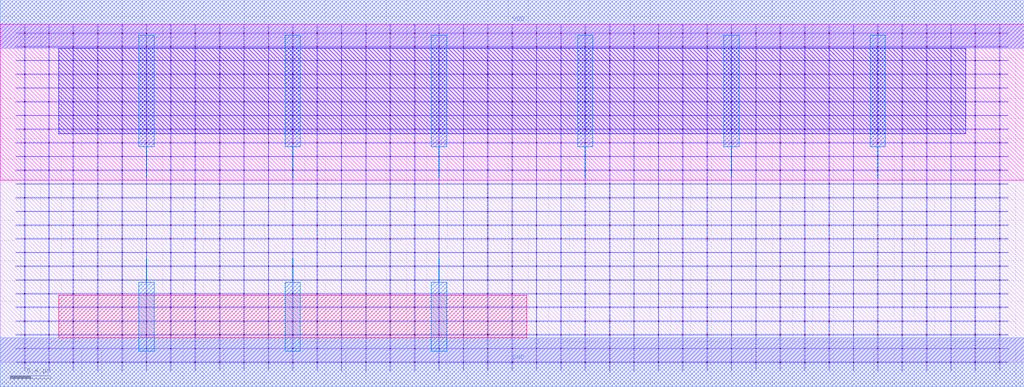
<source format=lef>
MACRO NOR3X1
 CLASS CORE ;
 FOREIGN NOR3X1 0 0 ;
 ORIGIN 0 0 ;
 SYMMETRY X Y R90 ;
 SITE UNIT ;
  PIN VDD
   DIRECTION INOUT ;
   USE SIGNAL ;
   SHAPE ABUTMENT ;
    PORT
     CLASS CORE ;
       LAYER metal2 ;
        RECT 0.00000000 3.09000000 10.08000000 3.57000000 ;
    END
  END VDD

  PIN GND
   DIRECTION INOUT ;
   USE SIGNAL ;
   SHAPE ABUTMENT ;
    PORT
     CLASS CORE ;
       LAYER metal2 ;
        RECT 0.00000000 -0.24000000 10.08000000 0.24000000 ;
    END
  END GND

  OBS
   LAYER abutment_box ;
    RECT 0.00000000 0.00000000 10.08000000 3.33000000 ;
  END

  OBS
   LAYER metal1 ;
    RECT 0.23600000 -0.08500000 0.24400000 -0.00400000 ;
    RECT 0.47600000 -0.08500000 0.48400000 -0.00400000 ;
    RECT 0.71600000 -0.08500000 0.72400000 -0.00400000 ;
    RECT 0.95600000 -0.08500000 0.96400000 -0.00400000 ;
    RECT 1.19600000 -0.08500000 1.20400000 -0.00400000 ;
    RECT 1.43600000 -0.08500000 1.44400000 -0.00400000 ;
    RECT 1.67600000 -0.08500000 1.68400000 -0.00400000 ;
    RECT 1.91600000 -0.08500000 1.92400000 -0.00400000 ;
    RECT 2.15600000 -0.08500000 2.16400000 -0.00400000 ;
    RECT 2.39600000 -0.08500000 2.40400000 -0.00400000 ;
    RECT 2.63600000 -0.08500000 2.64400000 -0.00400000 ;
    RECT 2.87600000 -0.08500000 2.88400000 -0.00400000 ;
    RECT 3.11600000 -0.08500000 3.12400000 -0.00400000 ;
    RECT 3.35600000 -0.08500000 3.36400000 -0.00400000 ;
    RECT 3.59600000 -0.08500000 3.60400000 -0.00400000 ;
    RECT 3.83600000 -0.08500000 3.84400000 -0.00400000 ;
    RECT 4.07600000 -0.08500000 4.08400000 -0.00400000 ;
    RECT 4.31600000 -0.08500000 4.32400000 -0.00400000 ;
    RECT 4.55600000 -0.08500000 4.56400000 -0.00400000 ;
    RECT 4.79600000 -0.08500000 4.80400000 -0.00400000 ;
    RECT 5.03600000 -0.08500000 5.04400000 -0.00400000 ;
    RECT 5.27600000 -0.08500000 5.28400000 -0.00400000 ;
    RECT 5.51600000 -0.08500000 5.52400000 -0.00400000 ;
    RECT 5.75600000 -0.08500000 5.76400000 -0.00400000 ;
    RECT 5.99600000 -0.08500000 6.00400000 -0.00400000 ;
    RECT 6.23600000 -0.08500000 6.24400000 -0.00400000 ;
    RECT 6.47600000 -0.08500000 6.48400000 -0.00400000 ;
    RECT 6.71600000 -0.08500000 6.72400000 -0.00400000 ;
    RECT 6.95600000 -0.08500000 6.96400000 -0.00400000 ;
    RECT 7.19600000 -0.08500000 7.20400000 -0.00400000 ;
    RECT 7.43600000 -0.08500000 7.44400000 -0.00400000 ;
    RECT 7.67600000 -0.08500000 7.68400000 -0.00400000 ;
    RECT 7.91600000 -0.08500000 7.92400000 -0.00400000 ;
    RECT 8.15600000 -0.08500000 8.16400000 -0.00400000 ;
    RECT 8.39600000 -0.08500000 8.40400000 -0.00400000 ;
    RECT 8.63600000 -0.08500000 8.64400000 -0.00400000 ;
    RECT 8.87600000 -0.08500000 8.88400000 -0.00400000 ;
    RECT 9.11600000 -0.08500000 9.12400000 -0.00400000 ;
    RECT 9.35600000 -0.08500000 9.36400000 -0.00400000 ;
    RECT 9.59600000 -0.08500000 9.60400000 -0.00400000 ;
    RECT 9.83600000 -0.08500000 9.84400000 -0.00400000 ;
    RECT 0.15500000 -0.00400000 9.92500000 0.00400000 ;
    RECT 0.23600000 0.00400000 0.24400000 0.13100000 ;
    RECT 0.47600000 0.00400000 0.48400000 0.13100000 ;
    RECT 0.71600000 0.00400000 0.72400000 0.13100000 ;
    RECT 0.95600000 0.00400000 0.96400000 0.13100000 ;
    RECT 1.19600000 0.00400000 1.20400000 0.13100000 ;
    RECT 1.43600000 0.00400000 1.44400000 0.13100000 ;
    RECT 1.67600000 0.00400000 1.68400000 0.13100000 ;
    RECT 1.91600000 0.00400000 1.92400000 0.13100000 ;
    RECT 2.15600000 0.00400000 2.16400000 0.13100000 ;
    RECT 2.39600000 0.00400000 2.40400000 0.13100000 ;
    RECT 2.63600000 0.00400000 2.64400000 0.13100000 ;
    RECT 2.87600000 0.00400000 2.88400000 0.13100000 ;
    RECT 3.11600000 0.00400000 3.12400000 0.13100000 ;
    RECT 3.35600000 0.00400000 3.36400000 0.13100000 ;
    RECT 3.59600000 0.00400000 3.60400000 0.13100000 ;
    RECT 3.83600000 0.00400000 3.84400000 0.13100000 ;
    RECT 4.07600000 0.00400000 4.08400000 0.13100000 ;
    RECT 4.31600000 0.00400000 4.32400000 0.13100000 ;
    RECT 4.55600000 0.00400000 4.56400000 0.13100000 ;
    RECT 4.79600000 0.00400000 4.80400000 0.13100000 ;
    RECT 5.03600000 0.00400000 5.04400000 0.13100000 ;
    RECT 5.27600000 0.00400000 5.28400000 0.13100000 ;
    RECT 5.51600000 0.00400000 5.52400000 0.13100000 ;
    RECT 5.75600000 0.00400000 5.76400000 0.13100000 ;
    RECT 5.99600000 0.00400000 6.00400000 0.13100000 ;
    RECT 6.23600000 0.00400000 6.24400000 0.13100000 ;
    RECT 6.47600000 0.00400000 6.48400000 0.13100000 ;
    RECT 6.71600000 0.00400000 6.72400000 0.13100000 ;
    RECT 6.95600000 0.00400000 6.96400000 0.13100000 ;
    RECT 7.19600000 0.00400000 7.20400000 0.13100000 ;
    RECT 7.43600000 0.00400000 7.44400000 0.13100000 ;
    RECT 7.67600000 0.00400000 7.68400000 0.13100000 ;
    RECT 7.91600000 0.00400000 7.92400000 0.13100000 ;
    RECT 8.15600000 0.00400000 8.16400000 0.13100000 ;
    RECT 8.39600000 0.00400000 8.40400000 0.13100000 ;
    RECT 8.63600000 0.00400000 8.64400000 0.13100000 ;
    RECT 8.87600000 0.00400000 8.88400000 0.13100000 ;
    RECT 9.11600000 0.00400000 9.12400000 0.13100000 ;
    RECT 9.35600000 0.00400000 9.36400000 0.13100000 ;
    RECT 9.59600000 0.00400000 9.60400000 0.13100000 ;
    RECT 9.83600000 0.00400000 9.84400000 0.13100000 ;
    RECT 0.15500000 0.13100000 9.92500000 0.13900000 ;
    RECT 0.23600000 0.13900000 0.24400000 0.26600000 ;
    RECT 0.47600000 0.13900000 0.48400000 0.26600000 ;
    RECT 0.71600000 0.13900000 0.72400000 0.26600000 ;
    RECT 0.95600000 0.13900000 0.96400000 0.26600000 ;
    RECT 1.19600000 0.13900000 1.20400000 0.26600000 ;
    RECT 1.43600000 0.13900000 1.44400000 0.26600000 ;
    RECT 1.67600000 0.13900000 1.68400000 0.26600000 ;
    RECT 1.91600000 0.13900000 1.92400000 0.26600000 ;
    RECT 2.15600000 0.13900000 2.16400000 0.26600000 ;
    RECT 2.39600000 0.13900000 2.40400000 0.26600000 ;
    RECT 2.63600000 0.13900000 2.64400000 0.26600000 ;
    RECT 2.87600000 0.13900000 2.88400000 0.26600000 ;
    RECT 3.11600000 0.13900000 3.12400000 0.26600000 ;
    RECT 3.35600000 0.13900000 3.36400000 0.26600000 ;
    RECT 3.59600000 0.13900000 3.60400000 0.26600000 ;
    RECT 3.83600000 0.13900000 3.84400000 0.26600000 ;
    RECT 4.07600000 0.13900000 4.08400000 0.26600000 ;
    RECT 4.31600000 0.13900000 4.32400000 0.26600000 ;
    RECT 4.55600000 0.13900000 4.56400000 0.26600000 ;
    RECT 4.79600000 0.13900000 4.80400000 0.26600000 ;
    RECT 5.03600000 0.13900000 5.04400000 0.26600000 ;
    RECT 5.27600000 0.13900000 5.28400000 0.26600000 ;
    RECT 5.51600000 0.13900000 5.52400000 0.26600000 ;
    RECT 5.75600000 0.13900000 5.76400000 0.26600000 ;
    RECT 5.99600000 0.13900000 6.00400000 0.26600000 ;
    RECT 6.23600000 0.13900000 6.24400000 0.26600000 ;
    RECT 6.47600000 0.13900000 6.48400000 0.26600000 ;
    RECT 6.71600000 0.13900000 6.72400000 0.26600000 ;
    RECT 6.95600000 0.13900000 6.96400000 0.26600000 ;
    RECT 7.19600000 0.13900000 7.20400000 0.26600000 ;
    RECT 7.43600000 0.13900000 7.44400000 0.26600000 ;
    RECT 7.67600000 0.13900000 7.68400000 0.26600000 ;
    RECT 7.91600000 0.13900000 7.92400000 0.26600000 ;
    RECT 8.15600000 0.13900000 8.16400000 0.26600000 ;
    RECT 8.39600000 0.13900000 8.40400000 0.26600000 ;
    RECT 8.63600000 0.13900000 8.64400000 0.26600000 ;
    RECT 8.87600000 0.13900000 8.88400000 0.26600000 ;
    RECT 9.11600000 0.13900000 9.12400000 0.26600000 ;
    RECT 9.35600000 0.13900000 9.36400000 0.26600000 ;
    RECT 9.59600000 0.13900000 9.60400000 0.26600000 ;
    RECT 9.83600000 0.13900000 9.84400000 0.26600000 ;
    RECT 0.15500000 0.26600000 9.92500000 0.27400000 ;
    RECT 0.23600000 0.27400000 0.24400000 0.40100000 ;
    RECT 0.47600000 0.27400000 0.48400000 0.40100000 ;
    RECT 0.71600000 0.27400000 0.72400000 0.40100000 ;
    RECT 0.95600000 0.27400000 0.96400000 0.40100000 ;
    RECT 1.19600000 0.27400000 1.20400000 0.40100000 ;
    RECT 1.43600000 0.27400000 1.44400000 0.40100000 ;
    RECT 1.67600000 0.27400000 1.68400000 0.40100000 ;
    RECT 1.91600000 0.27400000 1.92400000 0.40100000 ;
    RECT 2.15600000 0.27400000 2.16400000 0.40100000 ;
    RECT 2.39600000 0.27400000 2.40400000 0.40100000 ;
    RECT 2.63600000 0.27400000 2.64400000 0.40100000 ;
    RECT 2.87600000 0.27400000 2.88400000 0.40100000 ;
    RECT 3.11600000 0.27400000 3.12400000 0.40100000 ;
    RECT 3.35600000 0.27400000 3.36400000 0.40100000 ;
    RECT 3.59600000 0.27400000 3.60400000 0.40100000 ;
    RECT 3.83600000 0.27400000 3.84400000 0.40100000 ;
    RECT 4.07600000 0.27400000 4.08400000 0.40100000 ;
    RECT 4.31600000 0.27400000 4.32400000 0.40100000 ;
    RECT 4.55600000 0.27400000 4.56400000 0.40100000 ;
    RECT 4.79600000 0.27400000 4.80400000 0.40100000 ;
    RECT 5.03600000 0.27400000 5.04400000 0.40100000 ;
    RECT 5.27600000 0.27400000 5.28400000 0.40100000 ;
    RECT 5.51600000 0.27400000 5.52400000 0.40100000 ;
    RECT 5.75600000 0.27400000 5.76400000 0.40100000 ;
    RECT 5.99600000 0.27400000 6.00400000 0.40100000 ;
    RECT 6.23600000 0.27400000 6.24400000 0.40100000 ;
    RECT 6.47600000 0.27400000 6.48400000 0.40100000 ;
    RECT 6.71600000 0.27400000 6.72400000 0.40100000 ;
    RECT 6.95600000 0.27400000 6.96400000 0.40100000 ;
    RECT 7.19600000 0.27400000 7.20400000 0.40100000 ;
    RECT 7.43600000 0.27400000 7.44400000 0.40100000 ;
    RECT 7.67600000 0.27400000 7.68400000 0.40100000 ;
    RECT 7.91600000 0.27400000 7.92400000 0.40100000 ;
    RECT 8.15600000 0.27400000 8.16400000 0.40100000 ;
    RECT 8.39600000 0.27400000 8.40400000 0.40100000 ;
    RECT 8.63600000 0.27400000 8.64400000 0.40100000 ;
    RECT 8.87600000 0.27400000 8.88400000 0.40100000 ;
    RECT 9.11600000 0.27400000 9.12400000 0.40100000 ;
    RECT 9.35600000 0.27400000 9.36400000 0.40100000 ;
    RECT 9.59600000 0.27400000 9.60400000 0.40100000 ;
    RECT 9.83600000 0.27400000 9.84400000 0.40100000 ;
    RECT 0.15500000 0.40100000 9.92500000 0.40900000 ;
    RECT 0.23600000 0.40900000 0.24400000 0.53600000 ;
    RECT 0.47600000 0.40900000 0.48400000 0.53600000 ;
    RECT 0.71600000 0.40900000 0.72400000 0.53600000 ;
    RECT 0.95600000 0.40900000 0.96400000 0.53600000 ;
    RECT 1.19600000 0.40900000 1.20400000 0.53600000 ;
    RECT 1.43600000 0.40900000 1.44400000 0.53600000 ;
    RECT 1.67600000 0.40900000 1.68400000 0.53600000 ;
    RECT 1.91600000 0.40900000 1.92400000 0.53600000 ;
    RECT 2.15600000 0.40900000 2.16400000 0.53600000 ;
    RECT 2.39600000 0.40900000 2.40400000 0.53600000 ;
    RECT 2.63600000 0.40900000 2.64400000 0.53600000 ;
    RECT 2.87600000 0.40900000 2.88400000 0.53600000 ;
    RECT 3.11600000 0.40900000 3.12400000 0.53600000 ;
    RECT 3.35600000 0.40900000 3.36400000 0.53600000 ;
    RECT 3.59600000 0.40900000 3.60400000 0.53600000 ;
    RECT 3.83600000 0.40900000 3.84400000 0.53600000 ;
    RECT 4.07600000 0.40900000 4.08400000 0.53600000 ;
    RECT 4.31600000 0.40900000 4.32400000 0.53600000 ;
    RECT 4.55600000 0.40900000 4.56400000 0.53600000 ;
    RECT 4.79600000 0.40900000 4.80400000 0.53600000 ;
    RECT 5.03600000 0.40900000 5.04400000 0.53600000 ;
    RECT 5.27600000 0.40900000 5.28400000 0.53600000 ;
    RECT 5.51600000 0.40900000 5.52400000 0.53600000 ;
    RECT 5.75600000 0.40900000 5.76400000 0.53600000 ;
    RECT 5.99600000 0.40900000 6.00400000 0.53600000 ;
    RECT 6.23600000 0.40900000 6.24400000 0.53600000 ;
    RECT 6.47600000 0.40900000 6.48400000 0.53600000 ;
    RECT 6.71600000 0.40900000 6.72400000 0.53600000 ;
    RECT 6.95600000 0.40900000 6.96400000 0.53600000 ;
    RECT 7.19600000 0.40900000 7.20400000 0.53600000 ;
    RECT 7.43600000 0.40900000 7.44400000 0.53600000 ;
    RECT 7.67600000 0.40900000 7.68400000 0.53600000 ;
    RECT 7.91600000 0.40900000 7.92400000 0.53600000 ;
    RECT 8.15600000 0.40900000 8.16400000 0.53600000 ;
    RECT 8.39600000 0.40900000 8.40400000 0.53600000 ;
    RECT 8.63600000 0.40900000 8.64400000 0.53600000 ;
    RECT 8.87600000 0.40900000 8.88400000 0.53600000 ;
    RECT 9.11600000 0.40900000 9.12400000 0.53600000 ;
    RECT 9.35600000 0.40900000 9.36400000 0.53600000 ;
    RECT 9.59600000 0.40900000 9.60400000 0.53600000 ;
    RECT 9.83600000 0.40900000 9.84400000 0.53600000 ;
    RECT 0.15500000 0.53600000 9.92500000 0.54400000 ;
    RECT 0.23600000 0.54400000 0.24400000 0.67100000 ;
    RECT 0.47600000 0.54400000 0.48400000 0.67100000 ;
    RECT 0.71600000 0.54400000 0.72400000 0.67100000 ;
    RECT 0.95600000 0.54400000 0.96400000 0.67100000 ;
    RECT 1.19600000 0.54400000 1.20400000 0.67100000 ;
    RECT 1.43600000 0.54400000 1.44400000 0.67100000 ;
    RECT 1.67600000 0.54400000 1.68400000 0.67100000 ;
    RECT 1.91600000 0.54400000 1.92400000 0.67100000 ;
    RECT 2.15600000 0.54400000 2.16400000 0.67100000 ;
    RECT 2.39600000 0.54400000 2.40400000 0.67100000 ;
    RECT 2.63600000 0.54400000 2.64400000 0.67100000 ;
    RECT 2.87600000 0.54400000 2.88400000 0.67100000 ;
    RECT 3.11600000 0.54400000 3.12400000 0.67100000 ;
    RECT 3.35600000 0.54400000 3.36400000 0.67100000 ;
    RECT 3.59600000 0.54400000 3.60400000 0.67100000 ;
    RECT 3.83600000 0.54400000 3.84400000 0.67100000 ;
    RECT 4.07600000 0.54400000 4.08400000 0.67100000 ;
    RECT 4.31600000 0.54400000 4.32400000 0.67100000 ;
    RECT 4.55600000 0.54400000 4.56400000 0.67100000 ;
    RECT 4.79600000 0.54400000 4.80400000 0.67100000 ;
    RECT 5.03600000 0.54400000 5.04400000 0.67100000 ;
    RECT 5.27600000 0.54400000 5.28400000 0.67100000 ;
    RECT 5.51600000 0.54400000 5.52400000 0.67100000 ;
    RECT 5.75600000 0.54400000 5.76400000 0.67100000 ;
    RECT 5.99600000 0.54400000 6.00400000 0.67100000 ;
    RECT 6.23600000 0.54400000 6.24400000 0.67100000 ;
    RECT 6.47600000 0.54400000 6.48400000 0.67100000 ;
    RECT 6.71600000 0.54400000 6.72400000 0.67100000 ;
    RECT 6.95600000 0.54400000 6.96400000 0.67100000 ;
    RECT 7.19600000 0.54400000 7.20400000 0.67100000 ;
    RECT 7.43600000 0.54400000 7.44400000 0.67100000 ;
    RECT 7.67600000 0.54400000 7.68400000 0.67100000 ;
    RECT 7.91600000 0.54400000 7.92400000 0.67100000 ;
    RECT 8.15600000 0.54400000 8.16400000 0.67100000 ;
    RECT 8.39600000 0.54400000 8.40400000 0.67100000 ;
    RECT 8.63600000 0.54400000 8.64400000 0.67100000 ;
    RECT 8.87600000 0.54400000 8.88400000 0.67100000 ;
    RECT 9.11600000 0.54400000 9.12400000 0.67100000 ;
    RECT 9.35600000 0.54400000 9.36400000 0.67100000 ;
    RECT 9.59600000 0.54400000 9.60400000 0.67100000 ;
    RECT 9.83600000 0.54400000 9.84400000 0.67100000 ;
    RECT 0.15500000 0.67100000 9.92500000 0.67900000 ;
    RECT 0.23600000 0.67900000 0.24400000 0.80600000 ;
    RECT 0.47600000 0.67900000 0.48400000 0.80600000 ;
    RECT 0.71600000 0.67900000 0.72400000 0.80600000 ;
    RECT 0.95600000 0.67900000 0.96400000 0.80600000 ;
    RECT 1.19600000 0.67900000 1.20400000 0.80600000 ;
    RECT 1.43600000 0.67900000 1.44400000 0.80600000 ;
    RECT 1.67600000 0.67900000 1.68400000 0.80600000 ;
    RECT 1.91600000 0.67900000 1.92400000 0.80600000 ;
    RECT 2.15600000 0.67900000 2.16400000 0.80600000 ;
    RECT 2.39600000 0.67900000 2.40400000 0.80600000 ;
    RECT 2.63600000 0.67900000 2.64400000 0.80600000 ;
    RECT 2.87600000 0.67900000 2.88400000 0.80600000 ;
    RECT 3.11600000 0.67900000 3.12400000 0.80600000 ;
    RECT 3.35600000 0.67900000 3.36400000 0.80600000 ;
    RECT 3.59600000 0.67900000 3.60400000 0.80600000 ;
    RECT 3.83600000 0.67900000 3.84400000 0.80600000 ;
    RECT 4.07600000 0.67900000 4.08400000 0.80600000 ;
    RECT 4.31600000 0.67900000 4.32400000 0.80600000 ;
    RECT 4.55600000 0.67900000 4.56400000 0.80600000 ;
    RECT 4.79600000 0.67900000 4.80400000 0.80600000 ;
    RECT 5.03600000 0.67900000 5.04400000 0.80600000 ;
    RECT 5.27600000 0.67900000 5.28400000 0.80600000 ;
    RECT 5.51600000 0.67900000 5.52400000 0.80600000 ;
    RECT 5.75600000 0.67900000 5.76400000 0.80600000 ;
    RECT 5.99600000 0.67900000 6.00400000 0.80600000 ;
    RECT 6.23600000 0.67900000 6.24400000 0.80600000 ;
    RECT 6.47600000 0.67900000 6.48400000 0.80600000 ;
    RECT 6.71600000 0.67900000 6.72400000 0.80600000 ;
    RECT 6.95600000 0.67900000 6.96400000 0.80600000 ;
    RECT 7.19600000 0.67900000 7.20400000 0.80600000 ;
    RECT 7.43600000 0.67900000 7.44400000 0.80600000 ;
    RECT 7.67600000 0.67900000 7.68400000 0.80600000 ;
    RECT 7.91600000 0.67900000 7.92400000 0.80600000 ;
    RECT 8.15600000 0.67900000 8.16400000 0.80600000 ;
    RECT 8.39600000 0.67900000 8.40400000 0.80600000 ;
    RECT 8.63600000 0.67900000 8.64400000 0.80600000 ;
    RECT 8.87600000 0.67900000 8.88400000 0.80600000 ;
    RECT 9.11600000 0.67900000 9.12400000 0.80600000 ;
    RECT 9.35600000 0.67900000 9.36400000 0.80600000 ;
    RECT 9.59600000 0.67900000 9.60400000 0.80600000 ;
    RECT 9.83600000 0.67900000 9.84400000 0.80600000 ;
    RECT 0.15500000 0.80600000 9.92500000 0.81400000 ;
    RECT 0.23600000 0.81400000 0.24400000 0.94100000 ;
    RECT 0.47600000 0.81400000 0.48400000 0.94100000 ;
    RECT 0.71600000 0.81400000 0.72400000 0.94100000 ;
    RECT 0.95600000 0.81400000 0.96400000 0.94100000 ;
    RECT 1.19600000 0.81400000 1.20400000 0.94100000 ;
    RECT 1.43600000 0.81400000 1.44400000 0.94100000 ;
    RECT 1.67600000 0.81400000 1.68400000 0.94100000 ;
    RECT 1.91600000 0.81400000 1.92400000 0.94100000 ;
    RECT 2.15600000 0.81400000 2.16400000 0.94100000 ;
    RECT 2.39600000 0.81400000 2.40400000 0.94100000 ;
    RECT 2.63600000 0.81400000 2.64400000 0.94100000 ;
    RECT 2.87600000 0.81400000 2.88400000 0.94100000 ;
    RECT 3.11600000 0.81400000 3.12400000 0.94100000 ;
    RECT 3.35600000 0.81400000 3.36400000 0.94100000 ;
    RECT 3.59600000 0.81400000 3.60400000 0.94100000 ;
    RECT 3.83600000 0.81400000 3.84400000 0.94100000 ;
    RECT 4.07600000 0.81400000 4.08400000 0.94100000 ;
    RECT 4.31600000 0.81400000 4.32400000 0.94100000 ;
    RECT 4.55600000 0.81400000 4.56400000 0.94100000 ;
    RECT 4.79600000 0.81400000 4.80400000 0.94100000 ;
    RECT 5.03600000 0.81400000 5.04400000 0.94100000 ;
    RECT 5.27600000 0.81400000 5.28400000 0.94100000 ;
    RECT 5.51600000 0.81400000 5.52400000 0.94100000 ;
    RECT 5.75600000 0.81400000 5.76400000 0.94100000 ;
    RECT 5.99600000 0.81400000 6.00400000 0.94100000 ;
    RECT 6.23600000 0.81400000 6.24400000 0.94100000 ;
    RECT 6.47600000 0.81400000 6.48400000 0.94100000 ;
    RECT 6.71600000 0.81400000 6.72400000 0.94100000 ;
    RECT 6.95600000 0.81400000 6.96400000 0.94100000 ;
    RECT 7.19600000 0.81400000 7.20400000 0.94100000 ;
    RECT 7.43600000 0.81400000 7.44400000 0.94100000 ;
    RECT 7.67600000 0.81400000 7.68400000 0.94100000 ;
    RECT 7.91600000 0.81400000 7.92400000 0.94100000 ;
    RECT 8.15600000 0.81400000 8.16400000 0.94100000 ;
    RECT 8.39600000 0.81400000 8.40400000 0.94100000 ;
    RECT 8.63600000 0.81400000 8.64400000 0.94100000 ;
    RECT 8.87600000 0.81400000 8.88400000 0.94100000 ;
    RECT 9.11600000 0.81400000 9.12400000 0.94100000 ;
    RECT 9.35600000 0.81400000 9.36400000 0.94100000 ;
    RECT 9.59600000 0.81400000 9.60400000 0.94100000 ;
    RECT 9.83600000 0.81400000 9.84400000 0.94100000 ;
    RECT 0.15500000 0.94100000 9.92500000 0.94900000 ;
    RECT 0.23600000 0.94900000 0.24400000 1.07600000 ;
    RECT 0.47600000 0.94900000 0.48400000 1.07600000 ;
    RECT 0.71600000 0.94900000 0.72400000 1.07600000 ;
    RECT 0.95600000 0.94900000 0.96400000 1.07600000 ;
    RECT 1.19600000 0.94900000 1.20400000 1.07600000 ;
    RECT 1.43600000 0.94900000 1.44400000 1.07600000 ;
    RECT 1.67600000 0.94900000 1.68400000 1.07600000 ;
    RECT 1.91600000 0.94900000 1.92400000 1.07600000 ;
    RECT 2.15600000 0.94900000 2.16400000 1.07600000 ;
    RECT 2.39600000 0.94900000 2.40400000 1.07600000 ;
    RECT 2.63600000 0.94900000 2.64400000 1.07600000 ;
    RECT 2.87600000 0.94900000 2.88400000 1.07600000 ;
    RECT 3.11600000 0.94900000 3.12400000 1.07600000 ;
    RECT 3.35600000 0.94900000 3.36400000 1.07600000 ;
    RECT 3.59600000 0.94900000 3.60400000 1.07600000 ;
    RECT 3.83600000 0.94900000 3.84400000 1.07600000 ;
    RECT 4.07600000 0.94900000 4.08400000 1.07600000 ;
    RECT 4.31600000 0.94900000 4.32400000 1.07600000 ;
    RECT 4.55600000 0.94900000 4.56400000 1.07600000 ;
    RECT 4.79600000 0.94900000 4.80400000 1.07600000 ;
    RECT 5.03600000 0.94900000 5.04400000 1.07600000 ;
    RECT 5.27600000 0.94900000 5.28400000 1.07600000 ;
    RECT 5.51600000 0.94900000 5.52400000 1.07600000 ;
    RECT 5.75600000 0.94900000 5.76400000 1.07600000 ;
    RECT 5.99600000 0.94900000 6.00400000 1.07600000 ;
    RECT 6.23600000 0.94900000 6.24400000 1.07600000 ;
    RECT 6.47600000 0.94900000 6.48400000 1.07600000 ;
    RECT 6.71600000 0.94900000 6.72400000 1.07600000 ;
    RECT 6.95600000 0.94900000 6.96400000 1.07600000 ;
    RECT 7.19600000 0.94900000 7.20400000 1.07600000 ;
    RECT 7.43600000 0.94900000 7.44400000 1.07600000 ;
    RECT 7.67600000 0.94900000 7.68400000 1.07600000 ;
    RECT 7.91600000 0.94900000 7.92400000 1.07600000 ;
    RECT 8.15600000 0.94900000 8.16400000 1.07600000 ;
    RECT 8.39600000 0.94900000 8.40400000 1.07600000 ;
    RECT 8.63600000 0.94900000 8.64400000 1.07600000 ;
    RECT 8.87600000 0.94900000 8.88400000 1.07600000 ;
    RECT 9.11600000 0.94900000 9.12400000 1.07600000 ;
    RECT 9.35600000 0.94900000 9.36400000 1.07600000 ;
    RECT 9.59600000 0.94900000 9.60400000 1.07600000 ;
    RECT 9.83600000 0.94900000 9.84400000 1.07600000 ;
    RECT 0.15500000 1.07600000 9.92500000 1.08400000 ;
    RECT 0.23600000 1.08400000 0.24400000 1.21100000 ;
    RECT 0.47600000 1.08400000 0.48400000 1.21100000 ;
    RECT 0.71600000 1.08400000 0.72400000 1.21100000 ;
    RECT 0.95600000 1.08400000 0.96400000 1.21100000 ;
    RECT 1.19600000 1.08400000 1.20400000 1.21100000 ;
    RECT 1.43600000 1.08400000 1.44400000 1.21100000 ;
    RECT 1.67600000 1.08400000 1.68400000 1.21100000 ;
    RECT 1.91600000 1.08400000 1.92400000 1.21100000 ;
    RECT 2.15600000 1.08400000 2.16400000 1.21100000 ;
    RECT 2.39600000 1.08400000 2.40400000 1.21100000 ;
    RECT 2.63600000 1.08400000 2.64400000 1.21100000 ;
    RECT 2.87600000 1.08400000 2.88400000 1.21100000 ;
    RECT 3.11600000 1.08400000 3.12400000 1.21100000 ;
    RECT 3.35600000 1.08400000 3.36400000 1.21100000 ;
    RECT 3.59600000 1.08400000 3.60400000 1.21100000 ;
    RECT 3.83600000 1.08400000 3.84400000 1.21100000 ;
    RECT 4.07600000 1.08400000 4.08400000 1.21100000 ;
    RECT 4.31600000 1.08400000 4.32400000 1.21100000 ;
    RECT 4.55600000 1.08400000 4.56400000 1.21100000 ;
    RECT 4.79600000 1.08400000 4.80400000 1.21100000 ;
    RECT 5.03600000 1.08400000 5.04400000 1.21100000 ;
    RECT 5.27600000 1.08400000 5.28400000 1.21100000 ;
    RECT 5.51600000 1.08400000 5.52400000 1.21100000 ;
    RECT 5.75600000 1.08400000 5.76400000 1.21100000 ;
    RECT 5.99600000 1.08400000 6.00400000 1.21100000 ;
    RECT 6.23600000 1.08400000 6.24400000 1.21100000 ;
    RECT 6.47600000 1.08400000 6.48400000 1.21100000 ;
    RECT 6.71600000 1.08400000 6.72400000 1.21100000 ;
    RECT 6.95600000 1.08400000 6.96400000 1.21100000 ;
    RECT 7.19600000 1.08400000 7.20400000 1.21100000 ;
    RECT 7.43600000 1.08400000 7.44400000 1.21100000 ;
    RECT 7.67600000 1.08400000 7.68400000 1.21100000 ;
    RECT 7.91600000 1.08400000 7.92400000 1.21100000 ;
    RECT 8.15600000 1.08400000 8.16400000 1.21100000 ;
    RECT 8.39600000 1.08400000 8.40400000 1.21100000 ;
    RECT 8.63600000 1.08400000 8.64400000 1.21100000 ;
    RECT 8.87600000 1.08400000 8.88400000 1.21100000 ;
    RECT 9.11600000 1.08400000 9.12400000 1.21100000 ;
    RECT 9.35600000 1.08400000 9.36400000 1.21100000 ;
    RECT 9.59600000 1.08400000 9.60400000 1.21100000 ;
    RECT 9.83600000 1.08400000 9.84400000 1.21100000 ;
    RECT 0.15500000 1.21100000 9.92500000 1.21900000 ;
    RECT 0.23600000 1.21900000 0.24400000 1.34600000 ;
    RECT 0.47600000 1.21900000 0.48400000 1.34600000 ;
    RECT 0.71600000 1.21900000 0.72400000 1.34600000 ;
    RECT 0.95600000 1.21900000 0.96400000 1.34600000 ;
    RECT 1.19600000 1.21900000 1.20400000 1.34600000 ;
    RECT 1.43600000 1.21900000 1.44400000 1.34600000 ;
    RECT 1.67600000 1.21900000 1.68400000 1.34600000 ;
    RECT 1.91600000 1.21900000 1.92400000 1.34600000 ;
    RECT 2.15600000 1.21900000 2.16400000 1.34600000 ;
    RECT 2.39600000 1.21900000 2.40400000 1.34600000 ;
    RECT 2.63600000 1.21900000 2.64400000 1.34600000 ;
    RECT 2.87600000 1.21900000 2.88400000 1.34600000 ;
    RECT 3.11600000 1.21900000 3.12400000 1.34600000 ;
    RECT 3.35600000 1.21900000 3.36400000 1.34600000 ;
    RECT 3.59600000 1.21900000 3.60400000 1.34600000 ;
    RECT 3.83600000 1.21900000 3.84400000 1.34600000 ;
    RECT 4.07600000 1.21900000 4.08400000 1.34600000 ;
    RECT 4.31600000 1.21900000 4.32400000 1.34600000 ;
    RECT 4.55600000 1.21900000 4.56400000 1.34600000 ;
    RECT 4.79600000 1.21900000 4.80400000 1.34600000 ;
    RECT 5.03600000 1.21900000 5.04400000 1.34600000 ;
    RECT 5.27600000 1.21900000 5.28400000 1.34600000 ;
    RECT 5.51600000 1.21900000 5.52400000 1.34600000 ;
    RECT 5.75600000 1.21900000 5.76400000 1.34600000 ;
    RECT 5.99600000 1.21900000 6.00400000 1.34600000 ;
    RECT 6.23600000 1.21900000 6.24400000 1.34600000 ;
    RECT 6.47600000 1.21900000 6.48400000 1.34600000 ;
    RECT 6.71600000 1.21900000 6.72400000 1.34600000 ;
    RECT 6.95600000 1.21900000 6.96400000 1.34600000 ;
    RECT 7.19600000 1.21900000 7.20400000 1.34600000 ;
    RECT 7.43600000 1.21900000 7.44400000 1.34600000 ;
    RECT 7.67600000 1.21900000 7.68400000 1.34600000 ;
    RECT 7.91600000 1.21900000 7.92400000 1.34600000 ;
    RECT 8.15600000 1.21900000 8.16400000 1.34600000 ;
    RECT 8.39600000 1.21900000 8.40400000 1.34600000 ;
    RECT 8.63600000 1.21900000 8.64400000 1.34600000 ;
    RECT 8.87600000 1.21900000 8.88400000 1.34600000 ;
    RECT 9.11600000 1.21900000 9.12400000 1.34600000 ;
    RECT 9.35600000 1.21900000 9.36400000 1.34600000 ;
    RECT 9.59600000 1.21900000 9.60400000 1.34600000 ;
    RECT 9.83600000 1.21900000 9.84400000 1.34600000 ;
    RECT 0.15500000 1.34600000 9.92500000 1.35400000 ;
    RECT 0.23600000 1.35400000 0.24400000 1.48100000 ;
    RECT 0.47600000 1.35400000 0.48400000 1.48100000 ;
    RECT 0.71600000 1.35400000 0.72400000 1.48100000 ;
    RECT 0.95600000 1.35400000 0.96400000 1.48100000 ;
    RECT 1.19600000 1.35400000 1.20400000 1.48100000 ;
    RECT 1.43600000 1.35400000 1.44400000 1.48100000 ;
    RECT 1.67600000 1.35400000 1.68400000 1.48100000 ;
    RECT 1.91600000 1.35400000 1.92400000 1.48100000 ;
    RECT 2.15600000 1.35400000 2.16400000 1.48100000 ;
    RECT 2.39600000 1.35400000 2.40400000 1.48100000 ;
    RECT 2.63600000 1.35400000 2.64400000 1.48100000 ;
    RECT 2.87600000 1.35400000 2.88400000 1.48100000 ;
    RECT 3.11600000 1.35400000 3.12400000 1.48100000 ;
    RECT 3.35600000 1.35400000 3.36400000 1.48100000 ;
    RECT 3.59600000 1.35400000 3.60400000 1.48100000 ;
    RECT 3.83600000 1.35400000 3.84400000 1.48100000 ;
    RECT 4.07600000 1.35400000 4.08400000 1.48100000 ;
    RECT 4.31600000 1.35400000 4.32400000 1.48100000 ;
    RECT 4.55600000 1.35400000 4.56400000 1.48100000 ;
    RECT 4.79600000 1.35400000 4.80400000 1.48100000 ;
    RECT 5.03600000 1.35400000 5.04400000 1.48100000 ;
    RECT 5.27600000 1.35400000 5.28400000 1.48100000 ;
    RECT 5.51600000 1.35400000 5.52400000 1.48100000 ;
    RECT 5.75600000 1.35400000 5.76400000 1.48100000 ;
    RECT 5.99600000 1.35400000 6.00400000 1.48100000 ;
    RECT 6.23600000 1.35400000 6.24400000 1.48100000 ;
    RECT 6.47600000 1.35400000 6.48400000 1.48100000 ;
    RECT 6.71600000 1.35400000 6.72400000 1.48100000 ;
    RECT 6.95600000 1.35400000 6.96400000 1.48100000 ;
    RECT 7.19600000 1.35400000 7.20400000 1.48100000 ;
    RECT 7.43600000 1.35400000 7.44400000 1.48100000 ;
    RECT 7.67600000 1.35400000 7.68400000 1.48100000 ;
    RECT 7.91600000 1.35400000 7.92400000 1.48100000 ;
    RECT 8.15600000 1.35400000 8.16400000 1.48100000 ;
    RECT 8.39600000 1.35400000 8.40400000 1.48100000 ;
    RECT 8.63600000 1.35400000 8.64400000 1.48100000 ;
    RECT 8.87600000 1.35400000 8.88400000 1.48100000 ;
    RECT 9.11600000 1.35400000 9.12400000 1.48100000 ;
    RECT 9.35600000 1.35400000 9.36400000 1.48100000 ;
    RECT 9.59600000 1.35400000 9.60400000 1.48100000 ;
    RECT 9.83600000 1.35400000 9.84400000 1.48100000 ;
    RECT 0.15500000 1.48100000 9.92500000 1.48900000 ;
    RECT 0.23600000 1.48900000 0.24400000 1.61600000 ;
    RECT 0.47600000 1.48900000 0.48400000 1.61600000 ;
    RECT 0.71600000 1.48900000 0.72400000 1.61600000 ;
    RECT 0.95600000 1.48900000 0.96400000 1.61600000 ;
    RECT 1.19600000 1.48900000 1.20400000 1.61600000 ;
    RECT 1.43600000 1.48900000 1.44400000 1.61600000 ;
    RECT 1.67600000 1.48900000 1.68400000 1.61600000 ;
    RECT 1.91600000 1.48900000 1.92400000 1.61600000 ;
    RECT 2.15600000 1.48900000 2.16400000 1.61600000 ;
    RECT 2.39600000 1.48900000 2.40400000 1.61600000 ;
    RECT 2.63600000 1.48900000 2.64400000 1.61600000 ;
    RECT 2.87600000 1.48900000 2.88400000 1.61600000 ;
    RECT 3.11600000 1.48900000 3.12400000 1.61600000 ;
    RECT 3.35600000 1.48900000 3.36400000 1.61600000 ;
    RECT 3.59600000 1.48900000 3.60400000 1.61600000 ;
    RECT 3.83600000 1.48900000 3.84400000 1.61600000 ;
    RECT 4.07600000 1.48900000 4.08400000 1.61600000 ;
    RECT 4.31600000 1.48900000 4.32400000 1.61600000 ;
    RECT 4.55600000 1.48900000 4.56400000 1.61600000 ;
    RECT 4.79600000 1.48900000 4.80400000 1.61600000 ;
    RECT 5.03600000 1.48900000 5.04400000 1.61600000 ;
    RECT 5.27600000 1.48900000 5.28400000 1.61600000 ;
    RECT 5.51600000 1.48900000 5.52400000 1.61600000 ;
    RECT 5.75600000 1.48900000 5.76400000 1.61600000 ;
    RECT 5.99600000 1.48900000 6.00400000 1.61600000 ;
    RECT 6.23600000 1.48900000 6.24400000 1.61600000 ;
    RECT 6.47600000 1.48900000 6.48400000 1.61600000 ;
    RECT 6.71600000 1.48900000 6.72400000 1.61600000 ;
    RECT 6.95600000 1.48900000 6.96400000 1.61600000 ;
    RECT 7.19600000 1.48900000 7.20400000 1.61600000 ;
    RECT 7.43600000 1.48900000 7.44400000 1.61600000 ;
    RECT 7.67600000 1.48900000 7.68400000 1.61600000 ;
    RECT 7.91600000 1.48900000 7.92400000 1.61600000 ;
    RECT 8.15600000 1.48900000 8.16400000 1.61600000 ;
    RECT 8.39600000 1.48900000 8.40400000 1.61600000 ;
    RECT 8.63600000 1.48900000 8.64400000 1.61600000 ;
    RECT 8.87600000 1.48900000 8.88400000 1.61600000 ;
    RECT 9.11600000 1.48900000 9.12400000 1.61600000 ;
    RECT 9.35600000 1.48900000 9.36400000 1.61600000 ;
    RECT 9.59600000 1.48900000 9.60400000 1.61600000 ;
    RECT 9.83600000 1.48900000 9.84400000 1.61600000 ;
    RECT 0.15500000 1.61600000 9.92500000 1.62400000 ;
    RECT 0.23600000 1.62400000 0.24400000 1.75100000 ;
    RECT 0.47600000 1.62400000 0.48400000 1.75100000 ;
    RECT 0.71600000 1.62400000 0.72400000 1.75100000 ;
    RECT 0.95600000 1.62400000 0.96400000 1.75100000 ;
    RECT 1.19600000 1.62400000 1.20400000 1.75100000 ;
    RECT 1.43600000 1.62400000 1.44400000 1.75100000 ;
    RECT 1.67600000 1.62400000 1.68400000 1.75100000 ;
    RECT 1.91600000 1.62400000 1.92400000 1.75100000 ;
    RECT 2.15600000 1.62400000 2.16400000 1.75100000 ;
    RECT 2.39600000 1.62400000 2.40400000 1.75100000 ;
    RECT 2.63600000 1.62400000 2.64400000 1.75100000 ;
    RECT 2.87600000 1.62400000 2.88400000 1.75100000 ;
    RECT 3.11600000 1.62400000 3.12400000 1.75100000 ;
    RECT 3.35600000 1.62400000 3.36400000 1.75100000 ;
    RECT 3.59600000 1.62400000 3.60400000 1.75100000 ;
    RECT 3.83600000 1.62400000 3.84400000 1.75100000 ;
    RECT 4.07600000 1.62400000 4.08400000 1.75100000 ;
    RECT 4.31600000 1.62400000 4.32400000 1.75100000 ;
    RECT 4.55600000 1.62400000 4.56400000 1.75100000 ;
    RECT 4.79600000 1.62400000 4.80400000 1.75100000 ;
    RECT 5.03600000 1.62400000 5.04400000 1.75100000 ;
    RECT 5.27600000 1.62400000 5.28400000 1.75100000 ;
    RECT 5.51600000 1.62400000 5.52400000 1.75100000 ;
    RECT 5.75600000 1.62400000 5.76400000 1.75100000 ;
    RECT 5.99600000 1.62400000 6.00400000 1.75100000 ;
    RECT 6.23600000 1.62400000 6.24400000 1.75100000 ;
    RECT 6.47600000 1.62400000 6.48400000 1.75100000 ;
    RECT 6.71600000 1.62400000 6.72400000 1.75100000 ;
    RECT 6.95600000 1.62400000 6.96400000 1.75100000 ;
    RECT 7.19600000 1.62400000 7.20400000 1.75100000 ;
    RECT 7.43600000 1.62400000 7.44400000 1.75100000 ;
    RECT 7.67600000 1.62400000 7.68400000 1.75100000 ;
    RECT 7.91600000 1.62400000 7.92400000 1.75100000 ;
    RECT 8.15600000 1.62400000 8.16400000 1.75100000 ;
    RECT 8.39600000 1.62400000 8.40400000 1.75100000 ;
    RECT 8.63600000 1.62400000 8.64400000 1.75100000 ;
    RECT 8.87600000 1.62400000 8.88400000 1.75100000 ;
    RECT 9.11600000 1.62400000 9.12400000 1.75100000 ;
    RECT 9.35600000 1.62400000 9.36400000 1.75100000 ;
    RECT 9.59600000 1.62400000 9.60400000 1.75100000 ;
    RECT 9.83600000 1.62400000 9.84400000 1.75100000 ;
    RECT 0.15500000 1.75100000 9.92500000 1.75900000 ;
    RECT 0.23600000 1.75900000 0.24400000 1.88600000 ;
    RECT 0.47600000 1.75900000 0.48400000 1.88600000 ;
    RECT 0.71600000 1.75900000 0.72400000 1.88600000 ;
    RECT 0.95600000 1.75900000 0.96400000 1.88600000 ;
    RECT 1.19600000 1.75900000 1.20400000 1.88600000 ;
    RECT 1.43600000 1.75900000 1.44400000 1.88600000 ;
    RECT 1.67600000 1.75900000 1.68400000 1.88600000 ;
    RECT 1.91600000 1.75900000 1.92400000 1.88600000 ;
    RECT 2.15600000 1.75900000 2.16400000 1.88600000 ;
    RECT 2.39600000 1.75900000 2.40400000 1.88600000 ;
    RECT 2.63600000 1.75900000 2.64400000 1.88600000 ;
    RECT 2.87600000 1.75900000 2.88400000 1.88600000 ;
    RECT 3.11600000 1.75900000 3.12400000 1.88600000 ;
    RECT 3.35600000 1.75900000 3.36400000 1.88600000 ;
    RECT 3.59600000 1.75900000 3.60400000 1.88600000 ;
    RECT 3.83600000 1.75900000 3.84400000 1.88600000 ;
    RECT 4.07600000 1.75900000 4.08400000 1.88600000 ;
    RECT 4.31600000 1.75900000 4.32400000 1.88600000 ;
    RECT 4.55600000 1.75900000 4.56400000 1.88600000 ;
    RECT 4.79600000 1.75900000 4.80400000 1.88600000 ;
    RECT 5.03600000 1.75900000 5.04400000 1.88600000 ;
    RECT 5.27600000 1.75900000 5.28400000 1.88600000 ;
    RECT 5.51600000 1.75900000 5.52400000 1.88600000 ;
    RECT 5.75600000 1.75900000 5.76400000 1.88600000 ;
    RECT 5.99600000 1.75900000 6.00400000 1.88600000 ;
    RECT 6.23600000 1.75900000 6.24400000 1.88600000 ;
    RECT 6.47600000 1.75900000 6.48400000 1.88600000 ;
    RECT 6.71600000 1.75900000 6.72400000 1.88600000 ;
    RECT 6.95600000 1.75900000 6.96400000 1.88600000 ;
    RECT 7.19600000 1.75900000 7.20400000 1.88600000 ;
    RECT 7.43600000 1.75900000 7.44400000 1.88600000 ;
    RECT 7.67600000 1.75900000 7.68400000 1.88600000 ;
    RECT 7.91600000 1.75900000 7.92400000 1.88600000 ;
    RECT 8.15600000 1.75900000 8.16400000 1.88600000 ;
    RECT 8.39600000 1.75900000 8.40400000 1.88600000 ;
    RECT 8.63600000 1.75900000 8.64400000 1.88600000 ;
    RECT 8.87600000 1.75900000 8.88400000 1.88600000 ;
    RECT 9.11600000 1.75900000 9.12400000 1.88600000 ;
    RECT 9.35600000 1.75900000 9.36400000 1.88600000 ;
    RECT 9.59600000 1.75900000 9.60400000 1.88600000 ;
    RECT 9.83600000 1.75900000 9.84400000 1.88600000 ;
    RECT 0.15500000 1.88600000 9.92500000 1.89400000 ;
    RECT 0.23600000 1.89400000 0.24400000 2.02100000 ;
    RECT 0.47600000 1.89400000 0.48400000 2.02100000 ;
    RECT 0.71600000 1.89400000 0.72400000 2.02100000 ;
    RECT 0.95600000 1.89400000 0.96400000 2.02100000 ;
    RECT 1.19600000 1.89400000 1.20400000 2.02100000 ;
    RECT 1.43600000 1.89400000 1.44400000 2.02100000 ;
    RECT 1.67600000 1.89400000 1.68400000 2.02100000 ;
    RECT 1.91600000 1.89400000 1.92400000 2.02100000 ;
    RECT 2.15600000 1.89400000 2.16400000 2.02100000 ;
    RECT 2.39600000 1.89400000 2.40400000 2.02100000 ;
    RECT 2.63600000 1.89400000 2.64400000 2.02100000 ;
    RECT 2.87600000 1.89400000 2.88400000 2.02100000 ;
    RECT 3.11600000 1.89400000 3.12400000 2.02100000 ;
    RECT 3.35600000 1.89400000 3.36400000 2.02100000 ;
    RECT 3.59600000 1.89400000 3.60400000 2.02100000 ;
    RECT 3.83600000 1.89400000 3.84400000 2.02100000 ;
    RECT 4.07600000 1.89400000 4.08400000 2.02100000 ;
    RECT 4.31600000 1.89400000 4.32400000 2.02100000 ;
    RECT 4.55600000 1.89400000 4.56400000 2.02100000 ;
    RECT 4.79600000 1.89400000 4.80400000 2.02100000 ;
    RECT 5.03600000 1.89400000 5.04400000 2.02100000 ;
    RECT 5.27600000 1.89400000 5.28400000 2.02100000 ;
    RECT 5.51600000 1.89400000 5.52400000 2.02100000 ;
    RECT 5.75600000 1.89400000 5.76400000 2.02100000 ;
    RECT 5.99600000 1.89400000 6.00400000 2.02100000 ;
    RECT 6.23600000 1.89400000 6.24400000 2.02100000 ;
    RECT 6.47600000 1.89400000 6.48400000 2.02100000 ;
    RECT 6.71600000 1.89400000 6.72400000 2.02100000 ;
    RECT 6.95600000 1.89400000 6.96400000 2.02100000 ;
    RECT 7.19600000 1.89400000 7.20400000 2.02100000 ;
    RECT 7.43600000 1.89400000 7.44400000 2.02100000 ;
    RECT 7.67600000 1.89400000 7.68400000 2.02100000 ;
    RECT 7.91600000 1.89400000 7.92400000 2.02100000 ;
    RECT 8.15600000 1.89400000 8.16400000 2.02100000 ;
    RECT 8.39600000 1.89400000 8.40400000 2.02100000 ;
    RECT 8.63600000 1.89400000 8.64400000 2.02100000 ;
    RECT 8.87600000 1.89400000 8.88400000 2.02100000 ;
    RECT 9.11600000 1.89400000 9.12400000 2.02100000 ;
    RECT 9.35600000 1.89400000 9.36400000 2.02100000 ;
    RECT 9.59600000 1.89400000 9.60400000 2.02100000 ;
    RECT 9.83600000 1.89400000 9.84400000 2.02100000 ;
    RECT 0.15500000 2.02100000 9.92500000 2.02900000 ;
    RECT 0.23600000 2.02900000 0.24400000 2.15600000 ;
    RECT 0.47600000 2.02900000 0.48400000 2.15600000 ;
    RECT 0.71600000 2.02900000 0.72400000 2.15600000 ;
    RECT 0.95600000 2.02900000 0.96400000 2.15600000 ;
    RECT 1.19600000 2.02900000 1.20400000 2.15600000 ;
    RECT 1.43600000 2.02900000 1.44400000 2.15600000 ;
    RECT 1.67600000 2.02900000 1.68400000 2.15600000 ;
    RECT 1.91600000 2.02900000 1.92400000 2.15600000 ;
    RECT 2.15600000 2.02900000 2.16400000 2.15600000 ;
    RECT 2.39600000 2.02900000 2.40400000 2.15600000 ;
    RECT 2.63600000 2.02900000 2.64400000 2.15600000 ;
    RECT 2.87600000 2.02900000 2.88400000 2.15600000 ;
    RECT 3.11600000 2.02900000 3.12400000 2.15600000 ;
    RECT 3.35600000 2.02900000 3.36400000 2.15600000 ;
    RECT 3.59600000 2.02900000 3.60400000 2.15600000 ;
    RECT 3.83600000 2.02900000 3.84400000 2.15600000 ;
    RECT 4.07600000 2.02900000 4.08400000 2.15600000 ;
    RECT 4.31600000 2.02900000 4.32400000 2.15600000 ;
    RECT 4.55600000 2.02900000 4.56400000 2.15600000 ;
    RECT 4.79600000 2.02900000 4.80400000 2.15600000 ;
    RECT 5.03600000 2.02900000 5.04400000 2.15600000 ;
    RECT 5.27600000 2.02900000 5.28400000 2.15600000 ;
    RECT 5.51600000 2.02900000 5.52400000 2.15600000 ;
    RECT 5.75600000 2.02900000 5.76400000 2.15600000 ;
    RECT 5.99600000 2.02900000 6.00400000 2.15600000 ;
    RECT 6.23600000 2.02900000 6.24400000 2.15600000 ;
    RECT 6.47600000 2.02900000 6.48400000 2.15600000 ;
    RECT 6.71600000 2.02900000 6.72400000 2.15600000 ;
    RECT 6.95600000 2.02900000 6.96400000 2.15600000 ;
    RECT 7.19600000 2.02900000 7.20400000 2.15600000 ;
    RECT 7.43600000 2.02900000 7.44400000 2.15600000 ;
    RECT 7.67600000 2.02900000 7.68400000 2.15600000 ;
    RECT 7.91600000 2.02900000 7.92400000 2.15600000 ;
    RECT 8.15600000 2.02900000 8.16400000 2.15600000 ;
    RECT 8.39600000 2.02900000 8.40400000 2.15600000 ;
    RECT 8.63600000 2.02900000 8.64400000 2.15600000 ;
    RECT 8.87600000 2.02900000 8.88400000 2.15600000 ;
    RECT 9.11600000 2.02900000 9.12400000 2.15600000 ;
    RECT 9.35600000 2.02900000 9.36400000 2.15600000 ;
    RECT 9.59600000 2.02900000 9.60400000 2.15600000 ;
    RECT 9.83600000 2.02900000 9.84400000 2.15600000 ;
    RECT 0.15500000 2.15600000 9.92500000 2.16400000 ;
    RECT 0.23600000 2.16400000 0.24400000 2.29100000 ;
    RECT 0.47600000 2.16400000 0.48400000 2.29100000 ;
    RECT 0.71600000 2.16400000 0.72400000 2.29100000 ;
    RECT 0.95600000 2.16400000 0.96400000 2.29100000 ;
    RECT 1.19600000 2.16400000 1.20400000 2.29100000 ;
    RECT 1.43600000 2.16400000 1.44400000 2.29100000 ;
    RECT 1.67600000 2.16400000 1.68400000 2.29100000 ;
    RECT 1.91600000 2.16400000 1.92400000 2.29100000 ;
    RECT 2.15600000 2.16400000 2.16400000 2.29100000 ;
    RECT 2.39600000 2.16400000 2.40400000 2.29100000 ;
    RECT 2.63600000 2.16400000 2.64400000 2.29100000 ;
    RECT 2.87600000 2.16400000 2.88400000 2.29100000 ;
    RECT 3.11600000 2.16400000 3.12400000 2.29100000 ;
    RECT 3.35600000 2.16400000 3.36400000 2.29100000 ;
    RECT 3.59600000 2.16400000 3.60400000 2.29100000 ;
    RECT 3.83600000 2.16400000 3.84400000 2.29100000 ;
    RECT 4.07600000 2.16400000 4.08400000 2.29100000 ;
    RECT 4.31600000 2.16400000 4.32400000 2.29100000 ;
    RECT 4.55600000 2.16400000 4.56400000 2.29100000 ;
    RECT 4.79600000 2.16400000 4.80400000 2.29100000 ;
    RECT 5.03600000 2.16400000 5.04400000 2.29100000 ;
    RECT 5.27600000 2.16400000 5.28400000 2.29100000 ;
    RECT 5.51600000 2.16400000 5.52400000 2.29100000 ;
    RECT 5.75600000 2.16400000 5.76400000 2.29100000 ;
    RECT 5.99600000 2.16400000 6.00400000 2.29100000 ;
    RECT 6.23600000 2.16400000 6.24400000 2.29100000 ;
    RECT 6.47600000 2.16400000 6.48400000 2.29100000 ;
    RECT 6.71600000 2.16400000 6.72400000 2.29100000 ;
    RECT 6.95600000 2.16400000 6.96400000 2.29100000 ;
    RECT 7.19600000 2.16400000 7.20400000 2.29100000 ;
    RECT 7.43600000 2.16400000 7.44400000 2.29100000 ;
    RECT 7.67600000 2.16400000 7.68400000 2.29100000 ;
    RECT 7.91600000 2.16400000 7.92400000 2.29100000 ;
    RECT 8.15600000 2.16400000 8.16400000 2.29100000 ;
    RECT 8.39600000 2.16400000 8.40400000 2.29100000 ;
    RECT 8.63600000 2.16400000 8.64400000 2.29100000 ;
    RECT 8.87600000 2.16400000 8.88400000 2.29100000 ;
    RECT 9.11600000 2.16400000 9.12400000 2.29100000 ;
    RECT 9.35600000 2.16400000 9.36400000 2.29100000 ;
    RECT 9.59600000 2.16400000 9.60400000 2.29100000 ;
    RECT 9.83600000 2.16400000 9.84400000 2.29100000 ;
    RECT 0.15500000 2.29100000 9.92500000 2.29900000 ;
    RECT 0.23600000 2.29900000 0.24400000 2.42600000 ;
    RECT 0.47600000 2.29900000 0.48400000 2.42600000 ;
    RECT 0.71600000 2.29900000 0.72400000 2.42600000 ;
    RECT 0.95600000 2.29900000 0.96400000 2.42600000 ;
    RECT 1.19600000 2.29900000 1.20400000 2.42600000 ;
    RECT 1.43600000 2.29900000 1.44400000 2.42600000 ;
    RECT 1.67600000 2.29900000 1.68400000 2.42600000 ;
    RECT 1.91600000 2.29900000 1.92400000 2.42600000 ;
    RECT 2.15600000 2.29900000 2.16400000 2.42600000 ;
    RECT 2.39600000 2.29900000 2.40400000 2.42600000 ;
    RECT 2.63600000 2.29900000 2.64400000 2.42600000 ;
    RECT 2.87600000 2.29900000 2.88400000 2.42600000 ;
    RECT 3.11600000 2.29900000 3.12400000 2.42600000 ;
    RECT 3.35600000 2.29900000 3.36400000 2.42600000 ;
    RECT 3.59600000 2.29900000 3.60400000 2.42600000 ;
    RECT 3.83600000 2.29900000 3.84400000 2.42600000 ;
    RECT 4.07600000 2.29900000 4.08400000 2.42600000 ;
    RECT 4.31600000 2.29900000 4.32400000 2.42600000 ;
    RECT 4.55600000 2.29900000 4.56400000 2.42600000 ;
    RECT 4.79600000 2.29900000 4.80400000 2.42600000 ;
    RECT 5.03600000 2.29900000 5.04400000 2.42600000 ;
    RECT 5.27600000 2.29900000 5.28400000 2.42600000 ;
    RECT 5.51600000 2.29900000 5.52400000 2.42600000 ;
    RECT 5.75600000 2.29900000 5.76400000 2.42600000 ;
    RECT 5.99600000 2.29900000 6.00400000 2.42600000 ;
    RECT 6.23600000 2.29900000 6.24400000 2.42600000 ;
    RECT 6.47600000 2.29900000 6.48400000 2.42600000 ;
    RECT 6.71600000 2.29900000 6.72400000 2.42600000 ;
    RECT 6.95600000 2.29900000 6.96400000 2.42600000 ;
    RECT 7.19600000 2.29900000 7.20400000 2.42600000 ;
    RECT 7.43600000 2.29900000 7.44400000 2.42600000 ;
    RECT 7.67600000 2.29900000 7.68400000 2.42600000 ;
    RECT 7.91600000 2.29900000 7.92400000 2.42600000 ;
    RECT 8.15600000 2.29900000 8.16400000 2.42600000 ;
    RECT 8.39600000 2.29900000 8.40400000 2.42600000 ;
    RECT 8.63600000 2.29900000 8.64400000 2.42600000 ;
    RECT 8.87600000 2.29900000 8.88400000 2.42600000 ;
    RECT 9.11600000 2.29900000 9.12400000 2.42600000 ;
    RECT 9.35600000 2.29900000 9.36400000 2.42600000 ;
    RECT 9.59600000 2.29900000 9.60400000 2.42600000 ;
    RECT 9.83600000 2.29900000 9.84400000 2.42600000 ;
    RECT 0.15500000 2.42600000 9.92500000 2.43400000 ;
    RECT 0.23600000 2.43400000 0.24400000 2.56100000 ;
    RECT 0.47600000 2.43400000 0.48400000 2.56100000 ;
    RECT 0.71600000 2.43400000 0.72400000 2.56100000 ;
    RECT 0.95600000 2.43400000 0.96400000 2.56100000 ;
    RECT 1.19600000 2.43400000 1.20400000 2.56100000 ;
    RECT 1.43600000 2.43400000 1.44400000 2.56100000 ;
    RECT 1.67600000 2.43400000 1.68400000 2.56100000 ;
    RECT 1.91600000 2.43400000 1.92400000 2.56100000 ;
    RECT 2.15600000 2.43400000 2.16400000 2.56100000 ;
    RECT 2.39600000 2.43400000 2.40400000 2.56100000 ;
    RECT 2.63600000 2.43400000 2.64400000 2.56100000 ;
    RECT 2.87600000 2.43400000 2.88400000 2.56100000 ;
    RECT 3.11600000 2.43400000 3.12400000 2.56100000 ;
    RECT 3.35600000 2.43400000 3.36400000 2.56100000 ;
    RECT 3.59600000 2.43400000 3.60400000 2.56100000 ;
    RECT 3.83600000 2.43400000 3.84400000 2.56100000 ;
    RECT 4.07600000 2.43400000 4.08400000 2.56100000 ;
    RECT 4.31600000 2.43400000 4.32400000 2.56100000 ;
    RECT 4.55600000 2.43400000 4.56400000 2.56100000 ;
    RECT 4.79600000 2.43400000 4.80400000 2.56100000 ;
    RECT 5.03600000 2.43400000 5.04400000 2.56100000 ;
    RECT 5.27600000 2.43400000 5.28400000 2.56100000 ;
    RECT 5.51600000 2.43400000 5.52400000 2.56100000 ;
    RECT 5.75600000 2.43400000 5.76400000 2.56100000 ;
    RECT 5.99600000 2.43400000 6.00400000 2.56100000 ;
    RECT 6.23600000 2.43400000 6.24400000 2.56100000 ;
    RECT 6.47600000 2.43400000 6.48400000 2.56100000 ;
    RECT 6.71600000 2.43400000 6.72400000 2.56100000 ;
    RECT 6.95600000 2.43400000 6.96400000 2.56100000 ;
    RECT 7.19600000 2.43400000 7.20400000 2.56100000 ;
    RECT 7.43600000 2.43400000 7.44400000 2.56100000 ;
    RECT 7.67600000 2.43400000 7.68400000 2.56100000 ;
    RECT 7.91600000 2.43400000 7.92400000 2.56100000 ;
    RECT 8.15600000 2.43400000 8.16400000 2.56100000 ;
    RECT 8.39600000 2.43400000 8.40400000 2.56100000 ;
    RECT 8.63600000 2.43400000 8.64400000 2.56100000 ;
    RECT 8.87600000 2.43400000 8.88400000 2.56100000 ;
    RECT 9.11600000 2.43400000 9.12400000 2.56100000 ;
    RECT 9.35600000 2.43400000 9.36400000 2.56100000 ;
    RECT 9.59600000 2.43400000 9.60400000 2.56100000 ;
    RECT 9.83600000 2.43400000 9.84400000 2.56100000 ;
    RECT 0.15500000 2.56100000 9.92500000 2.56900000 ;
    RECT 0.23600000 2.56900000 0.24400000 2.69600000 ;
    RECT 0.47600000 2.56900000 0.48400000 2.69600000 ;
    RECT 0.71600000 2.56900000 0.72400000 2.69600000 ;
    RECT 0.95600000 2.56900000 0.96400000 2.69600000 ;
    RECT 1.19600000 2.56900000 1.20400000 2.69600000 ;
    RECT 1.43600000 2.56900000 1.44400000 2.69600000 ;
    RECT 1.67600000 2.56900000 1.68400000 2.69600000 ;
    RECT 1.91600000 2.56900000 1.92400000 2.69600000 ;
    RECT 2.15600000 2.56900000 2.16400000 2.69600000 ;
    RECT 2.39600000 2.56900000 2.40400000 2.69600000 ;
    RECT 2.63600000 2.56900000 2.64400000 2.69600000 ;
    RECT 2.87600000 2.56900000 2.88400000 2.69600000 ;
    RECT 3.11600000 2.56900000 3.12400000 2.69600000 ;
    RECT 3.35600000 2.56900000 3.36400000 2.69600000 ;
    RECT 3.59600000 2.56900000 3.60400000 2.69600000 ;
    RECT 3.83600000 2.56900000 3.84400000 2.69600000 ;
    RECT 4.07600000 2.56900000 4.08400000 2.69600000 ;
    RECT 4.31600000 2.56900000 4.32400000 2.69600000 ;
    RECT 4.55600000 2.56900000 4.56400000 2.69600000 ;
    RECT 4.79600000 2.56900000 4.80400000 2.69600000 ;
    RECT 5.03600000 2.56900000 5.04400000 2.69600000 ;
    RECT 5.27600000 2.56900000 5.28400000 2.69600000 ;
    RECT 5.51600000 2.56900000 5.52400000 2.69600000 ;
    RECT 5.75600000 2.56900000 5.76400000 2.69600000 ;
    RECT 5.99600000 2.56900000 6.00400000 2.69600000 ;
    RECT 6.23600000 2.56900000 6.24400000 2.69600000 ;
    RECT 6.47600000 2.56900000 6.48400000 2.69600000 ;
    RECT 6.71600000 2.56900000 6.72400000 2.69600000 ;
    RECT 6.95600000 2.56900000 6.96400000 2.69600000 ;
    RECT 7.19600000 2.56900000 7.20400000 2.69600000 ;
    RECT 7.43600000 2.56900000 7.44400000 2.69600000 ;
    RECT 7.67600000 2.56900000 7.68400000 2.69600000 ;
    RECT 7.91600000 2.56900000 7.92400000 2.69600000 ;
    RECT 8.15600000 2.56900000 8.16400000 2.69600000 ;
    RECT 8.39600000 2.56900000 8.40400000 2.69600000 ;
    RECT 8.63600000 2.56900000 8.64400000 2.69600000 ;
    RECT 8.87600000 2.56900000 8.88400000 2.69600000 ;
    RECT 9.11600000 2.56900000 9.12400000 2.69600000 ;
    RECT 9.35600000 2.56900000 9.36400000 2.69600000 ;
    RECT 9.59600000 2.56900000 9.60400000 2.69600000 ;
    RECT 9.83600000 2.56900000 9.84400000 2.69600000 ;
    RECT 0.15500000 2.69600000 9.92500000 2.70400000 ;
    RECT 0.23600000 2.70400000 0.24400000 2.83100000 ;
    RECT 0.47600000 2.70400000 0.48400000 2.83100000 ;
    RECT 0.71600000 2.70400000 0.72400000 2.83100000 ;
    RECT 0.95600000 2.70400000 0.96400000 2.83100000 ;
    RECT 1.19600000 2.70400000 1.20400000 2.83100000 ;
    RECT 1.43600000 2.70400000 1.44400000 2.83100000 ;
    RECT 1.67600000 2.70400000 1.68400000 2.83100000 ;
    RECT 1.91600000 2.70400000 1.92400000 2.83100000 ;
    RECT 2.15600000 2.70400000 2.16400000 2.83100000 ;
    RECT 2.39600000 2.70400000 2.40400000 2.83100000 ;
    RECT 2.63600000 2.70400000 2.64400000 2.83100000 ;
    RECT 2.87600000 2.70400000 2.88400000 2.83100000 ;
    RECT 3.11600000 2.70400000 3.12400000 2.83100000 ;
    RECT 3.35600000 2.70400000 3.36400000 2.83100000 ;
    RECT 3.59600000 2.70400000 3.60400000 2.83100000 ;
    RECT 3.83600000 2.70400000 3.84400000 2.83100000 ;
    RECT 4.07600000 2.70400000 4.08400000 2.83100000 ;
    RECT 4.31600000 2.70400000 4.32400000 2.83100000 ;
    RECT 4.55600000 2.70400000 4.56400000 2.83100000 ;
    RECT 4.79600000 2.70400000 4.80400000 2.83100000 ;
    RECT 5.03600000 2.70400000 5.04400000 2.83100000 ;
    RECT 5.27600000 2.70400000 5.28400000 2.83100000 ;
    RECT 5.51600000 2.70400000 5.52400000 2.83100000 ;
    RECT 5.75600000 2.70400000 5.76400000 2.83100000 ;
    RECT 5.99600000 2.70400000 6.00400000 2.83100000 ;
    RECT 6.23600000 2.70400000 6.24400000 2.83100000 ;
    RECT 6.47600000 2.70400000 6.48400000 2.83100000 ;
    RECT 6.71600000 2.70400000 6.72400000 2.83100000 ;
    RECT 6.95600000 2.70400000 6.96400000 2.83100000 ;
    RECT 7.19600000 2.70400000 7.20400000 2.83100000 ;
    RECT 7.43600000 2.70400000 7.44400000 2.83100000 ;
    RECT 7.67600000 2.70400000 7.68400000 2.83100000 ;
    RECT 7.91600000 2.70400000 7.92400000 2.83100000 ;
    RECT 8.15600000 2.70400000 8.16400000 2.83100000 ;
    RECT 8.39600000 2.70400000 8.40400000 2.83100000 ;
    RECT 8.63600000 2.70400000 8.64400000 2.83100000 ;
    RECT 8.87600000 2.70400000 8.88400000 2.83100000 ;
    RECT 9.11600000 2.70400000 9.12400000 2.83100000 ;
    RECT 9.35600000 2.70400000 9.36400000 2.83100000 ;
    RECT 9.59600000 2.70400000 9.60400000 2.83100000 ;
    RECT 9.83600000 2.70400000 9.84400000 2.83100000 ;
    RECT 0.15500000 2.83100000 9.92500000 2.83900000 ;
    RECT 0.23600000 2.83900000 0.24400000 2.96600000 ;
    RECT 0.47600000 2.83900000 0.48400000 2.96600000 ;
    RECT 0.71600000 2.83900000 0.72400000 2.96600000 ;
    RECT 0.95600000 2.83900000 0.96400000 2.96600000 ;
    RECT 1.19600000 2.83900000 1.20400000 2.96600000 ;
    RECT 1.43600000 2.83900000 1.44400000 2.96600000 ;
    RECT 1.67600000 2.83900000 1.68400000 2.96600000 ;
    RECT 1.91600000 2.83900000 1.92400000 2.96600000 ;
    RECT 2.15600000 2.83900000 2.16400000 2.96600000 ;
    RECT 2.39600000 2.83900000 2.40400000 2.96600000 ;
    RECT 2.63600000 2.83900000 2.64400000 2.96600000 ;
    RECT 2.87600000 2.83900000 2.88400000 2.96600000 ;
    RECT 3.11600000 2.83900000 3.12400000 2.96600000 ;
    RECT 3.35600000 2.83900000 3.36400000 2.96600000 ;
    RECT 3.59600000 2.83900000 3.60400000 2.96600000 ;
    RECT 3.83600000 2.83900000 3.84400000 2.96600000 ;
    RECT 4.07600000 2.83900000 4.08400000 2.96600000 ;
    RECT 4.31600000 2.83900000 4.32400000 2.96600000 ;
    RECT 4.55600000 2.83900000 4.56400000 2.96600000 ;
    RECT 4.79600000 2.83900000 4.80400000 2.96600000 ;
    RECT 5.03600000 2.83900000 5.04400000 2.96600000 ;
    RECT 5.27600000 2.83900000 5.28400000 2.96600000 ;
    RECT 5.51600000 2.83900000 5.52400000 2.96600000 ;
    RECT 5.75600000 2.83900000 5.76400000 2.96600000 ;
    RECT 5.99600000 2.83900000 6.00400000 2.96600000 ;
    RECT 6.23600000 2.83900000 6.24400000 2.96600000 ;
    RECT 6.47600000 2.83900000 6.48400000 2.96600000 ;
    RECT 6.71600000 2.83900000 6.72400000 2.96600000 ;
    RECT 6.95600000 2.83900000 6.96400000 2.96600000 ;
    RECT 7.19600000 2.83900000 7.20400000 2.96600000 ;
    RECT 7.43600000 2.83900000 7.44400000 2.96600000 ;
    RECT 7.67600000 2.83900000 7.68400000 2.96600000 ;
    RECT 7.91600000 2.83900000 7.92400000 2.96600000 ;
    RECT 8.15600000 2.83900000 8.16400000 2.96600000 ;
    RECT 8.39600000 2.83900000 8.40400000 2.96600000 ;
    RECT 8.63600000 2.83900000 8.64400000 2.96600000 ;
    RECT 8.87600000 2.83900000 8.88400000 2.96600000 ;
    RECT 9.11600000 2.83900000 9.12400000 2.96600000 ;
    RECT 9.35600000 2.83900000 9.36400000 2.96600000 ;
    RECT 9.59600000 2.83900000 9.60400000 2.96600000 ;
    RECT 9.83600000 2.83900000 9.84400000 2.96600000 ;
    RECT 0.15500000 2.96600000 9.92500000 2.97400000 ;
    RECT 0.23600000 2.97400000 0.24400000 3.10100000 ;
    RECT 0.47600000 2.97400000 0.48400000 3.10100000 ;
    RECT 0.71600000 2.97400000 0.72400000 3.10100000 ;
    RECT 0.95600000 2.97400000 0.96400000 3.10100000 ;
    RECT 1.19600000 2.97400000 1.20400000 3.10100000 ;
    RECT 1.43600000 2.97400000 1.44400000 3.10100000 ;
    RECT 1.67600000 2.97400000 1.68400000 3.10100000 ;
    RECT 1.91600000 2.97400000 1.92400000 3.10100000 ;
    RECT 2.15600000 2.97400000 2.16400000 3.10100000 ;
    RECT 2.39600000 2.97400000 2.40400000 3.10100000 ;
    RECT 2.63600000 2.97400000 2.64400000 3.10100000 ;
    RECT 2.87600000 2.97400000 2.88400000 3.10100000 ;
    RECT 3.11600000 2.97400000 3.12400000 3.10100000 ;
    RECT 3.35600000 2.97400000 3.36400000 3.10100000 ;
    RECT 3.59600000 2.97400000 3.60400000 3.10100000 ;
    RECT 3.83600000 2.97400000 3.84400000 3.10100000 ;
    RECT 4.07600000 2.97400000 4.08400000 3.10100000 ;
    RECT 4.31600000 2.97400000 4.32400000 3.10100000 ;
    RECT 4.55600000 2.97400000 4.56400000 3.10100000 ;
    RECT 4.79600000 2.97400000 4.80400000 3.10100000 ;
    RECT 5.03600000 2.97400000 5.04400000 3.10100000 ;
    RECT 5.27600000 2.97400000 5.28400000 3.10100000 ;
    RECT 5.51600000 2.97400000 5.52400000 3.10100000 ;
    RECT 5.75600000 2.97400000 5.76400000 3.10100000 ;
    RECT 5.99600000 2.97400000 6.00400000 3.10100000 ;
    RECT 6.23600000 2.97400000 6.24400000 3.10100000 ;
    RECT 6.47600000 2.97400000 6.48400000 3.10100000 ;
    RECT 6.71600000 2.97400000 6.72400000 3.10100000 ;
    RECT 6.95600000 2.97400000 6.96400000 3.10100000 ;
    RECT 7.19600000 2.97400000 7.20400000 3.10100000 ;
    RECT 7.43600000 2.97400000 7.44400000 3.10100000 ;
    RECT 7.67600000 2.97400000 7.68400000 3.10100000 ;
    RECT 7.91600000 2.97400000 7.92400000 3.10100000 ;
    RECT 8.15600000 2.97400000 8.16400000 3.10100000 ;
    RECT 8.39600000 2.97400000 8.40400000 3.10100000 ;
    RECT 8.63600000 2.97400000 8.64400000 3.10100000 ;
    RECT 8.87600000 2.97400000 8.88400000 3.10100000 ;
    RECT 9.11600000 2.97400000 9.12400000 3.10100000 ;
    RECT 9.35600000 2.97400000 9.36400000 3.10100000 ;
    RECT 9.59600000 2.97400000 9.60400000 3.10100000 ;
    RECT 9.83600000 2.97400000 9.84400000 3.10100000 ;
    RECT 0.15500000 3.10100000 9.92500000 3.10900000 ;
    RECT 0.23600000 3.10900000 0.24400000 3.23600000 ;
    RECT 0.47600000 3.10900000 0.48400000 3.23600000 ;
    RECT 0.71600000 3.10900000 0.72400000 3.23600000 ;
    RECT 0.95600000 3.10900000 0.96400000 3.23600000 ;
    RECT 1.19600000 3.10900000 1.20400000 3.23600000 ;
    RECT 1.43600000 3.10900000 1.44400000 3.23600000 ;
    RECT 1.67600000 3.10900000 1.68400000 3.23600000 ;
    RECT 1.91600000 3.10900000 1.92400000 3.23600000 ;
    RECT 2.15600000 3.10900000 2.16400000 3.23600000 ;
    RECT 2.39600000 3.10900000 2.40400000 3.23600000 ;
    RECT 2.63600000 3.10900000 2.64400000 3.23600000 ;
    RECT 2.87600000 3.10900000 2.88400000 3.23600000 ;
    RECT 3.11600000 3.10900000 3.12400000 3.23600000 ;
    RECT 3.35600000 3.10900000 3.36400000 3.23600000 ;
    RECT 3.59600000 3.10900000 3.60400000 3.23600000 ;
    RECT 3.83600000 3.10900000 3.84400000 3.23600000 ;
    RECT 4.07600000 3.10900000 4.08400000 3.23600000 ;
    RECT 4.31600000 3.10900000 4.32400000 3.23600000 ;
    RECT 4.55600000 3.10900000 4.56400000 3.23600000 ;
    RECT 4.79600000 3.10900000 4.80400000 3.23600000 ;
    RECT 5.03600000 3.10900000 5.04400000 3.23600000 ;
    RECT 5.27600000 3.10900000 5.28400000 3.23600000 ;
    RECT 5.51600000 3.10900000 5.52400000 3.23600000 ;
    RECT 5.75600000 3.10900000 5.76400000 3.23600000 ;
    RECT 5.99600000 3.10900000 6.00400000 3.23600000 ;
    RECT 6.23600000 3.10900000 6.24400000 3.23600000 ;
    RECT 6.47600000 3.10900000 6.48400000 3.23600000 ;
    RECT 6.71600000 3.10900000 6.72400000 3.23600000 ;
    RECT 6.95600000 3.10900000 6.96400000 3.23600000 ;
    RECT 7.19600000 3.10900000 7.20400000 3.23600000 ;
    RECT 7.43600000 3.10900000 7.44400000 3.23600000 ;
    RECT 7.67600000 3.10900000 7.68400000 3.23600000 ;
    RECT 7.91600000 3.10900000 7.92400000 3.23600000 ;
    RECT 8.15600000 3.10900000 8.16400000 3.23600000 ;
    RECT 8.39600000 3.10900000 8.40400000 3.23600000 ;
    RECT 8.63600000 3.10900000 8.64400000 3.23600000 ;
    RECT 8.87600000 3.10900000 8.88400000 3.23600000 ;
    RECT 9.11600000 3.10900000 9.12400000 3.23600000 ;
    RECT 9.35600000 3.10900000 9.36400000 3.23600000 ;
    RECT 9.59600000 3.10900000 9.60400000 3.23600000 ;
    RECT 9.83600000 3.10900000 9.84400000 3.23600000 ;
    RECT 0.15500000 3.23600000 9.92500000 3.24400000 ;
    RECT 0.23600000 3.24400000 0.24400000 3.32500000 ;
    RECT 0.47600000 3.24400000 0.48400000 3.32500000 ;
    RECT 0.71600000 3.24400000 0.72400000 3.32500000 ;
    RECT 0.95600000 3.24400000 0.96400000 3.32500000 ;
    RECT 1.19600000 3.24400000 1.20400000 3.32500000 ;
    RECT 1.43600000 3.24400000 1.44400000 3.32500000 ;
    RECT 1.67600000 3.24400000 1.68400000 3.32500000 ;
    RECT 1.91600000 3.24400000 1.92400000 3.32500000 ;
    RECT 2.15600000 3.24400000 2.16400000 3.32500000 ;
    RECT 2.39600000 3.24400000 2.40400000 3.32500000 ;
    RECT 2.63600000 3.24400000 2.64400000 3.32500000 ;
    RECT 2.87600000 3.24400000 2.88400000 3.32500000 ;
    RECT 3.11600000 3.24400000 3.12400000 3.32500000 ;
    RECT 3.35600000 3.24400000 3.36400000 3.32500000 ;
    RECT 3.59600000 3.24400000 3.60400000 3.32500000 ;
    RECT 3.83600000 3.24400000 3.84400000 3.32500000 ;
    RECT 4.07600000 3.24400000 4.08400000 3.32500000 ;
    RECT 4.31600000 3.24400000 4.32400000 3.32500000 ;
    RECT 4.55600000 3.24400000 4.56400000 3.32500000 ;
    RECT 4.79600000 3.24400000 4.80400000 3.32500000 ;
    RECT 5.03600000 3.24400000 5.04400000 3.32500000 ;
    RECT 5.27600000 3.24400000 5.28400000 3.32500000 ;
    RECT 5.51600000 3.24400000 5.52400000 3.32500000 ;
    RECT 5.75600000 3.24400000 5.76400000 3.32500000 ;
    RECT 5.99600000 3.24400000 6.00400000 3.32500000 ;
    RECT 6.23600000 3.24400000 6.24400000 3.32500000 ;
    RECT 6.47600000 3.24400000 6.48400000 3.32500000 ;
    RECT 6.71600000 3.24400000 6.72400000 3.32500000 ;
    RECT 6.95600000 3.24400000 6.96400000 3.32500000 ;
    RECT 7.19600000 3.24400000 7.20400000 3.32500000 ;
    RECT 7.43600000 3.24400000 7.44400000 3.32500000 ;
    RECT 7.67600000 3.24400000 7.68400000 3.32500000 ;
    RECT 7.91600000 3.24400000 7.92400000 3.32500000 ;
    RECT 8.15600000 3.24400000 8.16400000 3.32500000 ;
    RECT 8.39600000 3.24400000 8.40400000 3.32500000 ;
    RECT 8.63600000 3.24400000 8.64400000 3.32500000 ;
    RECT 8.87600000 3.24400000 8.88400000 3.32500000 ;
    RECT 9.11600000 3.24400000 9.12400000 3.32500000 ;
    RECT 9.35600000 3.24400000 9.36400000 3.32500000 ;
    RECT 9.59600000 3.24400000 9.60400000 3.32500000 ;
    RECT 9.83600000 3.24400000 9.84400000 3.32500000 ;
  END

  OBS
   LAYER metal1_label ;

  END

  OBS
   LAYER metal1_pin ;

  END

  OBS
   LAYER metal2 ;
    RECT 0.00000000 -0.24000000 10.08000000 0.24000000 ;
    RECT 0.23600000 0.24000000 0.24400000 0.26600000 ;
    RECT 0.47600000 0.24000000 0.48400000 0.26600000 ;
    RECT 0.71600000 0.24000000 0.72400000 0.26600000 ;
    RECT 0.95600000 0.24000000 0.96400000 0.26600000 ;
    RECT 1.19600000 0.24000000 1.20400000 0.26600000 ;
    RECT 1.43600000 0.24000000 1.44400000 0.26600000 ;
    RECT 1.67600000 0.24000000 1.68400000 0.26600000 ;
    RECT 1.91600000 0.24000000 1.92400000 0.26600000 ;
    RECT 2.15600000 0.24000000 2.16400000 0.26600000 ;
    RECT 2.39600000 0.24000000 2.40400000 0.26600000 ;
    RECT 2.63600000 0.24000000 2.64400000 0.26600000 ;
    RECT 2.87600000 0.24000000 2.88400000 0.26600000 ;
    RECT 3.11600000 0.24000000 3.12400000 0.26600000 ;
    RECT 3.35600000 0.24000000 3.36400000 0.26600000 ;
    RECT 3.59600000 0.24000000 3.60400000 0.26600000 ;
    RECT 3.83600000 0.24000000 3.84400000 0.26600000 ;
    RECT 4.07600000 0.24000000 4.08400000 0.26600000 ;
    RECT 4.31600000 0.24000000 4.32400000 0.26600000 ;
    RECT 4.55600000 0.24000000 4.56400000 0.26600000 ;
    RECT 4.79600000 0.24000000 4.80400000 0.26600000 ;
    RECT 5.03600000 0.24000000 5.04400000 0.26600000 ;
    RECT 5.27600000 0.24000000 5.28400000 0.26600000 ;
    RECT 5.51600000 0.24000000 5.52400000 0.26600000 ;
    RECT 5.75600000 0.24000000 5.76400000 0.26600000 ;
    RECT 5.99600000 0.24000000 6.00400000 0.26600000 ;
    RECT 6.23600000 0.24000000 6.24400000 0.26600000 ;
    RECT 6.47600000 0.24000000 6.48400000 0.26600000 ;
    RECT 6.71600000 0.24000000 6.72400000 0.26600000 ;
    RECT 6.95600000 0.24000000 6.96400000 0.26600000 ;
    RECT 7.19600000 0.24000000 7.20400000 0.26600000 ;
    RECT 7.43600000 0.24000000 7.44400000 0.26600000 ;
    RECT 7.67600000 0.24000000 7.68400000 0.26600000 ;
    RECT 7.91600000 0.24000000 7.92400000 0.26600000 ;
    RECT 8.15600000 0.24000000 8.16400000 0.26600000 ;
    RECT 8.39600000 0.24000000 8.40400000 0.26600000 ;
    RECT 8.63600000 0.24000000 8.64400000 0.26600000 ;
    RECT 8.87600000 0.24000000 8.88400000 0.26600000 ;
    RECT 9.11600000 0.24000000 9.12400000 0.26600000 ;
    RECT 9.35600000 0.24000000 9.36400000 0.26600000 ;
    RECT 9.59600000 0.24000000 9.60400000 0.26600000 ;
    RECT 9.83600000 0.24000000 9.84400000 0.26600000 ;
    RECT 0.17000000 0.26600000 9.91000000 0.27400000 ;
    RECT 0.23600000 0.27400000 0.24400000 0.40100000 ;
    RECT 0.47600000 0.27400000 0.48400000 0.40100000 ;
    RECT 0.71600000 0.27400000 0.72400000 0.40100000 ;
    RECT 0.95600000 0.27400000 0.96400000 0.40100000 ;
    RECT 1.19600000 0.27400000 1.20400000 0.40100000 ;
    RECT 1.43600000 0.27400000 1.44400000 0.40100000 ;
    RECT 1.67600000 0.27400000 1.68400000 0.40100000 ;
    RECT 1.91600000 0.27400000 1.92400000 0.40100000 ;
    RECT 2.15600000 0.27400000 2.16400000 0.40100000 ;
    RECT 2.39600000 0.27400000 2.40400000 0.40100000 ;
    RECT 2.63600000 0.27400000 2.64400000 0.40100000 ;
    RECT 2.87600000 0.27400000 2.88400000 0.40100000 ;
    RECT 3.11600000 0.27400000 3.12400000 0.40100000 ;
    RECT 3.35600000 0.27400000 3.36400000 0.40100000 ;
    RECT 3.59600000 0.27400000 3.60400000 0.40100000 ;
    RECT 3.83600000 0.27400000 3.84400000 0.40100000 ;
    RECT 4.07600000 0.27400000 4.08400000 0.40100000 ;
    RECT 4.31600000 0.27400000 4.32400000 0.40100000 ;
    RECT 4.55600000 0.27400000 4.56400000 0.40100000 ;
    RECT 4.79600000 0.27400000 4.80400000 0.40100000 ;
    RECT 5.03600000 0.27400000 5.04400000 0.40100000 ;
    RECT 5.27600000 0.27400000 5.28400000 0.40100000 ;
    RECT 5.51600000 0.27400000 5.52400000 0.40100000 ;
    RECT 5.75600000 0.27400000 5.76400000 0.40100000 ;
    RECT 5.99600000 0.27400000 6.00400000 0.40100000 ;
    RECT 6.23600000 0.27400000 6.24400000 0.40100000 ;
    RECT 6.47600000 0.27400000 6.48400000 0.40100000 ;
    RECT 6.71600000 0.27400000 6.72400000 0.40100000 ;
    RECT 6.95600000 0.27400000 6.96400000 0.40100000 ;
    RECT 7.19600000 0.27400000 7.20400000 0.40100000 ;
    RECT 7.43600000 0.27400000 7.44400000 0.40100000 ;
    RECT 7.67600000 0.27400000 7.68400000 0.40100000 ;
    RECT 7.91600000 0.27400000 7.92400000 0.40100000 ;
    RECT 8.15600000 0.27400000 8.16400000 0.40100000 ;
    RECT 8.39600000 0.27400000 8.40400000 0.40100000 ;
    RECT 8.63600000 0.27400000 8.64400000 0.40100000 ;
    RECT 8.87600000 0.27400000 8.88400000 0.40100000 ;
    RECT 9.11600000 0.27400000 9.12400000 0.40100000 ;
    RECT 9.35600000 0.27400000 9.36400000 0.40100000 ;
    RECT 9.59600000 0.27400000 9.60400000 0.40100000 ;
    RECT 9.83600000 0.27400000 9.84400000 0.40100000 ;
    RECT 0.17000000 0.40100000 9.91000000 0.40900000 ;
    RECT 0.23600000 0.40900000 0.24400000 0.53600000 ;
    RECT 0.47600000 0.40900000 0.48400000 0.53600000 ;
    RECT 0.71600000 0.40900000 0.72400000 0.53600000 ;
    RECT 0.95600000 0.40900000 0.96400000 0.53600000 ;
    RECT 1.19600000 0.40900000 1.20400000 0.53600000 ;
    RECT 1.43600000 0.40900000 1.44400000 0.53600000 ;
    RECT 1.67600000 0.40900000 1.68400000 0.53600000 ;
    RECT 1.91600000 0.40900000 1.92400000 0.53600000 ;
    RECT 2.15600000 0.40900000 2.16400000 0.53600000 ;
    RECT 2.39600000 0.40900000 2.40400000 0.53600000 ;
    RECT 2.63600000 0.40900000 2.64400000 0.53600000 ;
    RECT 2.87600000 0.40900000 2.88400000 0.53600000 ;
    RECT 3.11600000 0.40900000 3.12400000 0.53600000 ;
    RECT 3.35600000 0.40900000 3.36400000 0.53600000 ;
    RECT 3.59600000 0.40900000 3.60400000 0.53600000 ;
    RECT 3.83600000 0.40900000 3.84400000 0.53600000 ;
    RECT 4.07600000 0.40900000 4.08400000 0.53600000 ;
    RECT 4.31600000 0.40900000 4.32400000 0.53600000 ;
    RECT 4.55600000 0.40900000 4.56400000 0.53600000 ;
    RECT 4.79600000 0.40900000 4.80400000 0.53600000 ;
    RECT 5.03600000 0.40900000 5.04400000 0.53600000 ;
    RECT 5.27600000 0.40900000 5.28400000 0.53600000 ;
    RECT 5.51600000 0.40900000 5.52400000 0.53600000 ;
    RECT 5.75600000 0.40900000 5.76400000 0.53600000 ;
    RECT 5.99600000 0.40900000 6.00400000 0.53600000 ;
    RECT 6.23600000 0.40900000 6.24400000 0.53600000 ;
    RECT 6.47600000 0.40900000 6.48400000 0.53600000 ;
    RECT 6.71600000 0.40900000 6.72400000 0.53600000 ;
    RECT 6.95600000 0.40900000 6.96400000 0.53600000 ;
    RECT 7.19600000 0.40900000 7.20400000 0.53600000 ;
    RECT 7.43600000 0.40900000 7.44400000 0.53600000 ;
    RECT 7.67600000 0.40900000 7.68400000 0.53600000 ;
    RECT 7.91600000 0.40900000 7.92400000 0.53600000 ;
    RECT 8.15600000 0.40900000 8.16400000 0.53600000 ;
    RECT 8.39600000 0.40900000 8.40400000 0.53600000 ;
    RECT 8.63600000 0.40900000 8.64400000 0.53600000 ;
    RECT 8.87600000 0.40900000 8.88400000 0.53600000 ;
    RECT 9.11600000 0.40900000 9.12400000 0.53600000 ;
    RECT 9.35600000 0.40900000 9.36400000 0.53600000 ;
    RECT 9.59600000 0.40900000 9.60400000 0.53600000 ;
    RECT 9.83600000 0.40900000 9.84400000 0.53600000 ;
    RECT 0.17000000 0.53600000 9.91000000 0.54400000 ;
    RECT 0.23600000 0.54400000 0.24400000 0.67100000 ;
    RECT 0.47600000 0.54400000 0.48400000 0.67100000 ;
    RECT 0.71600000 0.54400000 0.72400000 0.67100000 ;
    RECT 0.95600000 0.54400000 0.96400000 0.67100000 ;
    RECT 1.19600000 0.54400000 1.20400000 0.67100000 ;
    RECT 1.43600000 0.54400000 1.44400000 0.67100000 ;
    RECT 1.67600000 0.54400000 1.68400000 0.67100000 ;
    RECT 1.91600000 0.54400000 1.92400000 0.67100000 ;
    RECT 2.15600000 0.54400000 2.16400000 0.67100000 ;
    RECT 2.39600000 0.54400000 2.40400000 0.67100000 ;
    RECT 2.63600000 0.54400000 2.64400000 0.67100000 ;
    RECT 2.87600000 0.54400000 2.88400000 0.67100000 ;
    RECT 3.11600000 0.54400000 3.12400000 0.67100000 ;
    RECT 3.35600000 0.54400000 3.36400000 0.67100000 ;
    RECT 3.59600000 0.54400000 3.60400000 0.67100000 ;
    RECT 3.83600000 0.54400000 3.84400000 0.67100000 ;
    RECT 4.07600000 0.54400000 4.08400000 0.67100000 ;
    RECT 4.31600000 0.54400000 4.32400000 0.67100000 ;
    RECT 4.55600000 0.54400000 4.56400000 0.67100000 ;
    RECT 4.79600000 0.54400000 4.80400000 0.67100000 ;
    RECT 5.03600000 0.54400000 5.04400000 0.67100000 ;
    RECT 5.27600000 0.54400000 5.28400000 0.67100000 ;
    RECT 5.51600000 0.54400000 5.52400000 0.67100000 ;
    RECT 5.75600000 0.54400000 5.76400000 0.67100000 ;
    RECT 5.99600000 0.54400000 6.00400000 0.67100000 ;
    RECT 6.23600000 0.54400000 6.24400000 0.67100000 ;
    RECT 6.47600000 0.54400000 6.48400000 0.67100000 ;
    RECT 6.71600000 0.54400000 6.72400000 0.67100000 ;
    RECT 6.95600000 0.54400000 6.96400000 0.67100000 ;
    RECT 7.19600000 0.54400000 7.20400000 0.67100000 ;
    RECT 7.43600000 0.54400000 7.44400000 0.67100000 ;
    RECT 7.67600000 0.54400000 7.68400000 0.67100000 ;
    RECT 7.91600000 0.54400000 7.92400000 0.67100000 ;
    RECT 8.15600000 0.54400000 8.16400000 0.67100000 ;
    RECT 8.39600000 0.54400000 8.40400000 0.67100000 ;
    RECT 8.63600000 0.54400000 8.64400000 0.67100000 ;
    RECT 8.87600000 0.54400000 8.88400000 0.67100000 ;
    RECT 9.11600000 0.54400000 9.12400000 0.67100000 ;
    RECT 9.35600000 0.54400000 9.36400000 0.67100000 ;
    RECT 9.59600000 0.54400000 9.60400000 0.67100000 ;
    RECT 9.83600000 0.54400000 9.84400000 0.67100000 ;
    RECT 0.17000000 0.67100000 9.91000000 0.67900000 ;
    RECT 0.23600000 0.67900000 0.24400000 0.80600000 ;
    RECT 0.47600000 0.67900000 0.48400000 0.80600000 ;
    RECT 0.71600000 0.67900000 0.72400000 0.80600000 ;
    RECT 0.95600000 0.67900000 0.96400000 0.80600000 ;
    RECT 1.19600000 0.67900000 1.20400000 0.80600000 ;
    RECT 1.43600000 0.67900000 1.44400000 0.80600000 ;
    RECT 1.67600000 0.67900000 1.68400000 0.80600000 ;
    RECT 1.91600000 0.67900000 1.92400000 0.80600000 ;
    RECT 2.15600000 0.67900000 2.16400000 0.80600000 ;
    RECT 2.39600000 0.67900000 2.40400000 0.80600000 ;
    RECT 2.63600000 0.67900000 2.64400000 0.80600000 ;
    RECT 2.87600000 0.67900000 2.88400000 0.80600000 ;
    RECT 3.11600000 0.67900000 3.12400000 0.80600000 ;
    RECT 3.35600000 0.67900000 3.36400000 0.80600000 ;
    RECT 3.59600000 0.67900000 3.60400000 0.80600000 ;
    RECT 3.83600000 0.67900000 3.84400000 0.80600000 ;
    RECT 4.07600000 0.67900000 4.08400000 0.80600000 ;
    RECT 4.31600000 0.67900000 4.32400000 0.80600000 ;
    RECT 4.55600000 0.67900000 4.56400000 0.80600000 ;
    RECT 4.79600000 0.67900000 4.80400000 0.80600000 ;
    RECT 5.03600000 0.67900000 5.04400000 0.80600000 ;
    RECT 5.27600000 0.67900000 5.28400000 0.80600000 ;
    RECT 5.51600000 0.67900000 5.52400000 0.80600000 ;
    RECT 5.75600000 0.67900000 5.76400000 0.80600000 ;
    RECT 5.99600000 0.67900000 6.00400000 0.80600000 ;
    RECT 6.23600000 0.67900000 6.24400000 0.80600000 ;
    RECT 6.47600000 0.67900000 6.48400000 0.80600000 ;
    RECT 6.71600000 0.67900000 6.72400000 0.80600000 ;
    RECT 6.95600000 0.67900000 6.96400000 0.80600000 ;
    RECT 7.19600000 0.67900000 7.20400000 0.80600000 ;
    RECT 7.43600000 0.67900000 7.44400000 0.80600000 ;
    RECT 7.67600000 0.67900000 7.68400000 0.80600000 ;
    RECT 7.91600000 0.67900000 7.92400000 0.80600000 ;
    RECT 8.15600000 0.67900000 8.16400000 0.80600000 ;
    RECT 8.39600000 0.67900000 8.40400000 0.80600000 ;
    RECT 8.63600000 0.67900000 8.64400000 0.80600000 ;
    RECT 8.87600000 0.67900000 8.88400000 0.80600000 ;
    RECT 9.11600000 0.67900000 9.12400000 0.80600000 ;
    RECT 9.35600000 0.67900000 9.36400000 0.80600000 ;
    RECT 9.59600000 0.67900000 9.60400000 0.80600000 ;
    RECT 9.83600000 0.67900000 9.84400000 0.80600000 ;
    RECT 0.17000000 0.80600000 9.91000000 0.81400000 ;
    RECT 0.23600000 0.81400000 0.24400000 0.94100000 ;
    RECT 0.47600000 0.81400000 0.48400000 0.94100000 ;
    RECT 0.71600000 0.81400000 0.72400000 0.94100000 ;
    RECT 0.95600000 0.81400000 0.96400000 0.94100000 ;
    RECT 1.19600000 0.81400000 1.20400000 0.94100000 ;
    RECT 1.43600000 0.81400000 1.44400000 0.94100000 ;
    RECT 1.67600000 0.81400000 1.68400000 0.94100000 ;
    RECT 1.91600000 0.81400000 1.92400000 0.94100000 ;
    RECT 2.15600000 0.81400000 2.16400000 0.94100000 ;
    RECT 2.39600000 0.81400000 2.40400000 0.94100000 ;
    RECT 2.63600000 0.81400000 2.64400000 0.94100000 ;
    RECT 2.87600000 0.81400000 2.88400000 0.94100000 ;
    RECT 3.11600000 0.81400000 3.12400000 0.94100000 ;
    RECT 3.35600000 0.81400000 3.36400000 0.94100000 ;
    RECT 3.59600000 0.81400000 3.60400000 0.94100000 ;
    RECT 3.83600000 0.81400000 3.84400000 0.94100000 ;
    RECT 4.07600000 0.81400000 4.08400000 0.94100000 ;
    RECT 4.31600000 0.81400000 4.32400000 0.94100000 ;
    RECT 4.55600000 0.81400000 4.56400000 0.94100000 ;
    RECT 4.79600000 0.81400000 4.80400000 0.94100000 ;
    RECT 5.03600000 0.81400000 5.04400000 0.94100000 ;
    RECT 5.27600000 0.81400000 5.28400000 0.94100000 ;
    RECT 5.51600000 0.81400000 5.52400000 0.94100000 ;
    RECT 5.75600000 0.81400000 5.76400000 0.94100000 ;
    RECT 5.99600000 0.81400000 6.00400000 0.94100000 ;
    RECT 6.23600000 0.81400000 6.24400000 0.94100000 ;
    RECT 6.47600000 0.81400000 6.48400000 0.94100000 ;
    RECT 6.71600000 0.81400000 6.72400000 0.94100000 ;
    RECT 6.95600000 0.81400000 6.96400000 0.94100000 ;
    RECT 7.19600000 0.81400000 7.20400000 0.94100000 ;
    RECT 7.43600000 0.81400000 7.44400000 0.94100000 ;
    RECT 7.67600000 0.81400000 7.68400000 0.94100000 ;
    RECT 7.91600000 0.81400000 7.92400000 0.94100000 ;
    RECT 8.15600000 0.81400000 8.16400000 0.94100000 ;
    RECT 8.39600000 0.81400000 8.40400000 0.94100000 ;
    RECT 8.63600000 0.81400000 8.64400000 0.94100000 ;
    RECT 8.87600000 0.81400000 8.88400000 0.94100000 ;
    RECT 9.11600000 0.81400000 9.12400000 0.94100000 ;
    RECT 9.35600000 0.81400000 9.36400000 0.94100000 ;
    RECT 9.59600000 0.81400000 9.60400000 0.94100000 ;
    RECT 9.83600000 0.81400000 9.84400000 0.94100000 ;
    RECT 0.17000000 0.94100000 9.91000000 0.94900000 ;
    RECT 0.23600000 0.94900000 0.24400000 1.07600000 ;
    RECT 0.47600000 0.94900000 0.48400000 1.07600000 ;
    RECT 0.71600000 0.94900000 0.72400000 1.07600000 ;
    RECT 0.95600000 0.94900000 0.96400000 1.07600000 ;
    RECT 1.19600000 0.94900000 1.20400000 1.07600000 ;
    RECT 1.43600000 0.94900000 1.44400000 1.07600000 ;
    RECT 1.67600000 0.94900000 1.68400000 1.07600000 ;
    RECT 1.91600000 0.94900000 1.92400000 1.07600000 ;
    RECT 2.15600000 0.94900000 2.16400000 1.07600000 ;
    RECT 2.39600000 0.94900000 2.40400000 1.07600000 ;
    RECT 2.63600000 0.94900000 2.64400000 1.07600000 ;
    RECT 2.87600000 0.94900000 2.88400000 1.07600000 ;
    RECT 3.11600000 0.94900000 3.12400000 1.07600000 ;
    RECT 3.35600000 0.94900000 3.36400000 1.07600000 ;
    RECT 3.59600000 0.94900000 3.60400000 1.07600000 ;
    RECT 3.83600000 0.94900000 3.84400000 1.07600000 ;
    RECT 4.07600000 0.94900000 4.08400000 1.07600000 ;
    RECT 4.31600000 0.94900000 4.32400000 1.07600000 ;
    RECT 4.55600000 0.94900000 4.56400000 1.07600000 ;
    RECT 4.79600000 0.94900000 4.80400000 1.07600000 ;
    RECT 5.03600000 0.94900000 5.04400000 1.07600000 ;
    RECT 5.27600000 0.94900000 5.28400000 1.07600000 ;
    RECT 5.51600000 0.94900000 5.52400000 1.07600000 ;
    RECT 5.75600000 0.94900000 5.76400000 1.07600000 ;
    RECT 5.99600000 0.94900000 6.00400000 1.07600000 ;
    RECT 6.23600000 0.94900000 6.24400000 1.07600000 ;
    RECT 6.47600000 0.94900000 6.48400000 1.07600000 ;
    RECT 6.71600000 0.94900000 6.72400000 1.07600000 ;
    RECT 6.95600000 0.94900000 6.96400000 1.07600000 ;
    RECT 7.19600000 0.94900000 7.20400000 1.07600000 ;
    RECT 7.43600000 0.94900000 7.44400000 1.07600000 ;
    RECT 7.67600000 0.94900000 7.68400000 1.07600000 ;
    RECT 7.91600000 0.94900000 7.92400000 1.07600000 ;
    RECT 8.15600000 0.94900000 8.16400000 1.07600000 ;
    RECT 8.39600000 0.94900000 8.40400000 1.07600000 ;
    RECT 8.63600000 0.94900000 8.64400000 1.07600000 ;
    RECT 8.87600000 0.94900000 8.88400000 1.07600000 ;
    RECT 9.11600000 0.94900000 9.12400000 1.07600000 ;
    RECT 9.35600000 0.94900000 9.36400000 1.07600000 ;
    RECT 9.59600000 0.94900000 9.60400000 1.07600000 ;
    RECT 9.83600000 0.94900000 9.84400000 1.07600000 ;
    RECT 0.17000000 1.07600000 9.91000000 1.08400000 ;
    RECT 0.23600000 1.08400000 0.24400000 1.21100000 ;
    RECT 0.47600000 1.08400000 0.48400000 1.21100000 ;
    RECT 0.71600000 1.08400000 0.72400000 1.21100000 ;
    RECT 0.95600000 1.08400000 0.96400000 1.21100000 ;
    RECT 1.19600000 1.08400000 1.20400000 1.21100000 ;
    RECT 1.43600000 1.08400000 1.44400000 1.21100000 ;
    RECT 1.67600000 1.08400000 1.68400000 1.21100000 ;
    RECT 1.91600000 1.08400000 1.92400000 1.21100000 ;
    RECT 2.15600000 1.08400000 2.16400000 1.21100000 ;
    RECT 2.39600000 1.08400000 2.40400000 1.21100000 ;
    RECT 2.63600000 1.08400000 2.64400000 1.21100000 ;
    RECT 2.87600000 1.08400000 2.88400000 1.21100000 ;
    RECT 3.11600000 1.08400000 3.12400000 1.21100000 ;
    RECT 3.35600000 1.08400000 3.36400000 1.21100000 ;
    RECT 3.59600000 1.08400000 3.60400000 1.21100000 ;
    RECT 3.83600000 1.08400000 3.84400000 1.21100000 ;
    RECT 4.07600000 1.08400000 4.08400000 1.21100000 ;
    RECT 4.31600000 1.08400000 4.32400000 1.21100000 ;
    RECT 4.55600000 1.08400000 4.56400000 1.21100000 ;
    RECT 4.79600000 1.08400000 4.80400000 1.21100000 ;
    RECT 5.03600000 1.08400000 5.04400000 1.21100000 ;
    RECT 5.27600000 1.08400000 5.28400000 1.21100000 ;
    RECT 5.51600000 1.08400000 5.52400000 1.21100000 ;
    RECT 5.75600000 1.08400000 5.76400000 1.21100000 ;
    RECT 5.99600000 1.08400000 6.00400000 1.21100000 ;
    RECT 6.23600000 1.08400000 6.24400000 1.21100000 ;
    RECT 6.47600000 1.08400000 6.48400000 1.21100000 ;
    RECT 6.71600000 1.08400000 6.72400000 1.21100000 ;
    RECT 6.95600000 1.08400000 6.96400000 1.21100000 ;
    RECT 7.19600000 1.08400000 7.20400000 1.21100000 ;
    RECT 7.43600000 1.08400000 7.44400000 1.21100000 ;
    RECT 7.67600000 1.08400000 7.68400000 1.21100000 ;
    RECT 7.91600000 1.08400000 7.92400000 1.21100000 ;
    RECT 8.15600000 1.08400000 8.16400000 1.21100000 ;
    RECT 8.39600000 1.08400000 8.40400000 1.21100000 ;
    RECT 8.63600000 1.08400000 8.64400000 1.21100000 ;
    RECT 8.87600000 1.08400000 8.88400000 1.21100000 ;
    RECT 9.11600000 1.08400000 9.12400000 1.21100000 ;
    RECT 9.35600000 1.08400000 9.36400000 1.21100000 ;
    RECT 9.59600000 1.08400000 9.60400000 1.21100000 ;
    RECT 9.83600000 1.08400000 9.84400000 1.21100000 ;
    RECT 0.17000000 1.21100000 9.91000000 1.21900000 ;
    RECT 0.23600000 1.21900000 0.24400000 1.34600000 ;
    RECT 0.47600000 1.21900000 0.48400000 1.34600000 ;
    RECT 0.71600000 1.21900000 0.72400000 1.34600000 ;
    RECT 0.95600000 1.21900000 0.96400000 1.34600000 ;
    RECT 1.19600000 1.21900000 1.20400000 1.34600000 ;
    RECT 1.43600000 1.21900000 1.44400000 1.34600000 ;
    RECT 1.67600000 1.21900000 1.68400000 1.34600000 ;
    RECT 1.91600000 1.21900000 1.92400000 1.34600000 ;
    RECT 2.15600000 1.21900000 2.16400000 1.34600000 ;
    RECT 2.39600000 1.21900000 2.40400000 1.34600000 ;
    RECT 2.63600000 1.21900000 2.64400000 1.34600000 ;
    RECT 2.87600000 1.21900000 2.88400000 1.34600000 ;
    RECT 3.11600000 1.21900000 3.12400000 1.34600000 ;
    RECT 3.35600000 1.21900000 3.36400000 1.34600000 ;
    RECT 3.59600000 1.21900000 3.60400000 1.34600000 ;
    RECT 3.83600000 1.21900000 3.84400000 1.34600000 ;
    RECT 4.07600000 1.21900000 4.08400000 1.34600000 ;
    RECT 4.31600000 1.21900000 4.32400000 1.34600000 ;
    RECT 4.55600000 1.21900000 4.56400000 1.34600000 ;
    RECT 4.79600000 1.21900000 4.80400000 1.34600000 ;
    RECT 5.03600000 1.21900000 5.04400000 1.34600000 ;
    RECT 5.27600000 1.21900000 5.28400000 1.34600000 ;
    RECT 5.51600000 1.21900000 5.52400000 1.34600000 ;
    RECT 5.75600000 1.21900000 5.76400000 1.34600000 ;
    RECT 5.99600000 1.21900000 6.00400000 1.34600000 ;
    RECT 6.23600000 1.21900000 6.24400000 1.34600000 ;
    RECT 6.47600000 1.21900000 6.48400000 1.34600000 ;
    RECT 6.71600000 1.21900000 6.72400000 1.34600000 ;
    RECT 6.95600000 1.21900000 6.96400000 1.34600000 ;
    RECT 7.19600000 1.21900000 7.20400000 1.34600000 ;
    RECT 7.43600000 1.21900000 7.44400000 1.34600000 ;
    RECT 7.67600000 1.21900000 7.68400000 1.34600000 ;
    RECT 7.91600000 1.21900000 7.92400000 1.34600000 ;
    RECT 8.15600000 1.21900000 8.16400000 1.34600000 ;
    RECT 8.39600000 1.21900000 8.40400000 1.34600000 ;
    RECT 8.63600000 1.21900000 8.64400000 1.34600000 ;
    RECT 8.87600000 1.21900000 8.88400000 1.34600000 ;
    RECT 9.11600000 1.21900000 9.12400000 1.34600000 ;
    RECT 9.35600000 1.21900000 9.36400000 1.34600000 ;
    RECT 9.59600000 1.21900000 9.60400000 1.34600000 ;
    RECT 9.83600000 1.21900000 9.84400000 1.34600000 ;
    RECT 0.17000000 1.34600000 9.91000000 1.35400000 ;
    RECT 0.23600000 1.35400000 0.24400000 1.48100000 ;
    RECT 0.47600000 1.35400000 0.48400000 1.48100000 ;
    RECT 0.71600000 1.35400000 0.72400000 1.48100000 ;
    RECT 0.95600000 1.35400000 0.96400000 1.48100000 ;
    RECT 1.19600000 1.35400000 1.20400000 1.48100000 ;
    RECT 1.43600000 1.35400000 1.44400000 1.48100000 ;
    RECT 1.67600000 1.35400000 1.68400000 1.48100000 ;
    RECT 1.91600000 1.35400000 1.92400000 1.48100000 ;
    RECT 2.15600000 1.35400000 2.16400000 1.48100000 ;
    RECT 2.39600000 1.35400000 2.40400000 1.48100000 ;
    RECT 2.63600000 1.35400000 2.64400000 1.48100000 ;
    RECT 2.87600000 1.35400000 2.88400000 1.48100000 ;
    RECT 3.11600000 1.35400000 3.12400000 1.48100000 ;
    RECT 3.35600000 1.35400000 3.36400000 1.48100000 ;
    RECT 3.59600000 1.35400000 3.60400000 1.48100000 ;
    RECT 3.83600000 1.35400000 3.84400000 1.48100000 ;
    RECT 4.07600000 1.35400000 4.08400000 1.48100000 ;
    RECT 4.31600000 1.35400000 4.32400000 1.48100000 ;
    RECT 4.55600000 1.35400000 4.56400000 1.48100000 ;
    RECT 4.79600000 1.35400000 4.80400000 1.48100000 ;
    RECT 5.03600000 1.35400000 5.04400000 1.48100000 ;
    RECT 5.27600000 1.35400000 5.28400000 1.48100000 ;
    RECT 5.51600000 1.35400000 5.52400000 1.48100000 ;
    RECT 5.75600000 1.35400000 5.76400000 1.48100000 ;
    RECT 5.99600000 1.35400000 6.00400000 1.48100000 ;
    RECT 6.23600000 1.35400000 6.24400000 1.48100000 ;
    RECT 6.47600000 1.35400000 6.48400000 1.48100000 ;
    RECT 6.71600000 1.35400000 6.72400000 1.48100000 ;
    RECT 6.95600000 1.35400000 6.96400000 1.48100000 ;
    RECT 7.19600000 1.35400000 7.20400000 1.48100000 ;
    RECT 7.43600000 1.35400000 7.44400000 1.48100000 ;
    RECT 7.67600000 1.35400000 7.68400000 1.48100000 ;
    RECT 7.91600000 1.35400000 7.92400000 1.48100000 ;
    RECT 8.15600000 1.35400000 8.16400000 1.48100000 ;
    RECT 8.39600000 1.35400000 8.40400000 1.48100000 ;
    RECT 8.63600000 1.35400000 8.64400000 1.48100000 ;
    RECT 8.87600000 1.35400000 8.88400000 1.48100000 ;
    RECT 9.11600000 1.35400000 9.12400000 1.48100000 ;
    RECT 9.35600000 1.35400000 9.36400000 1.48100000 ;
    RECT 9.59600000 1.35400000 9.60400000 1.48100000 ;
    RECT 9.83600000 1.35400000 9.84400000 1.48100000 ;
    RECT 0.17000000 1.48100000 9.91000000 1.48900000 ;
    RECT 0.23600000 1.48900000 0.24400000 1.61600000 ;
    RECT 0.47600000 1.48900000 0.48400000 1.61600000 ;
    RECT 0.71600000 1.48900000 0.72400000 1.61600000 ;
    RECT 0.95600000 1.48900000 0.96400000 1.61600000 ;
    RECT 1.19600000 1.48900000 1.20400000 1.61600000 ;
    RECT 1.43600000 1.48900000 1.44400000 1.61600000 ;
    RECT 1.67600000 1.48900000 1.68400000 1.61600000 ;
    RECT 1.91600000 1.48900000 1.92400000 1.61600000 ;
    RECT 2.15600000 1.48900000 2.16400000 1.61600000 ;
    RECT 2.39600000 1.48900000 2.40400000 1.61600000 ;
    RECT 2.63600000 1.48900000 2.64400000 1.61600000 ;
    RECT 2.87600000 1.48900000 2.88400000 1.61600000 ;
    RECT 3.11600000 1.48900000 3.12400000 1.61600000 ;
    RECT 3.35600000 1.48900000 3.36400000 1.61600000 ;
    RECT 3.59600000 1.48900000 3.60400000 1.61600000 ;
    RECT 3.83600000 1.48900000 3.84400000 1.61600000 ;
    RECT 4.07600000 1.48900000 4.08400000 1.61600000 ;
    RECT 4.31600000 1.48900000 4.32400000 1.61600000 ;
    RECT 4.55600000 1.48900000 4.56400000 1.61600000 ;
    RECT 4.79600000 1.48900000 4.80400000 1.61600000 ;
    RECT 5.03600000 1.48900000 5.04400000 1.61600000 ;
    RECT 5.27600000 1.48900000 5.28400000 1.61600000 ;
    RECT 5.51600000 1.48900000 5.52400000 1.61600000 ;
    RECT 5.75600000 1.48900000 5.76400000 1.61600000 ;
    RECT 5.99600000 1.48900000 6.00400000 1.61600000 ;
    RECT 6.23600000 1.48900000 6.24400000 1.61600000 ;
    RECT 6.47600000 1.48900000 6.48400000 1.61600000 ;
    RECT 6.71600000 1.48900000 6.72400000 1.61600000 ;
    RECT 6.95600000 1.48900000 6.96400000 1.61600000 ;
    RECT 7.19600000 1.48900000 7.20400000 1.61600000 ;
    RECT 7.43600000 1.48900000 7.44400000 1.61600000 ;
    RECT 7.67600000 1.48900000 7.68400000 1.61600000 ;
    RECT 7.91600000 1.48900000 7.92400000 1.61600000 ;
    RECT 8.15600000 1.48900000 8.16400000 1.61600000 ;
    RECT 8.39600000 1.48900000 8.40400000 1.61600000 ;
    RECT 8.63600000 1.48900000 8.64400000 1.61600000 ;
    RECT 8.87600000 1.48900000 8.88400000 1.61600000 ;
    RECT 9.11600000 1.48900000 9.12400000 1.61600000 ;
    RECT 9.35600000 1.48900000 9.36400000 1.61600000 ;
    RECT 9.59600000 1.48900000 9.60400000 1.61600000 ;
    RECT 9.83600000 1.48900000 9.84400000 1.61600000 ;
    RECT 0.17000000 1.61600000 9.91000000 1.62400000 ;
    RECT 0.23600000 1.62400000 0.24400000 1.75100000 ;
    RECT 0.47600000 1.62400000 0.48400000 1.75100000 ;
    RECT 0.71600000 1.62400000 0.72400000 1.75100000 ;
    RECT 0.95600000 1.62400000 0.96400000 1.75100000 ;
    RECT 1.19600000 1.62400000 1.20400000 1.75100000 ;
    RECT 1.43600000 1.62400000 1.44400000 1.75100000 ;
    RECT 1.67600000 1.62400000 1.68400000 1.75100000 ;
    RECT 1.91600000 1.62400000 1.92400000 1.75100000 ;
    RECT 2.15600000 1.62400000 2.16400000 1.75100000 ;
    RECT 2.39600000 1.62400000 2.40400000 1.75100000 ;
    RECT 2.63600000 1.62400000 2.64400000 1.75100000 ;
    RECT 2.87600000 1.62400000 2.88400000 1.75100000 ;
    RECT 3.11600000 1.62400000 3.12400000 1.75100000 ;
    RECT 3.35600000 1.62400000 3.36400000 1.75100000 ;
    RECT 3.59600000 1.62400000 3.60400000 1.75100000 ;
    RECT 3.83600000 1.62400000 3.84400000 1.75100000 ;
    RECT 4.07600000 1.62400000 4.08400000 1.75100000 ;
    RECT 4.31600000 1.62400000 4.32400000 1.75100000 ;
    RECT 4.55600000 1.62400000 4.56400000 1.75100000 ;
    RECT 4.79600000 1.62400000 4.80400000 1.75100000 ;
    RECT 5.03600000 1.62400000 5.04400000 1.75100000 ;
    RECT 5.27600000 1.62400000 5.28400000 1.75100000 ;
    RECT 5.51600000 1.62400000 5.52400000 1.75100000 ;
    RECT 5.75600000 1.62400000 5.76400000 1.75100000 ;
    RECT 5.99600000 1.62400000 6.00400000 1.75100000 ;
    RECT 6.23600000 1.62400000 6.24400000 1.75100000 ;
    RECT 6.47600000 1.62400000 6.48400000 1.75100000 ;
    RECT 6.71600000 1.62400000 6.72400000 1.75100000 ;
    RECT 6.95600000 1.62400000 6.96400000 1.75100000 ;
    RECT 7.19600000 1.62400000 7.20400000 1.75100000 ;
    RECT 7.43600000 1.62400000 7.44400000 1.75100000 ;
    RECT 7.67600000 1.62400000 7.68400000 1.75100000 ;
    RECT 7.91600000 1.62400000 7.92400000 1.75100000 ;
    RECT 8.15600000 1.62400000 8.16400000 1.75100000 ;
    RECT 8.39600000 1.62400000 8.40400000 1.75100000 ;
    RECT 8.63600000 1.62400000 8.64400000 1.75100000 ;
    RECT 8.87600000 1.62400000 8.88400000 1.75100000 ;
    RECT 9.11600000 1.62400000 9.12400000 1.75100000 ;
    RECT 9.35600000 1.62400000 9.36400000 1.75100000 ;
    RECT 9.59600000 1.62400000 9.60400000 1.75100000 ;
    RECT 9.83600000 1.62400000 9.84400000 1.75100000 ;
    RECT 0.17000000 1.75100000 9.91000000 1.75900000 ;
    RECT 0.23600000 1.75900000 0.24400000 1.88600000 ;
    RECT 0.47600000 1.75900000 0.48400000 1.88600000 ;
    RECT 0.71600000 1.75900000 0.72400000 1.88600000 ;
    RECT 0.95600000 1.75900000 0.96400000 1.88600000 ;
    RECT 1.19600000 1.75900000 1.20400000 1.88600000 ;
    RECT 1.43600000 1.75900000 1.44400000 1.88600000 ;
    RECT 1.67600000 1.75900000 1.68400000 1.88600000 ;
    RECT 1.91600000 1.75900000 1.92400000 1.88600000 ;
    RECT 2.15600000 1.75900000 2.16400000 1.88600000 ;
    RECT 2.39600000 1.75900000 2.40400000 1.88600000 ;
    RECT 2.63600000 1.75900000 2.64400000 1.88600000 ;
    RECT 2.87600000 1.75900000 2.88400000 1.88600000 ;
    RECT 3.11600000 1.75900000 3.12400000 1.88600000 ;
    RECT 3.35600000 1.75900000 3.36400000 1.88600000 ;
    RECT 3.59600000 1.75900000 3.60400000 1.88600000 ;
    RECT 3.83600000 1.75900000 3.84400000 1.88600000 ;
    RECT 4.07600000 1.75900000 4.08400000 1.88600000 ;
    RECT 4.31600000 1.75900000 4.32400000 1.88600000 ;
    RECT 4.55600000 1.75900000 4.56400000 1.88600000 ;
    RECT 4.79600000 1.75900000 4.80400000 1.88600000 ;
    RECT 5.03600000 1.75900000 5.04400000 1.88600000 ;
    RECT 5.27600000 1.75900000 5.28400000 1.88600000 ;
    RECT 5.51600000 1.75900000 5.52400000 1.88600000 ;
    RECT 5.75600000 1.75900000 5.76400000 1.88600000 ;
    RECT 5.99600000 1.75900000 6.00400000 1.88600000 ;
    RECT 6.23600000 1.75900000 6.24400000 1.88600000 ;
    RECT 6.47600000 1.75900000 6.48400000 1.88600000 ;
    RECT 6.71600000 1.75900000 6.72400000 1.88600000 ;
    RECT 6.95600000 1.75900000 6.96400000 1.88600000 ;
    RECT 7.19600000 1.75900000 7.20400000 1.88600000 ;
    RECT 7.43600000 1.75900000 7.44400000 1.88600000 ;
    RECT 7.67600000 1.75900000 7.68400000 1.88600000 ;
    RECT 7.91600000 1.75900000 7.92400000 1.88600000 ;
    RECT 8.15600000 1.75900000 8.16400000 1.88600000 ;
    RECT 8.39600000 1.75900000 8.40400000 1.88600000 ;
    RECT 8.63600000 1.75900000 8.64400000 1.88600000 ;
    RECT 8.87600000 1.75900000 8.88400000 1.88600000 ;
    RECT 9.11600000 1.75900000 9.12400000 1.88600000 ;
    RECT 9.35600000 1.75900000 9.36400000 1.88600000 ;
    RECT 9.59600000 1.75900000 9.60400000 1.88600000 ;
    RECT 9.83600000 1.75900000 9.84400000 1.88600000 ;
    RECT 0.17000000 1.88600000 9.91000000 1.89400000 ;
    RECT 0.23600000 1.89400000 0.24400000 2.02100000 ;
    RECT 0.47600000 1.89400000 0.48400000 2.02100000 ;
    RECT 0.71600000 1.89400000 0.72400000 2.02100000 ;
    RECT 0.95600000 1.89400000 0.96400000 2.02100000 ;
    RECT 1.19600000 1.89400000 1.20400000 2.02100000 ;
    RECT 1.43600000 1.89400000 1.44400000 2.02100000 ;
    RECT 1.67600000 1.89400000 1.68400000 2.02100000 ;
    RECT 1.91600000 1.89400000 1.92400000 2.02100000 ;
    RECT 2.15600000 1.89400000 2.16400000 2.02100000 ;
    RECT 2.39600000 1.89400000 2.40400000 2.02100000 ;
    RECT 2.63600000 1.89400000 2.64400000 2.02100000 ;
    RECT 2.87600000 1.89400000 2.88400000 2.02100000 ;
    RECT 3.11600000 1.89400000 3.12400000 2.02100000 ;
    RECT 3.35600000 1.89400000 3.36400000 2.02100000 ;
    RECT 3.59600000 1.89400000 3.60400000 2.02100000 ;
    RECT 3.83600000 1.89400000 3.84400000 2.02100000 ;
    RECT 4.07600000 1.89400000 4.08400000 2.02100000 ;
    RECT 4.31600000 1.89400000 4.32400000 2.02100000 ;
    RECT 4.55600000 1.89400000 4.56400000 2.02100000 ;
    RECT 4.79600000 1.89400000 4.80400000 2.02100000 ;
    RECT 5.03600000 1.89400000 5.04400000 2.02100000 ;
    RECT 5.27600000 1.89400000 5.28400000 2.02100000 ;
    RECT 5.51600000 1.89400000 5.52400000 2.02100000 ;
    RECT 5.75600000 1.89400000 5.76400000 2.02100000 ;
    RECT 5.99600000 1.89400000 6.00400000 2.02100000 ;
    RECT 6.23600000 1.89400000 6.24400000 2.02100000 ;
    RECT 6.47600000 1.89400000 6.48400000 2.02100000 ;
    RECT 6.71600000 1.89400000 6.72400000 2.02100000 ;
    RECT 6.95600000 1.89400000 6.96400000 2.02100000 ;
    RECT 7.19600000 1.89400000 7.20400000 2.02100000 ;
    RECT 7.43600000 1.89400000 7.44400000 2.02100000 ;
    RECT 7.67600000 1.89400000 7.68400000 2.02100000 ;
    RECT 7.91600000 1.89400000 7.92400000 2.02100000 ;
    RECT 8.15600000 1.89400000 8.16400000 2.02100000 ;
    RECT 8.39600000 1.89400000 8.40400000 2.02100000 ;
    RECT 8.63600000 1.89400000 8.64400000 2.02100000 ;
    RECT 8.87600000 1.89400000 8.88400000 2.02100000 ;
    RECT 9.11600000 1.89400000 9.12400000 2.02100000 ;
    RECT 9.35600000 1.89400000 9.36400000 2.02100000 ;
    RECT 9.59600000 1.89400000 9.60400000 2.02100000 ;
    RECT 9.83600000 1.89400000 9.84400000 2.02100000 ;
    RECT 0.17000000 2.02100000 9.91000000 2.02900000 ;
    RECT 0.23600000 2.02900000 0.24400000 2.15600000 ;
    RECT 0.47600000 2.02900000 0.48400000 2.15600000 ;
    RECT 0.71600000 2.02900000 0.72400000 2.15600000 ;
    RECT 0.95600000 2.02900000 0.96400000 2.15600000 ;
    RECT 1.19600000 2.02900000 1.20400000 2.15600000 ;
    RECT 1.43600000 2.02900000 1.44400000 2.15600000 ;
    RECT 1.67600000 2.02900000 1.68400000 2.15600000 ;
    RECT 1.91600000 2.02900000 1.92400000 2.15600000 ;
    RECT 2.15600000 2.02900000 2.16400000 2.15600000 ;
    RECT 2.39600000 2.02900000 2.40400000 2.15600000 ;
    RECT 2.63600000 2.02900000 2.64400000 2.15600000 ;
    RECT 2.87600000 2.02900000 2.88400000 2.15600000 ;
    RECT 3.11600000 2.02900000 3.12400000 2.15600000 ;
    RECT 3.35600000 2.02900000 3.36400000 2.15600000 ;
    RECT 3.59600000 2.02900000 3.60400000 2.15600000 ;
    RECT 3.83600000 2.02900000 3.84400000 2.15600000 ;
    RECT 4.07600000 2.02900000 4.08400000 2.15600000 ;
    RECT 4.31600000 2.02900000 4.32400000 2.15600000 ;
    RECT 4.55600000 2.02900000 4.56400000 2.15600000 ;
    RECT 4.79600000 2.02900000 4.80400000 2.15600000 ;
    RECT 5.03600000 2.02900000 5.04400000 2.15600000 ;
    RECT 5.27600000 2.02900000 5.28400000 2.15600000 ;
    RECT 5.51600000 2.02900000 5.52400000 2.15600000 ;
    RECT 5.75600000 2.02900000 5.76400000 2.15600000 ;
    RECT 5.99600000 2.02900000 6.00400000 2.15600000 ;
    RECT 6.23600000 2.02900000 6.24400000 2.15600000 ;
    RECT 6.47600000 2.02900000 6.48400000 2.15600000 ;
    RECT 6.71600000 2.02900000 6.72400000 2.15600000 ;
    RECT 6.95600000 2.02900000 6.96400000 2.15600000 ;
    RECT 7.19600000 2.02900000 7.20400000 2.15600000 ;
    RECT 7.43600000 2.02900000 7.44400000 2.15600000 ;
    RECT 7.67600000 2.02900000 7.68400000 2.15600000 ;
    RECT 7.91600000 2.02900000 7.92400000 2.15600000 ;
    RECT 8.15600000 2.02900000 8.16400000 2.15600000 ;
    RECT 8.39600000 2.02900000 8.40400000 2.15600000 ;
    RECT 8.63600000 2.02900000 8.64400000 2.15600000 ;
    RECT 8.87600000 2.02900000 8.88400000 2.15600000 ;
    RECT 9.11600000 2.02900000 9.12400000 2.15600000 ;
    RECT 9.35600000 2.02900000 9.36400000 2.15600000 ;
    RECT 9.59600000 2.02900000 9.60400000 2.15600000 ;
    RECT 9.83600000 2.02900000 9.84400000 2.15600000 ;
    RECT 0.17000000 2.15600000 9.91000000 2.16400000 ;
    RECT 0.23600000 2.16400000 0.24400000 2.29100000 ;
    RECT 0.47600000 2.16400000 0.48400000 2.29100000 ;
    RECT 0.71600000 2.16400000 0.72400000 2.29100000 ;
    RECT 0.95600000 2.16400000 0.96400000 2.29100000 ;
    RECT 1.19600000 2.16400000 1.20400000 2.29100000 ;
    RECT 1.43600000 2.16400000 1.44400000 2.29100000 ;
    RECT 1.67600000 2.16400000 1.68400000 2.29100000 ;
    RECT 1.91600000 2.16400000 1.92400000 2.29100000 ;
    RECT 2.15600000 2.16400000 2.16400000 2.29100000 ;
    RECT 2.39600000 2.16400000 2.40400000 2.29100000 ;
    RECT 2.63600000 2.16400000 2.64400000 2.29100000 ;
    RECT 2.87600000 2.16400000 2.88400000 2.29100000 ;
    RECT 3.11600000 2.16400000 3.12400000 2.29100000 ;
    RECT 3.35600000 2.16400000 3.36400000 2.29100000 ;
    RECT 3.59600000 2.16400000 3.60400000 2.29100000 ;
    RECT 3.83600000 2.16400000 3.84400000 2.29100000 ;
    RECT 4.07600000 2.16400000 4.08400000 2.29100000 ;
    RECT 4.31600000 2.16400000 4.32400000 2.29100000 ;
    RECT 4.55600000 2.16400000 4.56400000 2.29100000 ;
    RECT 4.79600000 2.16400000 4.80400000 2.29100000 ;
    RECT 5.03600000 2.16400000 5.04400000 2.29100000 ;
    RECT 5.27600000 2.16400000 5.28400000 2.29100000 ;
    RECT 5.51600000 2.16400000 5.52400000 2.29100000 ;
    RECT 5.75600000 2.16400000 5.76400000 2.29100000 ;
    RECT 5.99600000 2.16400000 6.00400000 2.29100000 ;
    RECT 6.23600000 2.16400000 6.24400000 2.29100000 ;
    RECT 6.47600000 2.16400000 6.48400000 2.29100000 ;
    RECT 6.71600000 2.16400000 6.72400000 2.29100000 ;
    RECT 6.95600000 2.16400000 6.96400000 2.29100000 ;
    RECT 7.19600000 2.16400000 7.20400000 2.29100000 ;
    RECT 7.43600000 2.16400000 7.44400000 2.29100000 ;
    RECT 7.67600000 2.16400000 7.68400000 2.29100000 ;
    RECT 7.91600000 2.16400000 7.92400000 2.29100000 ;
    RECT 8.15600000 2.16400000 8.16400000 2.29100000 ;
    RECT 8.39600000 2.16400000 8.40400000 2.29100000 ;
    RECT 8.63600000 2.16400000 8.64400000 2.29100000 ;
    RECT 8.87600000 2.16400000 8.88400000 2.29100000 ;
    RECT 9.11600000 2.16400000 9.12400000 2.29100000 ;
    RECT 9.35600000 2.16400000 9.36400000 2.29100000 ;
    RECT 9.59600000 2.16400000 9.60400000 2.29100000 ;
    RECT 9.83600000 2.16400000 9.84400000 2.29100000 ;
    RECT 0.17000000 2.29100000 9.91000000 2.29900000 ;
    RECT 0.23600000 2.29900000 0.24400000 2.42600000 ;
    RECT 0.47600000 2.29900000 0.48400000 2.42600000 ;
    RECT 0.71600000 2.29900000 0.72400000 2.42600000 ;
    RECT 0.95600000 2.29900000 0.96400000 2.42600000 ;
    RECT 1.19600000 2.29900000 1.20400000 2.42600000 ;
    RECT 1.43600000 2.29900000 1.44400000 2.42600000 ;
    RECT 1.67600000 2.29900000 1.68400000 2.42600000 ;
    RECT 1.91600000 2.29900000 1.92400000 2.42600000 ;
    RECT 2.15600000 2.29900000 2.16400000 2.42600000 ;
    RECT 2.39600000 2.29900000 2.40400000 2.42600000 ;
    RECT 2.63600000 2.29900000 2.64400000 2.42600000 ;
    RECT 2.87600000 2.29900000 2.88400000 2.42600000 ;
    RECT 3.11600000 2.29900000 3.12400000 2.42600000 ;
    RECT 3.35600000 2.29900000 3.36400000 2.42600000 ;
    RECT 3.59600000 2.29900000 3.60400000 2.42600000 ;
    RECT 3.83600000 2.29900000 3.84400000 2.42600000 ;
    RECT 4.07600000 2.29900000 4.08400000 2.42600000 ;
    RECT 4.31600000 2.29900000 4.32400000 2.42600000 ;
    RECT 4.55600000 2.29900000 4.56400000 2.42600000 ;
    RECT 4.79600000 2.29900000 4.80400000 2.42600000 ;
    RECT 5.03600000 2.29900000 5.04400000 2.42600000 ;
    RECT 5.27600000 2.29900000 5.28400000 2.42600000 ;
    RECT 5.51600000 2.29900000 5.52400000 2.42600000 ;
    RECT 5.75600000 2.29900000 5.76400000 2.42600000 ;
    RECT 5.99600000 2.29900000 6.00400000 2.42600000 ;
    RECT 6.23600000 2.29900000 6.24400000 2.42600000 ;
    RECT 6.47600000 2.29900000 6.48400000 2.42600000 ;
    RECT 6.71600000 2.29900000 6.72400000 2.42600000 ;
    RECT 6.95600000 2.29900000 6.96400000 2.42600000 ;
    RECT 7.19600000 2.29900000 7.20400000 2.42600000 ;
    RECT 7.43600000 2.29900000 7.44400000 2.42600000 ;
    RECT 7.67600000 2.29900000 7.68400000 2.42600000 ;
    RECT 7.91600000 2.29900000 7.92400000 2.42600000 ;
    RECT 8.15600000 2.29900000 8.16400000 2.42600000 ;
    RECT 8.39600000 2.29900000 8.40400000 2.42600000 ;
    RECT 8.63600000 2.29900000 8.64400000 2.42600000 ;
    RECT 8.87600000 2.29900000 8.88400000 2.42600000 ;
    RECT 9.11600000 2.29900000 9.12400000 2.42600000 ;
    RECT 9.35600000 2.29900000 9.36400000 2.42600000 ;
    RECT 9.59600000 2.29900000 9.60400000 2.42600000 ;
    RECT 9.83600000 2.29900000 9.84400000 2.42600000 ;
    RECT 0.17000000 2.42600000 9.91000000 2.43400000 ;
    RECT 0.23600000 2.43400000 0.24400000 2.56100000 ;
    RECT 0.47600000 2.43400000 0.48400000 2.56100000 ;
    RECT 0.71600000 2.43400000 0.72400000 2.56100000 ;
    RECT 0.95600000 2.43400000 0.96400000 2.56100000 ;
    RECT 1.19600000 2.43400000 1.20400000 2.56100000 ;
    RECT 1.43600000 2.43400000 1.44400000 2.56100000 ;
    RECT 1.67600000 2.43400000 1.68400000 2.56100000 ;
    RECT 1.91600000 2.43400000 1.92400000 2.56100000 ;
    RECT 2.15600000 2.43400000 2.16400000 2.56100000 ;
    RECT 2.39600000 2.43400000 2.40400000 2.56100000 ;
    RECT 2.63600000 2.43400000 2.64400000 2.56100000 ;
    RECT 2.87600000 2.43400000 2.88400000 2.56100000 ;
    RECT 3.11600000 2.43400000 3.12400000 2.56100000 ;
    RECT 3.35600000 2.43400000 3.36400000 2.56100000 ;
    RECT 3.59600000 2.43400000 3.60400000 2.56100000 ;
    RECT 3.83600000 2.43400000 3.84400000 2.56100000 ;
    RECT 4.07600000 2.43400000 4.08400000 2.56100000 ;
    RECT 4.31600000 2.43400000 4.32400000 2.56100000 ;
    RECT 4.55600000 2.43400000 4.56400000 2.56100000 ;
    RECT 4.79600000 2.43400000 4.80400000 2.56100000 ;
    RECT 5.03600000 2.43400000 5.04400000 2.56100000 ;
    RECT 5.27600000 2.43400000 5.28400000 2.56100000 ;
    RECT 5.51600000 2.43400000 5.52400000 2.56100000 ;
    RECT 5.75600000 2.43400000 5.76400000 2.56100000 ;
    RECT 5.99600000 2.43400000 6.00400000 2.56100000 ;
    RECT 6.23600000 2.43400000 6.24400000 2.56100000 ;
    RECT 6.47600000 2.43400000 6.48400000 2.56100000 ;
    RECT 6.71600000 2.43400000 6.72400000 2.56100000 ;
    RECT 6.95600000 2.43400000 6.96400000 2.56100000 ;
    RECT 7.19600000 2.43400000 7.20400000 2.56100000 ;
    RECT 7.43600000 2.43400000 7.44400000 2.56100000 ;
    RECT 7.67600000 2.43400000 7.68400000 2.56100000 ;
    RECT 7.91600000 2.43400000 7.92400000 2.56100000 ;
    RECT 8.15600000 2.43400000 8.16400000 2.56100000 ;
    RECT 8.39600000 2.43400000 8.40400000 2.56100000 ;
    RECT 8.63600000 2.43400000 8.64400000 2.56100000 ;
    RECT 8.87600000 2.43400000 8.88400000 2.56100000 ;
    RECT 9.11600000 2.43400000 9.12400000 2.56100000 ;
    RECT 9.35600000 2.43400000 9.36400000 2.56100000 ;
    RECT 9.59600000 2.43400000 9.60400000 2.56100000 ;
    RECT 9.83600000 2.43400000 9.84400000 2.56100000 ;
    RECT 0.17000000 2.56100000 9.91000000 2.56900000 ;
    RECT 0.23600000 2.56900000 0.24400000 2.69600000 ;
    RECT 0.47600000 2.56900000 0.48400000 2.69600000 ;
    RECT 0.71600000 2.56900000 0.72400000 2.69600000 ;
    RECT 0.95600000 2.56900000 0.96400000 2.69600000 ;
    RECT 1.19600000 2.56900000 1.20400000 2.69600000 ;
    RECT 1.43600000 2.56900000 1.44400000 2.69600000 ;
    RECT 1.67600000 2.56900000 1.68400000 2.69600000 ;
    RECT 1.91600000 2.56900000 1.92400000 2.69600000 ;
    RECT 2.15600000 2.56900000 2.16400000 2.69600000 ;
    RECT 2.39600000 2.56900000 2.40400000 2.69600000 ;
    RECT 2.63600000 2.56900000 2.64400000 2.69600000 ;
    RECT 2.87600000 2.56900000 2.88400000 2.69600000 ;
    RECT 3.11600000 2.56900000 3.12400000 2.69600000 ;
    RECT 3.35600000 2.56900000 3.36400000 2.69600000 ;
    RECT 3.59600000 2.56900000 3.60400000 2.69600000 ;
    RECT 3.83600000 2.56900000 3.84400000 2.69600000 ;
    RECT 4.07600000 2.56900000 4.08400000 2.69600000 ;
    RECT 4.31600000 2.56900000 4.32400000 2.69600000 ;
    RECT 4.55600000 2.56900000 4.56400000 2.69600000 ;
    RECT 4.79600000 2.56900000 4.80400000 2.69600000 ;
    RECT 5.03600000 2.56900000 5.04400000 2.69600000 ;
    RECT 5.27600000 2.56900000 5.28400000 2.69600000 ;
    RECT 5.51600000 2.56900000 5.52400000 2.69600000 ;
    RECT 5.75600000 2.56900000 5.76400000 2.69600000 ;
    RECT 5.99600000 2.56900000 6.00400000 2.69600000 ;
    RECT 6.23600000 2.56900000 6.24400000 2.69600000 ;
    RECT 6.47600000 2.56900000 6.48400000 2.69600000 ;
    RECT 6.71600000 2.56900000 6.72400000 2.69600000 ;
    RECT 6.95600000 2.56900000 6.96400000 2.69600000 ;
    RECT 7.19600000 2.56900000 7.20400000 2.69600000 ;
    RECT 7.43600000 2.56900000 7.44400000 2.69600000 ;
    RECT 7.67600000 2.56900000 7.68400000 2.69600000 ;
    RECT 7.91600000 2.56900000 7.92400000 2.69600000 ;
    RECT 8.15600000 2.56900000 8.16400000 2.69600000 ;
    RECT 8.39600000 2.56900000 8.40400000 2.69600000 ;
    RECT 8.63600000 2.56900000 8.64400000 2.69600000 ;
    RECT 8.87600000 2.56900000 8.88400000 2.69600000 ;
    RECT 9.11600000 2.56900000 9.12400000 2.69600000 ;
    RECT 9.35600000 2.56900000 9.36400000 2.69600000 ;
    RECT 9.59600000 2.56900000 9.60400000 2.69600000 ;
    RECT 9.83600000 2.56900000 9.84400000 2.69600000 ;
    RECT 0.17000000 2.69600000 9.91000000 2.70400000 ;
    RECT 0.23600000 2.70400000 0.24400000 2.83100000 ;
    RECT 0.47600000 2.70400000 0.48400000 2.83100000 ;
    RECT 0.71600000 2.70400000 0.72400000 2.83100000 ;
    RECT 0.95600000 2.70400000 0.96400000 2.83100000 ;
    RECT 1.19600000 2.70400000 1.20400000 2.83100000 ;
    RECT 1.43600000 2.70400000 1.44400000 2.83100000 ;
    RECT 1.67600000 2.70400000 1.68400000 2.83100000 ;
    RECT 1.91600000 2.70400000 1.92400000 2.83100000 ;
    RECT 2.15600000 2.70400000 2.16400000 2.83100000 ;
    RECT 2.39600000 2.70400000 2.40400000 2.83100000 ;
    RECT 2.63600000 2.70400000 2.64400000 2.83100000 ;
    RECT 2.87600000 2.70400000 2.88400000 2.83100000 ;
    RECT 3.11600000 2.70400000 3.12400000 2.83100000 ;
    RECT 3.35600000 2.70400000 3.36400000 2.83100000 ;
    RECT 3.59600000 2.70400000 3.60400000 2.83100000 ;
    RECT 3.83600000 2.70400000 3.84400000 2.83100000 ;
    RECT 4.07600000 2.70400000 4.08400000 2.83100000 ;
    RECT 4.31600000 2.70400000 4.32400000 2.83100000 ;
    RECT 4.55600000 2.70400000 4.56400000 2.83100000 ;
    RECT 4.79600000 2.70400000 4.80400000 2.83100000 ;
    RECT 5.03600000 2.70400000 5.04400000 2.83100000 ;
    RECT 5.27600000 2.70400000 5.28400000 2.83100000 ;
    RECT 5.51600000 2.70400000 5.52400000 2.83100000 ;
    RECT 5.75600000 2.70400000 5.76400000 2.83100000 ;
    RECT 5.99600000 2.70400000 6.00400000 2.83100000 ;
    RECT 6.23600000 2.70400000 6.24400000 2.83100000 ;
    RECT 6.47600000 2.70400000 6.48400000 2.83100000 ;
    RECT 6.71600000 2.70400000 6.72400000 2.83100000 ;
    RECT 6.95600000 2.70400000 6.96400000 2.83100000 ;
    RECT 7.19600000 2.70400000 7.20400000 2.83100000 ;
    RECT 7.43600000 2.70400000 7.44400000 2.83100000 ;
    RECT 7.67600000 2.70400000 7.68400000 2.83100000 ;
    RECT 7.91600000 2.70400000 7.92400000 2.83100000 ;
    RECT 8.15600000 2.70400000 8.16400000 2.83100000 ;
    RECT 8.39600000 2.70400000 8.40400000 2.83100000 ;
    RECT 8.63600000 2.70400000 8.64400000 2.83100000 ;
    RECT 8.87600000 2.70400000 8.88400000 2.83100000 ;
    RECT 9.11600000 2.70400000 9.12400000 2.83100000 ;
    RECT 9.35600000 2.70400000 9.36400000 2.83100000 ;
    RECT 9.59600000 2.70400000 9.60400000 2.83100000 ;
    RECT 9.83600000 2.70400000 9.84400000 2.83100000 ;
    RECT 0.17000000 2.83100000 9.91000000 2.83900000 ;
    RECT 0.23600000 2.83900000 0.24400000 2.96600000 ;
    RECT 0.47600000 2.83900000 0.48400000 2.96600000 ;
    RECT 0.71600000 2.83900000 0.72400000 2.96600000 ;
    RECT 0.95600000 2.83900000 0.96400000 2.96600000 ;
    RECT 1.19600000 2.83900000 1.20400000 2.96600000 ;
    RECT 1.43600000 2.83900000 1.44400000 2.96600000 ;
    RECT 1.67600000 2.83900000 1.68400000 2.96600000 ;
    RECT 1.91600000 2.83900000 1.92400000 2.96600000 ;
    RECT 2.15600000 2.83900000 2.16400000 2.96600000 ;
    RECT 2.39600000 2.83900000 2.40400000 2.96600000 ;
    RECT 2.63600000 2.83900000 2.64400000 2.96600000 ;
    RECT 2.87600000 2.83900000 2.88400000 2.96600000 ;
    RECT 3.11600000 2.83900000 3.12400000 2.96600000 ;
    RECT 3.35600000 2.83900000 3.36400000 2.96600000 ;
    RECT 3.59600000 2.83900000 3.60400000 2.96600000 ;
    RECT 3.83600000 2.83900000 3.84400000 2.96600000 ;
    RECT 4.07600000 2.83900000 4.08400000 2.96600000 ;
    RECT 4.31600000 2.83900000 4.32400000 2.96600000 ;
    RECT 4.55600000 2.83900000 4.56400000 2.96600000 ;
    RECT 4.79600000 2.83900000 4.80400000 2.96600000 ;
    RECT 5.03600000 2.83900000 5.04400000 2.96600000 ;
    RECT 5.27600000 2.83900000 5.28400000 2.96600000 ;
    RECT 5.51600000 2.83900000 5.52400000 2.96600000 ;
    RECT 5.75600000 2.83900000 5.76400000 2.96600000 ;
    RECT 5.99600000 2.83900000 6.00400000 2.96600000 ;
    RECT 6.23600000 2.83900000 6.24400000 2.96600000 ;
    RECT 6.47600000 2.83900000 6.48400000 2.96600000 ;
    RECT 6.71600000 2.83900000 6.72400000 2.96600000 ;
    RECT 6.95600000 2.83900000 6.96400000 2.96600000 ;
    RECT 7.19600000 2.83900000 7.20400000 2.96600000 ;
    RECT 7.43600000 2.83900000 7.44400000 2.96600000 ;
    RECT 7.67600000 2.83900000 7.68400000 2.96600000 ;
    RECT 7.91600000 2.83900000 7.92400000 2.96600000 ;
    RECT 8.15600000 2.83900000 8.16400000 2.96600000 ;
    RECT 8.39600000 2.83900000 8.40400000 2.96600000 ;
    RECT 8.63600000 2.83900000 8.64400000 2.96600000 ;
    RECT 8.87600000 2.83900000 8.88400000 2.96600000 ;
    RECT 9.11600000 2.83900000 9.12400000 2.96600000 ;
    RECT 9.35600000 2.83900000 9.36400000 2.96600000 ;
    RECT 9.59600000 2.83900000 9.60400000 2.96600000 ;
    RECT 9.83600000 2.83900000 9.84400000 2.96600000 ;
    RECT 0.17000000 2.96600000 9.91000000 2.97400000 ;
    RECT 0.23600000 2.97400000 0.24400000 3.09000000 ;
    RECT 0.47600000 2.97400000 0.48400000 3.09000000 ;
    RECT 0.71600000 2.97400000 0.72400000 3.09000000 ;
    RECT 0.95600000 2.97400000 0.96400000 3.09000000 ;
    RECT 1.19600000 2.97400000 1.20400000 3.09000000 ;
    RECT 1.43600000 2.97400000 1.44400000 3.09000000 ;
    RECT 1.67600000 2.97400000 1.68400000 3.09000000 ;
    RECT 1.91600000 2.97400000 1.92400000 3.09000000 ;
    RECT 2.15600000 2.97400000 2.16400000 3.09000000 ;
    RECT 2.39600000 2.97400000 2.40400000 3.09000000 ;
    RECT 2.63600000 2.97400000 2.64400000 3.09000000 ;
    RECT 2.87600000 2.97400000 2.88400000 3.09000000 ;
    RECT 3.11600000 2.97400000 3.12400000 3.09000000 ;
    RECT 3.35600000 2.97400000 3.36400000 3.09000000 ;
    RECT 3.59600000 2.97400000 3.60400000 3.09000000 ;
    RECT 3.83600000 2.97400000 3.84400000 3.09000000 ;
    RECT 4.07600000 2.97400000 4.08400000 3.09000000 ;
    RECT 4.31600000 2.97400000 4.32400000 3.09000000 ;
    RECT 4.55600000 2.97400000 4.56400000 3.09000000 ;
    RECT 4.79600000 2.97400000 4.80400000 3.09000000 ;
    RECT 5.03600000 2.97400000 5.04400000 3.09000000 ;
    RECT 5.27600000 2.97400000 5.28400000 3.09000000 ;
    RECT 5.51600000 2.97400000 5.52400000 3.09000000 ;
    RECT 5.75600000 2.97400000 5.76400000 3.09000000 ;
    RECT 5.99600000 2.97400000 6.00400000 3.09000000 ;
    RECT 6.23600000 2.97400000 6.24400000 3.09000000 ;
    RECT 6.47600000 2.97400000 6.48400000 3.09000000 ;
    RECT 6.71600000 2.97400000 6.72400000 3.09000000 ;
    RECT 6.95600000 2.97400000 6.96400000 3.09000000 ;
    RECT 7.19600000 2.97400000 7.20400000 3.09000000 ;
    RECT 7.43600000 2.97400000 7.44400000 3.09000000 ;
    RECT 7.67600000 2.97400000 7.68400000 3.09000000 ;
    RECT 7.91600000 2.97400000 7.92400000 3.09000000 ;
    RECT 8.15600000 2.97400000 8.16400000 3.09000000 ;
    RECT 8.39600000 2.97400000 8.40400000 3.09000000 ;
    RECT 8.63600000 2.97400000 8.64400000 3.09000000 ;
    RECT 8.87600000 2.97400000 8.88400000 3.09000000 ;
    RECT 9.11600000 2.97400000 9.12400000 3.09000000 ;
    RECT 9.35600000 2.97400000 9.36400000 3.09000000 ;
    RECT 9.59600000 2.97400000 9.60400000 3.09000000 ;
    RECT 9.83600000 2.97400000 9.84400000 3.09000000 ;
    RECT 0.00000000 3.09000000 10.08000000 3.57000000 ;
  END

  OBS
   LAYER metal2_label ;

  END

  OBS
   LAYER metal2_pin ;
    RECT 0.00000000 -0.24000000 10.08000000 0.24000000 ;
    RECT 0.00000000 3.09000000 10.08000000 3.57000000 ;
  END

  OBS
   LAYER ndiff_contact ;
    RECT 0.71600000 0.40100000 0.72400000 0.40900000 ;
    RECT 0.95600000 0.40100000 0.96400000 0.40900000 ;
    RECT 1.91600000 0.40100000 1.92400000 0.40900000 ;
    RECT 2.15600000 0.40100000 2.16400000 0.40900000 ;
    RECT 2.39600000 0.40100000 2.40400000 0.40900000 ;
    RECT 3.35600000 0.40100000 3.36400000 0.40900000 ;
    RECT 3.59600000 0.40100000 3.60400000 0.40900000 ;
    RECT 3.83600000 0.40100000 3.84400000 0.40900000 ;
    RECT 4.79600000 0.40100000 4.80400000 0.40900000 ;
    RECT 5.03600000 0.40100000 5.04400000 0.40900000 ;
    RECT 0.71600000 0.53600000 0.72400000 0.54400000 ;
    RECT 0.95600000 0.53600000 0.96400000 0.54400000 ;
    RECT 1.91600000 0.53600000 1.92400000 0.54400000 ;
    RECT 2.15600000 0.53600000 2.16400000 0.54400000 ;
    RECT 2.39600000 0.53600000 2.40400000 0.54400000 ;
    RECT 3.35600000 0.53600000 3.36400000 0.54400000 ;
    RECT 3.59600000 0.53600000 3.60400000 0.54400000 ;
    RECT 3.83600000 0.53600000 3.84400000 0.54400000 ;
    RECT 4.79600000 0.53600000 4.80400000 0.54400000 ;
    RECT 5.03600000 0.53600000 5.04400000 0.54400000 ;
  END

  OBS
   LAYER ndiffusion ;
    RECT 0.57500000 0.24000000 5.18500000 0.66000000 ;
  END

  OBS
   LAYER nplus ;

  END

  OBS
   LAYER nwell ;
    RECT 0.00000000 1.79000000 10.08000000 3.33000000 ;
  END

  OBS
   LAYER pdiff_contact ;
    RECT 0.71600000 2.29100000 0.72400000 2.29900000 ;
    RECT 0.95600000 2.29100000 0.96400000 2.29900000 ;
    RECT 1.91600000 2.29100000 1.92400000 2.29900000 ;
    RECT 2.15600000 2.29100000 2.16400000 2.29900000 ;
    RECT 2.39600000 2.29100000 2.40400000 2.29900000 ;
    RECT 3.35600000 2.29100000 3.36400000 2.29900000 ;
    RECT 3.59600000 2.29100000 3.60400000 2.29900000 ;
    RECT 3.83600000 2.29100000 3.84400000 2.29900000 ;
    RECT 4.79600000 2.29100000 4.80400000 2.29900000 ;
    RECT 5.03600000 2.29100000 5.04400000 2.29900000 ;
    RECT 5.27600000 2.29100000 5.28400000 2.29900000 ;
    RECT 6.23600000 2.29100000 6.24400000 2.29900000 ;
    RECT 6.47600000 2.29100000 6.48400000 2.29900000 ;
    RECT 6.71600000 2.29100000 6.72400000 2.29900000 ;
    RECT 7.67600000 2.29100000 7.68400000 2.29900000 ;
    RECT 7.91600000 2.29100000 7.92400000 2.29900000 ;
    RECT 8.15600000 2.29100000 8.16400000 2.29900000 ;
    RECT 9.11600000 2.29100000 9.12400000 2.29900000 ;
    RECT 9.35600000 2.29100000 9.36400000 2.29900000 ;
    RECT 0.71600000 2.42600000 0.72400000 2.43400000 ;
    RECT 0.95600000 2.42600000 0.96400000 2.43400000 ;
    RECT 1.91600000 2.42600000 1.92400000 2.43400000 ;
    RECT 2.15600000 2.42600000 2.16400000 2.43400000 ;
    RECT 2.39600000 2.42600000 2.40400000 2.43400000 ;
    RECT 3.35600000 2.42600000 3.36400000 2.43400000 ;
    RECT 3.59600000 2.42600000 3.60400000 2.43400000 ;
    RECT 3.83600000 2.42600000 3.84400000 2.43400000 ;
    RECT 4.79600000 2.42600000 4.80400000 2.43400000 ;
    RECT 5.03600000 2.42600000 5.04400000 2.43400000 ;
    RECT 5.27600000 2.42600000 5.28400000 2.43400000 ;
    RECT 6.23600000 2.42600000 6.24400000 2.43400000 ;
    RECT 6.47600000 2.42600000 6.48400000 2.43400000 ;
    RECT 6.71600000 2.42600000 6.72400000 2.43400000 ;
    RECT 7.67600000 2.42600000 7.68400000 2.43400000 ;
    RECT 7.91600000 2.42600000 7.92400000 2.43400000 ;
    RECT 8.15600000 2.42600000 8.16400000 2.43400000 ;
    RECT 9.11600000 2.42600000 9.12400000 2.43400000 ;
    RECT 9.35600000 2.42600000 9.36400000 2.43400000 ;
    RECT 0.71600000 2.56100000 0.72400000 2.56900000 ;
    RECT 0.95600000 2.56100000 0.96400000 2.56900000 ;
    RECT 1.91600000 2.56100000 1.92400000 2.56900000 ;
    RECT 2.15600000 2.56100000 2.16400000 2.56900000 ;
    RECT 2.39600000 2.56100000 2.40400000 2.56900000 ;
    RECT 3.35600000 2.56100000 3.36400000 2.56900000 ;
    RECT 3.59600000 2.56100000 3.60400000 2.56900000 ;
    RECT 3.83600000 2.56100000 3.84400000 2.56900000 ;
    RECT 4.79600000 2.56100000 4.80400000 2.56900000 ;
    RECT 5.03600000 2.56100000 5.04400000 2.56900000 ;
    RECT 5.27600000 2.56100000 5.28400000 2.56900000 ;
    RECT 6.23600000 2.56100000 6.24400000 2.56900000 ;
    RECT 6.47600000 2.56100000 6.48400000 2.56900000 ;
    RECT 6.71600000 2.56100000 6.72400000 2.56900000 ;
    RECT 7.67600000 2.56100000 7.68400000 2.56900000 ;
    RECT 7.91600000 2.56100000 7.92400000 2.56900000 ;
    RECT 8.15600000 2.56100000 8.16400000 2.56900000 ;
    RECT 9.11600000 2.56100000 9.12400000 2.56900000 ;
    RECT 9.35600000 2.56100000 9.36400000 2.56900000 ;
    RECT 0.71600000 2.69600000 0.72400000 2.70400000 ;
    RECT 0.95600000 2.69600000 0.96400000 2.70400000 ;
    RECT 1.91600000 2.69600000 1.92400000 2.70400000 ;
    RECT 2.15600000 2.69600000 2.16400000 2.70400000 ;
    RECT 2.39600000 2.69600000 2.40400000 2.70400000 ;
    RECT 3.35600000 2.69600000 3.36400000 2.70400000 ;
    RECT 3.59600000 2.69600000 3.60400000 2.70400000 ;
    RECT 3.83600000 2.69600000 3.84400000 2.70400000 ;
    RECT 4.79600000 2.69600000 4.80400000 2.70400000 ;
    RECT 5.03600000 2.69600000 5.04400000 2.70400000 ;
    RECT 5.27600000 2.69600000 5.28400000 2.70400000 ;
    RECT 6.23600000 2.69600000 6.24400000 2.70400000 ;
    RECT 6.47600000 2.69600000 6.48400000 2.70400000 ;
    RECT 6.71600000 2.69600000 6.72400000 2.70400000 ;
    RECT 7.67600000 2.69600000 7.68400000 2.70400000 ;
    RECT 7.91600000 2.69600000 7.92400000 2.70400000 ;
    RECT 8.15600000 2.69600000 8.16400000 2.70400000 ;
    RECT 9.11600000 2.69600000 9.12400000 2.70400000 ;
    RECT 9.35600000 2.69600000 9.36400000 2.70400000 ;
    RECT 0.71600000 2.83100000 0.72400000 2.83900000 ;
    RECT 0.95600000 2.83100000 0.96400000 2.83900000 ;
    RECT 1.91600000 2.83100000 1.92400000 2.83900000 ;
    RECT 2.15600000 2.83100000 2.16400000 2.83900000 ;
    RECT 2.39600000 2.83100000 2.40400000 2.83900000 ;
    RECT 3.35600000 2.83100000 3.36400000 2.83900000 ;
    RECT 3.59600000 2.83100000 3.60400000 2.83900000 ;
    RECT 3.83600000 2.83100000 3.84400000 2.83900000 ;
    RECT 4.79600000 2.83100000 4.80400000 2.83900000 ;
    RECT 5.03600000 2.83100000 5.04400000 2.83900000 ;
    RECT 5.27600000 2.83100000 5.28400000 2.83900000 ;
    RECT 6.23600000 2.83100000 6.24400000 2.83900000 ;
    RECT 6.47600000 2.83100000 6.48400000 2.83900000 ;
    RECT 6.71600000 2.83100000 6.72400000 2.83900000 ;
    RECT 7.67600000 2.83100000 7.68400000 2.83900000 ;
    RECT 7.91600000 2.83100000 7.92400000 2.83900000 ;
    RECT 8.15600000 2.83100000 8.16400000 2.83900000 ;
    RECT 9.11600000 2.83100000 9.12400000 2.83900000 ;
    RECT 9.35600000 2.83100000 9.36400000 2.83900000 ;
    RECT 0.71600000 2.96600000 0.72400000 2.97400000 ;
    RECT 0.95600000 2.96600000 0.96400000 2.97400000 ;
    RECT 1.91600000 2.96600000 1.92400000 2.97400000 ;
    RECT 2.15600000 2.96600000 2.16400000 2.97400000 ;
    RECT 2.39600000 2.96600000 2.40400000 2.97400000 ;
    RECT 3.35600000 2.96600000 3.36400000 2.97400000 ;
    RECT 3.59600000 2.96600000 3.60400000 2.97400000 ;
    RECT 3.83600000 2.96600000 3.84400000 2.97400000 ;
    RECT 4.79600000 2.96600000 4.80400000 2.97400000 ;
    RECT 5.03600000 2.96600000 5.04400000 2.97400000 ;
    RECT 5.27600000 2.96600000 5.28400000 2.97400000 ;
    RECT 6.23600000 2.96600000 6.24400000 2.97400000 ;
    RECT 6.47600000 2.96600000 6.48400000 2.97400000 ;
    RECT 6.71600000 2.96600000 6.72400000 2.97400000 ;
    RECT 7.67600000 2.96600000 7.68400000 2.97400000 ;
    RECT 7.91600000 2.96600000 7.92400000 2.97400000 ;
    RECT 8.15600000 2.96600000 8.16400000 2.97400000 ;
    RECT 9.11600000 2.96600000 9.12400000 2.97400000 ;
    RECT 9.35600000 2.96600000 9.36400000 2.97400000 ;
  END

  OBS
   LAYER pdiffusion ;
    RECT 0.57500000 2.25000000 9.50500000 3.09000000 ;
  END

  OBS
   LAYER poly ;
    RECT 1.36500000 0.11000000 1.51500000 0.79000000 ;
    RECT 1.43600000 0.79000000 1.44400000 1.02000000 ;
    RECT 2.80500000 0.11000000 2.95500000 0.79000000 ;
    RECT 2.87600000 0.79000000 2.88400000 1.02000000 ;
    RECT 4.24500000 0.11000000 4.39500000 0.79000000 ;
    RECT 4.31600000 0.79000000 4.32400000 1.02000000 ;
    RECT 1.43600000 1.81500000 1.44400000 2.12000000 ;
    RECT 1.36500000 2.12000000 1.51500000 3.22000000 ;
    RECT 2.87600000 1.81500000 2.88400000 2.12000000 ;
    RECT 2.80500000 2.12000000 2.95500000 3.22000000 ;
    RECT 4.31600000 1.81500000 4.32400000 2.12000000 ;
    RECT 4.24500000 2.12000000 4.39500000 3.22000000 ;
    RECT 5.75600000 1.81500000 5.76400000 2.12000000 ;
    RECT 5.68500000 2.12000000 5.83500000 3.22000000 ;
    RECT 7.19600000 1.81500000 7.20400000 2.12000000 ;
    RECT 7.12500000 2.12000000 7.27500000 3.22000000 ;
    RECT 8.63600000 1.81500000 8.64400000 2.12000000 ;
    RECT 8.56500000 2.12000000 8.71500000 3.22000000 ;
  END

  OBS
   LAYER poly_contact ;
    RECT 1.43600000 0.94100000 1.44400000 0.94900000 ;
    RECT 2.87600000 0.94100000 2.88400000 0.94900000 ;
    RECT 4.31600000 0.94100000 4.32400000 0.94900000 ;
    RECT 1.43600000 1.88600000 1.44400000 1.89400000 ;
    RECT 2.87600000 1.88600000 2.88400000 1.89400000 ;
    RECT 4.31600000 1.88600000 4.32400000 1.89400000 ;
    RECT 5.75600000 1.88600000 5.76400000 1.89400000 ;
    RECT 7.19600000 1.88600000 7.20400000 1.89400000 ;
    RECT 8.63600000 1.88600000 8.64400000 1.89400000 ;
  END

  OBS
   LAYER pplus ;

  END

  OBS
   LAYER via1 ;
    RECT 0.23600000 -0.00400000 0.24400000 0.00400000 ;
    RECT 0.47600000 -0.00400000 0.48400000 0.00400000 ;
    RECT 0.71600000 -0.00400000 0.72400000 0.00400000 ;
    RECT 0.95600000 -0.00400000 0.96400000 0.00400000 ;
    RECT 1.19600000 -0.00400000 1.20400000 0.00400000 ;
    RECT 1.43600000 -0.00400000 1.44400000 0.00400000 ;
    RECT 1.67600000 -0.00400000 1.68400000 0.00400000 ;
    RECT 1.91600000 -0.00400000 1.92400000 0.00400000 ;
    RECT 2.15600000 -0.00400000 2.16400000 0.00400000 ;
    RECT 2.39600000 -0.00400000 2.40400000 0.00400000 ;
    RECT 2.63600000 -0.00400000 2.64400000 0.00400000 ;
    RECT 2.87600000 -0.00400000 2.88400000 0.00400000 ;
    RECT 3.11600000 -0.00400000 3.12400000 0.00400000 ;
    RECT 3.35600000 -0.00400000 3.36400000 0.00400000 ;
    RECT 3.59600000 -0.00400000 3.60400000 0.00400000 ;
    RECT 3.83600000 -0.00400000 3.84400000 0.00400000 ;
    RECT 4.07600000 -0.00400000 4.08400000 0.00400000 ;
    RECT 4.31600000 -0.00400000 4.32400000 0.00400000 ;
    RECT 4.55600000 -0.00400000 4.56400000 0.00400000 ;
    RECT 4.79600000 -0.00400000 4.80400000 0.00400000 ;
    RECT 5.03600000 -0.00400000 5.04400000 0.00400000 ;
    RECT 5.27600000 -0.00400000 5.28400000 0.00400000 ;
    RECT 5.51600000 -0.00400000 5.52400000 0.00400000 ;
    RECT 5.75600000 -0.00400000 5.76400000 0.00400000 ;
    RECT 5.99600000 -0.00400000 6.00400000 0.00400000 ;
    RECT 6.23600000 -0.00400000 6.24400000 0.00400000 ;
    RECT 6.47600000 -0.00400000 6.48400000 0.00400000 ;
    RECT 6.71600000 -0.00400000 6.72400000 0.00400000 ;
    RECT 6.95600000 -0.00400000 6.96400000 0.00400000 ;
    RECT 7.19600000 -0.00400000 7.20400000 0.00400000 ;
    RECT 7.43600000 -0.00400000 7.44400000 0.00400000 ;
    RECT 7.67600000 -0.00400000 7.68400000 0.00400000 ;
    RECT 7.91600000 -0.00400000 7.92400000 0.00400000 ;
    RECT 8.15600000 -0.00400000 8.16400000 0.00400000 ;
    RECT 8.39600000 -0.00400000 8.40400000 0.00400000 ;
    RECT 8.63600000 -0.00400000 8.64400000 0.00400000 ;
    RECT 8.87600000 -0.00400000 8.88400000 0.00400000 ;
    RECT 9.11600000 -0.00400000 9.12400000 0.00400000 ;
    RECT 9.35600000 -0.00400000 9.36400000 0.00400000 ;
    RECT 9.59600000 -0.00400000 9.60400000 0.00400000 ;
    RECT 9.83600000 -0.00400000 9.84400000 0.00400000 ;
    RECT 0.23600000 0.13100000 0.24400000 0.13900000 ;
    RECT 0.47600000 0.13100000 0.48400000 0.13900000 ;
    RECT 0.71600000 0.13100000 0.72400000 0.13900000 ;
    RECT 0.95600000 0.13100000 0.96400000 0.13900000 ;
    RECT 1.19600000 0.13100000 1.20400000 0.13900000 ;
    RECT 1.43600000 0.13100000 1.44400000 0.13900000 ;
    RECT 1.67600000 0.13100000 1.68400000 0.13900000 ;
    RECT 1.91600000 0.13100000 1.92400000 0.13900000 ;
    RECT 2.15600000 0.13100000 2.16400000 0.13900000 ;
    RECT 2.39600000 0.13100000 2.40400000 0.13900000 ;
    RECT 2.63600000 0.13100000 2.64400000 0.13900000 ;
    RECT 2.87600000 0.13100000 2.88400000 0.13900000 ;
    RECT 3.11600000 0.13100000 3.12400000 0.13900000 ;
    RECT 3.35600000 0.13100000 3.36400000 0.13900000 ;
    RECT 3.59600000 0.13100000 3.60400000 0.13900000 ;
    RECT 3.83600000 0.13100000 3.84400000 0.13900000 ;
    RECT 4.07600000 0.13100000 4.08400000 0.13900000 ;
    RECT 4.31600000 0.13100000 4.32400000 0.13900000 ;
    RECT 4.55600000 0.13100000 4.56400000 0.13900000 ;
    RECT 4.79600000 0.13100000 4.80400000 0.13900000 ;
    RECT 5.03600000 0.13100000 5.04400000 0.13900000 ;
    RECT 5.27600000 0.13100000 5.28400000 0.13900000 ;
    RECT 5.51600000 0.13100000 5.52400000 0.13900000 ;
    RECT 5.75600000 0.13100000 5.76400000 0.13900000 ;
    RECT 5.99600000 0.13100000 6.00400000 0.13900000 ;
    RECT 6.23600000 0.13100000 6.24400000 0.13900000 ;
    RECT 6.47600000 0.13100000 6.48400000 0.13900000 ;
    RECT 6.71600000 0.13100000 6.72400000 0.13900000 ;
    RECT 6.95600000 0.13100000 6.96400000 0.13900000 ;
    RECT 7.19600000 0.13100000 7.20400000 0.13900000 ;
    RECT 7.43600000 0.13100000 7.44400000 0.13900000 ;
    RECT 7.67600000 0.13100000 7.68400000 0.13900000 ;
    RECT 7.91600000 0.13100000 7.92400000 0.13900000 ;
    RECT 8.15600000 0.13100000 8.16400000 0.13900000 ;
    RECT 8.39600000 0.13100000 8.40400000 0.13900000 ;
    RECT 8.63600000 0.13100000 8.64400000 0.13900000 ;
    RECT 8.87600000 0.13100000 8.88400000 0.13900000 ;
    RECT 9.11600000 0.13100000 9.12400000 0.13900000 ;
    RECT 9.35600000 0.13100000 9.36400000 0.13900000 ;
    RECT 9.59600000 0.13100000 9.60400000 0.13900000 ;
    RECT 9.83600000 0.13100000 9.84400000 0.13900000 ;
    RECT 0.23600000 0.26600000 0.24400000 0.27400000 ;
    RECT 0.47600000 0.26600000 0.48400000 0.27400000 ;
    RECT 0.71600000 0.26600000 0.72400000 0.27400000 ;
    RECT 0.95600000 0.26600000 0.96400000 0.27400000 ;
    RECT 1.19600000 0.26600000 1.20400000 0.27400000 ;
    RECT 1.43600000 0.26600000 1.44400000 0.27400000 ;
    RECT 1.67600000 0.26600000 1.68400000 0.27400000 ;
    RECT 1.91600000 0.26600000 1.92400000 0.27400000 ;
    RECT 2.15600000 0.26600000 2.16400000 0.27400000 ;
    RECT 2.39600000 0.26600000 2.40400000 0.27400000 ;
    RECT 2.63600000 0.26600000 2.64400000 0.27400000 ;
    RECT 2.87600000 0.26600000 2.88400000 0.27400000 ;
    RECT 3.11600000 0.26600000 3.12400000 0.27400000 ;
    RECT 3.35600000 0.26600000 3.36400000 0.27400000 ;
    RECT 3.59600000 0.26600000 3.60400000 0.27400000 ;
    RECT 3.83600000 0.26600000 3.84400000 0.27400000 ;
    RECT 4.07600000 0.26600000 4.08400000 0.27400000 ;
    RECT 4.31600000 0.26600000 4.32400000 0.27400000 ;
    RECT 4.55600000 0.26600000 4.56400000 0.27400000 ;
    RECT 4.79600000 0.26600000 4.80400000 0.27400000 ;
    RECT 5.03600000 0.26600000 5.04400000 0.27400000 ;
    RECT 5.27600000 0.26600000 5.28400000 0.27400000 ;
    RECT 5.51600000 0.26600000 5.52400000 0.27400000 ;
    RECT 5.75600000 0.26600000 5.76400000 0.27400000 ;
    RECT 5.99600000 0.26600000 6.00400000 0.27400000 ;
    RECT 6.23600000 0.26600000 6.24400000 0.27400000 ;
    RECT 6.47600000 0.26600000 6.48400000 0.27400000 ;
    RECT 6.71600000 0.26600000 6.72400000 0.27400000 ;
    RECT 6.95600000 0.26600000 6.96400000 0.27400000 ;
    RECT 7.19600000 0.26600000 7.20400000 0.27400000 ;
    RECT 7.43600000 0.26600000 7.44400000 0.27400000 ;
    RECT 7.67600000 0.26600000 7.68400000 0.27400000 ;
    RECT 7.91600000 0.26600000 7.92400000 0.27400000 ;
    RECT 8.15600000 0.26600000 8.16400000 0.27400000 ;
    RECT 8.39600000 0.26600000 8.40400000 0.27400000 ;
    RECT 8.63600000 0.26600000 8.64400000 0.27400000 ;
    RECT 8.87600000 0.26600000 8.88400000 0.27400000 ;
    RECT 9.11600000 0.26600000 9.12400000 0.27400000 ;
    RECT 9.35600000 0.26600000 9.36400000 0.27400000 ;
    RECT 9.59600000 0.26600000 9.60400000 0.27400000 ;
    RECT 9.83600000 0.26600000 9.84400000 0.27400000 ;
    RECT 0.23600000 0.40100000 0.24400000 0.40900000 ;
    RECT 0.47600000 0.40100000 0.48400000 0.40900000 ;
    RECT 0.71600000 0.40100000 0.72400000 0.40900000 ;
    RECT 0.95600000 0.40100000 0.96400000 0.40900000 ;
    RECT 1.19600000 0.40100000 1.20400000 0.40900000 ;
    RECT 1.43600000 0.40100000 1.44400000 0.40900000 ;
    RECT 1.67600000 0.40100000 1.68400000 0.40900000 ;
    RECT 1.91600000 0.40100000 1.92400000 0.40900000 ;
    RECT 2.15600000 0.40100000 2.16400000 0.40900000 ;
    RECT 2.39600000 0.40100000 2.40400000 0.40900000 ;
    RECT 2.63600000 0.40100000 2.64400000 0.40900000 ;
    RECT 2.87600000 0.40100000 2.88400000 0.40900000 ;
    RECT 3.11600000 0.40100000 3.12400000 0.40900000 ;
    RECT 3.35600000 0.40100000 3.36400000 0.40900000 ;
    RECT 3.59600000 0.40100000 3.60400000 0.40900000 ;
    RECT 3.83600000 0.40100000 3.84400000 0.40900000 ;
    RECT 4.07600000 0.40100000 4.08400000 0.40900000 ;
    RECT 4.31600000 0.40100000 4.32400000 0.40900000 ;
    RECT 4.55600000 0.40100000 4.56400000 0.40900000 ;
    RECT 4.79600000 0.40100000 4.80400000 0.40900000 ;
    RECT 5.03600000 0.40100000 5.04400000 0.40900000 ;
    RECT 5.27600000 0.40100000 5.28400000 0.40900000 ;
    RECT 5.51600000 0.40100000 5.52400000 0.40900000 ;
    RECT 5.75600000 0.40100000 5.76400000 0.40900000 ;
    RECT 5.99600000 0.40100000 6.00400000 0.40900000 ;
    RECT 6.23600000 0.40100000 6.24400000 0.40900000 ;
    RECT 6.47600000 0.40100000 6.48400000 0.40900000 ;
    RECT 6.71600000 0.40100000 6.72400000 0.40900000 ;
    RECT 6.95600000 0.40100000 6.96400000 0.40900000 ;
    RECT 7.19600000 0.40100000 7.20400000 0.40900000 ;
    RECT 7.43600000 0.40100000 7.44400000 0.40900000 ;
    RECT 7.67600000 0.40100000 7.68400000 0.40900000 ;
    RECT 7.91600000 0.40100000 7.92400000 0.40900000 ;
    RECT 8.15600000 0.40100000 8.16400000 0.40900000 ;
    RECT 8.39600000 0.40100000 8.40400000 0.40900000 ;
    RECT 8.63600000 0.40100000 8.64400000 0.40900000 ;
    RECT 8.87600000 0.40100000 8.88400000 0.40900000 ;
    RECT 9.11600000 0.40100000 9.12400000 0.40900000 ;
    RECT 9.35600000 0.40100000 9.36400000 0.40900000 ;
    RECT 9.59600000 0.40100000 9.60400000 0.40900000 ;
    RECT 9.83600000 0.40100000 9.84400000 0.40900000 ;
    RECT 0.23600000 0.53600000 0.24400000 0.54400000 ;
    RECT 0.47600000 0.53600000 0.48400000 0.54400000 ;
    RECT 0.71600000 0.53600000 0.72400000 0.54400000 ;
    RECT 0.95600000 0.53600000 0.96400000 0.54400000 ;
    RECT 1.19600000 0.53600000 1.20400000 0.54400000 ;
    RECT 1.43600000 0.53600000 1.44400000 0.54400000 ;
    RECT 1.67600000 0.53600000 1.68400000 0.54400000 ;
    RECT 1.91600000 0.53600000 1.92400000 0.54400000 ;
    RECT 2.15600000 0.53600000 2.16400000 0.54400000 ;
    RECT 2.39600000 0.53600000 2.40400000 0.54400000 ;
    RECT 2.63600000 0.53600000 2.64400000 0.54400000 ;
    RECT 2.87600000 0.53600000 2.88400000 0.54400000 ;
    RECT 3.11600000 0.53600000 3.12400000 0.54400000 ;
    RECT 3.35600000 0.53600000 3.36400000 0.54400000 ;
    RECT 3.59600000 0.53600000 3.60400000 0.54400000 ;
    RECT 3.83600000 0.53600000 3.84400000 0.54400000 ;
    RECT 4.07600000 0.53600000 4.08400000 0.54400000 ;
    RECT 4.31600000 0.53600000 4.32400000 0.54400000 ;
    RECT 4.55600000 0.53600000 4.56400000 0.54400000 ;
    RECT 4.79600000 0.53600000 4.80400000 0.54400000 ;
    RECT 5.03600000 0.53600000 5.04400000 0.54400000 ;
    RECT 5.27600000 0.53600000 5.28400000 0.54400000 ;
    RECT 5.51600000 0.53600000 5.52400000 0.54400000 ;
    RECT 5.75600000 0.53600000 5.76400000 0.54400000 ;
    RECT 5.99600000 0.53600000 6.00400000 0.54400000 ;
    RECT 6.23600000 0.53600000 6.24400000 0.54400000 ;
    RECT 6.47600000 0.53600000 6.48400000 0.54400000 ;
    RECT 6.71600000 0.53600000 6.72400000 0.54400000 ;
    RECT 6.95600000 0.53600000 6.96400000 0.54400000 ;
    RECT 7.19600000 0.53600000 7.20400000 0.54400000 ;
    RECT 7.43600000 0.53600000 7.44400000 0.54400000 ;
    RECT 7.67600000 0.53600000 7.68400000 0.54400000 ;
    RECT 7.91600000 0.53600000 7.92400000 0.54400000 ;
    RECT 8.15600000 0.53600000 8.16400000 0.54400000 ;
    RECT 8.39600000 0.53600000 8.40400000 0.54400000 ;
    RECT 8.63600000 0.53600000 8.64400000 0.54400000 ;
    RECT 8.87600000 0.53600000 8.88400000 0.54400000 ;
    RECT 9.11600000 0.53600000 9.12400000 0.54400000 ;
    RECT 9.35600000 0.53600000 9.36400000 0.54400000 ;
    RECT 9.59600000 0.53600000 9.60400000 0.54400000 ;
    RECT 9.83600000 0.53600000 9.84400000 0.54400000 ;
    RECT 0.23600000 0.67100000 0.24400000 0.67900000 ;
    RECT 0.47600000 0.67100000 0.48400000 0.67900000 ;
    RECT 0.71600000 0.67100000 0.72400000 0.67900000 ;
    RECT 0.95600000 0.67100000 0.96400000 0.67900000 ;
    RECT 1.19600000 0.67100000 1.20400000 0.67900000 ;
    RECT 1.43600000 0.67100000 1.44400000 0.67900000 ;
    RECT 1.67600000 0.67100000 1.68400000 0.67900000 ;
    RECT 1.91600000 0.67100000 1.92400000 0.67900000 ;
    RECT 2.15600000 0.67100000 2.16400000 0.67900000 ;
    RECT 2.39600000 0.67100000 2.40400000 0.67900000 ;
    RECT 2.63600000 0.67100000 2.64400000 0.67900000 ;
    RECT 2.87600000 0.67100000 2.88400000 0.67900000 ;
    RECT 3.11600000 0.67100000 3.12400000 0.67900000 ;
    RECT 3.35600000 0.67100000 3.36400000 0.67900000 ;
    RECT 3.59600000 0.67100000 3.60400000 0.67900000 ;
    RECT 3.83600000 0.67100000 3.84400000 0.67900000 ;
    RECT 4.07600000 0.67100000 4.08400000 0.67900000 ;
    RECT 4.31600000 0.67100000 4.32400000 0.67900000 ;
    RECT 4.55600000 0.67100000 4.56400000 0.67900000 ;
    RECT 4.79600000 0.67100000 4.80400000 0.67900000 ;
    RECT 5.03600000 0.67100000 5.04400000 0.67900000 ;
    RECT 5.27600000 0.67100000 5.28400000 0.67900000 ;
    RECT 5.51600000 0.67100000 5.52400000 0.67900000 ;
    RECT 5.75600000 0.67100000 5.76400000 0.67900000 ;
    RECT 5.99600000 0.67100000 6.00400000 0.67900000 ;
    RECT 6.23600000 0.67100000 6.24400000 0.67900000 ;
    RECT 6.47600000 0.67100000 6.48400000 0.67900000 ;
    RECT 6.71600000 0.67100000 6.72400000 0.67900000 ;
    RECT 6.95600000 0.67100000 6.96400000 0.67900000 ;
    RECT 7.19600000 0.67100000 7.20400000 0.67900000 ;
    RECT 7.43600000 0.67100000 7.44400000 0.67900000 ;
    RECT 7.67600000 0.67100000 7.68400000 0.67900000 ;
    RECT 7.91600000 0.67100000 7.92400000 0.67900000 ;
    RECT 8.15600000 0.67100000 8.16400000 0.67900000 ;
    RECT 8.39600000 0.67100000 8.40400000 0.67900000 ;
    RECT 8.63600000 0.67100000 8.64400000 0.67900000 ;
    RECT 8.87600000 0.67100000 8.88400000 0.67900000 ;
    RECT 9.11600000 0.67100000 9.12400000 0.67900000 ;
    RECT 9.35600000 0.67100000 9.36400000 0.67900000 ;
    RECT 9.59600000 0.67100000 9.60400000 0.67900000 ;
    RECT 9.83600000 0.67100000 9.84400000 0.67900000 ;
    RECT 0.23600000 0.80600000 0.24400000 0.81400000 ;
    RECT 0.47600000 0.80600000 0.48400000 0.81400000 ;
    RECT 0.71600000 0.80600000 0.72400000 0.81400000 ;
    RECT 0.95600000 0.80600000 0.96400000 0.81400000 ;
    RECT 1.19600000 0.80600000 1.20400000 0.81400000 ;
    RECT 1.43600000 0.80600000 1.44400000 0.81400000 ;
    RECT 1.67600000 0.80600000 1.68400000 0.81400000 ;
    RECT 1.91600000 0.80600000 1.92400000 0.81400000 ;
    RECT 2.15600000 0.80600000 2.16400000 0.81400000 ;
    RECT 2.39600000 0.80600000 2.40400000 0.81400000 ;
    RECT 2.63600000 0.80600000 2.64400000 0.81400000 ;
    RECT 2.87600000 0.80600000 2.88400000 0.81400000 ;
    RECT 3.11600000 0.80600000 3.12400000 0.81400000 ;
    RECT 3.35600000 0.80600000 3.36400000 0.81400000 ;
    RECT 3.59600000 0.80600000 3.60400000 0.81400000 ;
    RECT 3.83600000 0.80600000 3.84400000 0.81400000 ;
    RECT 4.07600000 0.80600000 4.08400000 0.81400000 ;
    RECT 4.31600000 0.80600000 4.32400000 0.81400000 ;
    RECT 4.55600000 0.80600000 4.56400000 0.81400000 ;
    RECT 4.79600000 0.80600000 4.80400000 0.81400000 ;
    RECT 5.03600000 0.80600000 5.04400000 0.81400000 ;
    RECT 5.27600000 0.80600000 5.28400000 0.81400000 ;
    RECT 5.51600000 0.80600000 5.52400000 0.81400000 ;
    RECT 5.75600000 0.80600000 5.76400000 0.81400000 ;
    RECT 5.99600000 0.80600000 6.00400000 0.81400000 ;
    RECT 6.23600000 0.80600000 6.24400000 0.81400000 ;
    RECT 6.47600000 0.80600000 6.48400000 0.81400000 ;
    RECT 6.71600000 0.80600000 6.72400000 0.81400000 ;
    RECT 6.95600000 0.80600000 6.96400000 0.81400000 ;
    RECT 7.19600000 0.80600000 7.20400000 0.81400000 ;
    RECT 7.43600000 0.80600000 7.44400000 0.81400000 ;
    RECT 7.67600000 0.80600000 7.68400000 0.81400000 ;
    RECT 7.91600000 0.80600000 7.92400000 0.81400000 ;
    RECT 8.15600000 0.80600000 8.16400000 0.81400000 ;
    RECT 8.39600000 0.80600000 8.40400000 0.81400000 ;
    RECT 8.63600000 0.80600000 8.64400000 0.81400000 ;
    RECT 8.87600000 0.80600000 8.88400000 0.81400000 ;
    RECT 9.11600000 0.80600000 9.12400000 0.81400000 ;
    RECT 9.35600000 0.80600000 9.36400000 0.81400000 ;
    RECT 9.59600000 0.80600000 9.60400000 0.81400000 ;
    RECT 9.83600000 0.80600000 9.84400000 0.81400000 ;
    RECT 0.23600000 0.94100000 0.24400000 0.94900000 ;
    RECT 0.47600000 0.94100000 0.48400000 0.94900000 ;
    RECT 0.71600000 0.94100000 0.72400000 0.94900000 ;
    RECT 0.95600000 0.94100000 0.96400000 0.94900000 ;
    RECT 1.19600000 0.94100000 1.20400000 0.94900000 ;
    RECT 1.43600000 0.94100000 1.44400000 0.94900000 ;
    RECT 1.67600000 0.94100000 1.68400000 0.94900000 ;
    RECT 1.91600000 0.94100000 1.92400000 0.94900000 ;
    RECT 2.15600000 0.94100000 2.16400000 0.94900000 ;
    RECT 2.39600000 0.94100000 2.40400000 0.94900000 ;
    RECT 2.63600000 0.94100000 2.64400000 0.94900000 ;
    RECT 2.87600000 0.94100000 2.88400000 0.94900000 ;
    RECT 3.11600000 0.94100000 3.12400000 0.94900000 ;
    RECT 3.35600000 0.94100000 3.36400000 0.94900000 ;
    RECT 3.59600000 0.94100000 3.60400000 0.94900000 ;
    RECT 3.83600000 0.94100000 3.84400000 0.94900000 ;
    RECT 4.07600000 0.94100000 4.08400000 0.94900000 ;
    RECT 4.31600000 0.94100000 4.32400000 0.94900000 ;
    RECT 4.55600000 0.94100000 4.56400000 0.94900000 ;
    RECT 4.79600000 0.94100000 4.80400000 0.94900000 ;
    RECT 5.03600000 0.94100000 5.04400000 0.94900000 ;
    RECT 5.27600000 0.94100000 5.28400000 0.94900000 ;
    RECT 5.51600000 0.94100000 5.52400000 0.94900000 ;
    RECT 5.75600000 0.94100000 5.76400000 0.94900000 ;
    RECT 5.99600000 0.94100000 6.00400000 0.94900000 ;
    RECT 6.23600000 0.94100000 6.24400000 0.94900000 ;
    RECT 6.47600000 0.94100000 6.48400000 0.94900000 ;
    RECT 6.71600000 0.94100000 6.72400000 0.94900000 ;
    RECT 6.95600000 0.94100000 6.96400000 0.94900000 ;
    RECT 7.19600000 0.94100000 7.20400000 0.94900000 ;
    RECT 7.43600000 0.94100000 7.44400000 0.94900000 ;
    RECT 7.67600000 0.94100000 7.68400000 0.94900000 ;
    RECT 7.91600000 0.94100000 7.92400000 0.94900000 ;
    RECT 8.15600000 0.94100000 8.16400000 0.94900000 ;
    RECT 8.39600000 0.94100000 8.40400000 0.94900000 ;
    RECT 8.63600000 0.94100000 8.64400000 0.94900000 ;
    RECT 8.87600000 0.94100000 8.88400000 0.94900000 ;
    RECT 9.11600000 0.94100000 9.12400000 0.94900000 ;
    RECT 9.35600000 0.94100000 9.36400000 0.94900000 ;
    RECT 9.59600000 0.94100000 9.60400000 0.94900000 ;
    RECT 9.83600000 0.94100000 9.84400000 0.94900000 ;
    RECT 0.23600000 1.07600000 0.24400000 1.08400000 ;
    RECT 0.47600000 1.07600000 0.48400000 1.08400000 ;
    RECT 0.71600000 1.07600000 0.72400000 1.08400000 ;
    RECT 0.95600000 1.07600000 0.96400000 1.08400000 ;
    RECT 1.19600000 1.07600000 1.20400000 1.08400000 ;
    RECT 1.43600000 1.07600000 1.44400000 1.08400000 ;
    RECT 1.67600000 1.07600000 1.68400000 1.08400000 ;
    RECT 1.91600000 1.07600000 1.92400000 1.08400000 ;
    RECT 2.15600000 1.07600000 2.16400000 1.08400000 ;
    RECT 2.39600000 1.07600000 2.40400000 1.08400000 ;
    RECT 2.63600000 1.07600000 2.64400000 1.08400000 ;
    RECT 2.87600000 1.07600000 2.88400000 1.08400000 ;
    RECT 3.11600000 1.07600000 3.12400000 1.08400000 ;
    RECT 3.35600000 1.07600000 3.36400000 1.08400000 ;
    RECT 3.59600000 1.07600000 3.60400000 1.08400000 ;
    RECT 3.83600000 1.07600000 3.84400000 1.08400000 ;
    RECT 4.07600000 1.07600000 4.08400000 1.08400000 ;
    RECT 4.31600000 1.07600000 4.32400000 1.08400000 ;
    RECT 4.55600000 1.07600000 4.56400000 1.08400000 ;
    RECT 4.79600000 1.07600000 4.80400000 1.08400000 ;
    RECT 5.03600000 1.07600000 5.04400000 1.08400000 ;
    RECT 5.27600000 1.07600000 5.28400000 1.08400000 ;
    RECT 5.51600000 1.07600000 5.52400000 1.08400000 ;
    RECT 5.75600000 1.07600000 5.76400000 1.08400000 ;
    RECT 5.99600000 1.07600000 6.00400000 1.08400000 ;
    RECT 6.23600000 1.07600000 6.24400000 1.08400000 ;
    RECT 6.47600000 1.07600000 6.48400000 1.08400000 ;
    RECT 6.71600000 1.07600000 6.72400000 1.08400000 ;
    RECT 6.95600000 1.07600000 6.96400000 1.08400000 ;
    RECT 7.19600000 1.07600000 7.20400000 1.08400000 ;
    RECT 7.43600000 1.07600000 7.44400000 1.08400000 ;
    RECT 7.67600000 1.07600000 7.68400000 1.08400000 ;
    RECT 7.91600000 1.07600000 7.92400000 1.08400000 ;
    RECT 8.15600000 1.07600000 8.16400000 1.08400000 ;
    RECT 8.39600000 1.07600000 8.40400000 1.08400000 ;
    RECT 8.63600000 1.07600000 8.64400000 1.08400000 ;
    RECT 8.87600000 1.07600000 8.88400000 1.08400000 ;
    RECT 9.11600000 1.07600000 9.12400000 1.08400000 ;
    RECT 9.35600000 1.07600000 9.36400000 1.08400000 ;
    RECT 9.59600000 1.07600000 9.60400000 1.08400000 ;
    RECT 9.83600000 1.07600000 9.84400000 1.08400000 ;
    RECT 0.23600000 1.21100000 0.24400000 1.21900000 ;
    RECT 0.47600000 1.21100000 0.48400000 1.21900000 ;
    RECT 0.71600000 1.21100000 0.72400000 1.21900000 ;
    RECT 0.95600000 1.21100000 0.96400000 1.21900000 ;
    RECT 1.19600000 1.21100000 1.20400000 1.21900000 ;
    RECT 1.43600000 1.21100000 1.44400000 1.21900000 ;
    RECT 1.67600000 1.21100000 1.68400000 1.21900000 ;
    RECT 1.91600000 1.21100000 1.92400000 1.21900000 ;
    RECT 2.15600000 1.21100000 2.16400000 1.21900000 ;
    RECT 2.39600000 1.21100000 2.40400000 1.21900000 ;
    RECT 2.63600000 1.21100000 2.64400000 1.21900000 ;
    RECT 2.87600000 1.21100000 2.88400000 1.21900000 ;
    RECT 3.11600000 1.21100000 3.12400000 1.21900000 ;
    RECT 3.35600000 1.21100000 3.36400000 1.21900000 ;
    RECT 3.59600000 1.21100000 3.60400000 1.21900000 ;
    RECT 3.83600000 1.21100000 3.84400000 1.21900000 ;
    RECT 4.07600000 1.21100000 4.08400000 1.21900000 ;
    RECT 4.31600000 1.21100000 4.32400000 1.21900000 ;
    RECT 4.55600000 1.21100000 4.56400000 1.21900000 ;
    RECT 4.79600000 1.21100000 4.80400000 1.21900000 ;
    RECT 5.03600000 1.21100000 5.04400000 1.21900000 ;
    RECT 5.27600000 1.21100000 5.28400000 1.21900000 ;
    RECT 5.51600000 1.21100000 5.52400000 1.21900000 ;
    RECT 5.75600000 1.21100000 5.76400000 1.21900000 ;
    RECT 5.99600000 1.21100000 6.00400000 1.21900000 ;
    RECT 6.23600000 1.21100000 6.24400000 1.21900000 ;
    RECT 6.47600000 1.21100000 6.48400000 1.21900000 ;
    RECT 6.71600000 1.21100000 6.72400000 1.21900000 ;
    RECT 6.95600000 1.21100000 6.96400000 1.21900000 ;
    RECT 7.19600000 1.21100000 7.20400000 1.21900000 ;
    RECT 7.43600000 1.21100000 7.44400000 1.21900000 ;
    RECT 7.67600000 1.21100000 7.68400000 1.21900000 ;
    RECT 7.91600000 1.21100000 7.92400000 1.21900000 ;
    RECT 8.15600000 1.21100000 8.16400000 1.21900000 ;
    RECT 8.39600000 1.21100000 8.40400000 1.21900000 ;
    RECT 8.63600000 1.21100000 8.64400000 1.21900000 ;
    RECT 8.87600000 1.21100000 8.88400000 1.21900000 ;
    RECT 9.11600000 1.21100000 9.12400000 1.21900000 ;
    RECT 9.35600000 1.21100000 9.36400000 1.21900000 ;
    RECT 9.59600000 1.21100000 9.60400000 1.21900000 ;
    RECT 9.83600000 1.21100000 9.84400000 1.21900000 ;
    RECT 0.23600000 1.34600000 0.24400000 1.35400000 ;
    RECT 0.47600000 1.34600000 0.48400000 1.35400000 ;
    RECT 0.71600000 1.34600000 0.72400000 1.35400000 ;
    RECT 0.95600000 1.34600000 0.96400000 1.35400000 ;
    RECT 1.19600000 1.34600000 1.20400000 1.35400000 ;
    RECT 1.43600000 1.34600000 1.44400000 1.35400000 ;
    RECT 1.67600000 1.34600000 1.68400000 1.35400000 ;
    RECT 1.91600000 1.34600000 1.92400000 1.35400000 ;
    RECT 2.15600000 1.34600000 2.16400000 1.35400000 ;
    RECT 2.39600000 1.34600000 2.40400000 1.35400000 ;
    RECT 2.63600000 1.34600000 2.64400000 1.35400000 ;
    RECT 2.87600000 1.34600000 2.88400000 1.35400000 ;
    RECT 3.11600000 1.34600000 3.12400000 1.35400000 ;
    RECT 3.35600000 1.34600000 3.36400000 1.35400000 ;
    RECT 3.59600000 1.34600000 3.60400000 1.35400000 ;
    RECT 3.83600000 1.34600000 3.84400000 1.35400000 ;
    RECT 4.07600000 1.34600000 4.08400000 1.35400000 ;
    RECT 4.31600000 1.34600000 4.32400000 1.35400000 ;
    RECT 4.55600000 1.34600000 4.56400000 1.35400000 ;
    RECT 4.79600000 1.34600000 4.80400000 1.35400000 ;
    RECT 5.03600000 1.34600000 5.04400000 1.35400000 ;
    RECT 5.27600000 1.34600000 5.28400000 1.35400000 ;
    RECT 5.51600000 1.34600000 5.52400000 1.35400000 ;
    RECT 5.75600000 1.34600000 5.76400000 1.35400000 ;
    RECT 5.99600000 1.34600000 6.00400000 1.35400000 ;
    RECT 6.23600000 1.34600000 6.24400000 1.35400000 ;
    RECT 6.47600000 1.34600000 6.48400000 1.35400000 ;
    RECT 6.71600000 1.34600000 6.72400000 1.35400000 ;
    RECT 6.95600000 1.34600000 6.96400000 1.35400000 ;
    RECT 7.19600000 1.34600000 7.20400000 1.35400000 ;
    RECT 7.43600000 1.34600000 7.44400000 1.35400000 ;
    RECT 7.67600000 1.34600000 7.68400000 1.35400000 ;
    RECT 7.91600000 1.34600000 7.92400000 1.35400000 ;
    RECT 8.15600000 1.34600000 8.16400000 1.35400000 ;
    RECT 8.39600000 1.34600000 8.40400000 1.35400000 ;
    RECT 8.63600000 1.34600000 8.64400000 1.35400000 ;
    RECT 8.87600000 1.34600000 8.88400000 1.35400000 ;
    RECT 9.11600000 1.34600000 9.12400000 1.35400000 ;
    RECT 9.35600000 1.34600000 9.36400000 1.35400000 ;
    RECT 9.59600000 1.34600000 9.60400000 1.35400000 ;
    RECT 9.83600000 1.34600000 9.84400000 1.35400000 ;
    RECT 0.23600000 1.48100000 0.24400000 1.48900000 ;
    RECT 0.47600000 1.48100000 0.48400000 1.48900000 ;
    RECT 0.71600000 1.48100000 0.72400000 1.48900000 ;
    RECT 0.95600000 1.48100000 0.96400000 1.48900000 ;
    RECT 1.19600000 1.48100000 1.20400000 1.48900000 ;
    RECT 1.43600000 1.48100000 1.44400000 1.48900000 ;
    RECT 1.67600000 1.48100000 1.68400000 1.48900000 ;
    RECT 1.91600000 1.48100000 1.92400000 1.48900000 ;
    RECT 2.15600000 1.48100000 2.16400000 1.48900000 ;
    RECT 2.39600000 1.48100000 2.40400000 1.48900000 ;
    RECT 2.63600000 1.48100000 2.64400000 1.48900000 ;
    RECT 2.87600000 1.48100000 2.88400000 1.48900000 ;
    RECT 3.11600000 1.48100000 3.12400000 1.48900000 ;
    RECT 3.35600000 1.48100000 3.36400000 1.48900000 ;
    RECT 3.59600000 1.48100000 3.60400000 1.48900000 ;
    RECT 3.83600000 1.48100000 3.84400000 1.48900000 ;
    RECT 4.07600000 1.48100000 4.08400000 1.48900000 ;
    RECT 4.31600000 1.48100000 4.32400000 1.48900000 ;
    RECT 4.55600000 1.48100000 4.56400000 1.48900000 ;
    RECT 4.79600000 1.48100000 4.80400000 1.48900000 ;
    RECT 5.03600000 1.48100000 5.04400000 1.48900000 ;
    RECT 5.27600000 1.48100000 5.28400000 1.48900000 ;
    RECT 5.51600000 1.48100000 5.52400000 1.48900000 ;
    RECT 5.75600000 1.48100000 5.76400000 1.48900000 ;
    RECT 5.99600000 1.48100000 6.00400000 1.48900000 ;
    RECT 6.23600000 1.48100000 6.24400000 1.48900000 ;
    RECT 6.47600000 1.48100000 6.48400000 1.48900000 ;
    RECT 6.71600000 1.48100000 6.72400000 1.48900000 ;
    RECT 6.95600000 1.48100000 6.96400000 1.48900000 ;
    RECT 7.19600000 1.48100000 7.20400000 1.48900000 ;
    RECT 7.43600000 1.48100000 7.44400000 1.48900000 ;
    RECT 7.67600000 1.48100000 7.68400000 1.48900000 ;
    RECT 7.91600000 1.48100000 7.92400000 1.48900000 ;
    RECT 8.15600000 1.48100000 8.16400000 1.48900000 ;
    RECT 8.39600000 1.48100000 8.40400000 1.48900000 ;
    RECT 8.63600000 1.48100000 8.64400000 1.48900000 ;
    RECT 8.87600000 1.48100000 8.88400000 1.48900000 ;
    RECT 9.11600000 1.48100000 9.12400000 1.48900000 ;
    RECT 9.35600000 1.48100000 9.36400000 1.48900000 ;
    RECT 9.59600000 1.48100000 9.60400000 1.48900000 ;
    RECT 9.83600000 1.48100000 9.84400000 1.48900000 ;
    RECT 0.23600000 1.61600000 0.24400000 1.62400000 ;
    RECT 0.47600000 1.61600000 0.48400000 1.62400000 ;
    RECT 0.71600000 1.61600000 0.72400000 1.62400000 ;
    RECT 0.95600000 1.61600000 0.96400000 1.62400000 ;
    RECT 1.19600000 1.61600000 1.20400000 1.62400000 ;
    RECT 1.43600000 1.61600000 1.44400000 1.62400000 ;
    RECT 1.67600000 1.61600000 1.68400000 1.62400000 ;
    RECT 1.91600000 1.61600000 1.92400000 1.62400000 ;
    RECT 2.15600000 1.61600000 2.16400000 1.62400000 ;
    RECT 2.39600000 1.61600000 2.40400000 1.62400000 ;
    RECT 2.63600000 1.61600000 2.64400000 1.62400000 ;
    RECT 2.87600000 1.61600000 2.88400000 1.62400000 ;
    RECT 3.11600000 1.61600000 3.12400000 1.62400000 ;
    RECT 3.35600000 1.61600000 3.36400000 1.62400000 ;
    RECT 3.59600000 1.61600000 3.60400000 1.62400000 ;
    RECT 3.83600000 1.61600000 3.84400000 1.62400000 ;
    RECT 4.07600000 1.61600000 4.08400000 1.62400000 ;
    RECT 4.31600000 1.61600000 4.32400000 1.62400000 ;
    RECT 4.55600000 1.61600000 4.56400000 1.62400000 ;
    RECT 4.79600000 1.61600000 4.80400000 1.62400000 ;
    RECT 5.03600000 1.61600000 5.04400000 1.62400000 ;
    RECT 5.27600000 1.61600000 5.28400000 1.62400000 ;
    RECT 5.51600000 1.61600000 5.52400000 1.62400000 ;
    RECT 5.75600000 1.61600000 5.76400000 1.62400000 ;
    RECT 5.99600000 1.61600000 6.00400000 1.62400000 ;
    RECT 6.23600000 1.61600000 6.24400000 1.62400000 ;
    RECT 6.47600000 1.61600000 6.48400000 1.62400000 ;
    RECT 6.71600000 1.61600000 6.72400000 1.62400000 ;
    RECT 6.95600000 1.61600000 6.96400000 1.62400000 ;
    RECT 7.19600000 1.61600000 7.20400000 1.62400000 ;
    RECT 7.43600000 1.61600000 7.44400000 1.62400000 ;
    RECT 7.67600000 1.61600000 7.68400000 1.62400000 ;
    RECT 7.91600000 1.61600000 7.92400000 1.62400000 ;
    RECT 8.15600000 1.61600000 8.16400000 1.62400000 ;
    RECT 8.39600000 1.61600000 8.40400000 1.62400000 ;
    RECT 8.63600000 1.61600000 8.64400000 1.62400000 ;
    RECT 8.87600000 1.61600000 8.88400000 1.62400000 ;
    RECT 9.11600000 1.61600000 9.12400000 1.62400000 ;
    RECT 9.35600000 1.61600000 9.36400000 1.62400000 ;
    RECT 9.59600000 1.61600000 9.60400000 1.62400000 ;
    RECT 9.83600000 1.61600000 9.84400000 1.62400000 ;
    RECT 0.23600000 1.75100000 0.24400000 1.75900000 ;
    RECT 0.47600000 1.75100000 0.48400000 1.75900000 ;
    RECT 0.71600000 1.75100000 0.72400000 1.75900000 ;
    RECT 0.95600000 1.75100000 0.96400000 1.75900000 ;
    RECT 1.19600000 1.75100000 1.20400000 1.75900000 ;
    RECT 1.43600000 1.75100000 1.44400000 1.75900000 ;
    RECT 1.67600000 1.75100000 1.68400000 1.75900000 ;
    RECT 1.91600000 1.75100000 1.92400000 1.75900000 ;
    RECT 2.15600000 1.75100000 2.16400000 1.75900000 ;
    RECT 2.39600000 1.75100000 2.40400000 1.75900000 ;
    RECT 2.63600000 1.75100000 2.64400000 1.75900000 ;
    RECT 2.87600000 1.75100000 2.88400000 1.75900000 ;
    RECT 3.11600000 1.75100000 3.12400000 1.75900000 ;
    RECT 3.35600000 1.75100000 3.36400000 1.75900000 ;
    RECT 3.59600000 1.75100000 3.60400000 1.75900000 ;
    RECT 3.83600000 1.75100000 3.84400000 1.75900000 ;
    RECT 4.07600000 1.75100000 4.08400000 1.75900000 ;
    RECT 4.31600000 1.75100000 4.32400000 1.75900000 ;
    RECT 4.55600000 1.75100000 4.56400000 1.75900000 ;
    RECT 4.79600000 1.75100000 4.80400000 1.75900000 ;
    RECT 5.03600000 1.75100000 5.04400000 1.75900000 ;
    RECT 5.27600000 1.75100000 5.28400000 1.75900000 ;
    RECT 5.51600000 1.75100000 5.52400000 1.75900000 ;
    RECT 5.75600000 1.75100000 5.76400000 1.75900000 ;
    RECT 5.99600000 1.75100000 6.00400000 1.75900000 ;
    RECT 6.23600000 1.75100000 6.24400000 1.75900000 ;
    RECT 6.47600000 1.75100000 6.48400000 1.75900000 ;
    RECT 6.71600000 1.75100000 6.72400000 1.75900000 ;
    RECT 6.95600000 1.75100000 6.96400000 1.75900000 ;
    RECT 7.19600000 1.75100000 7.20400000 1.75900000 ;
    RECT 7.43600000 1.75100000 7.44400000 1.75900000 ;
    RECT 7.67600000 1.75100000 7.68400000 1.75900000 ;
    RECT 7.91600000 1.75100000 7.92400000 1.75900000 ;
    RECT 8.15600000 1.75100000 8.16400000 1.75900000 ;
    RECT 8.39600000 1.75100000 8.40400000 1.75900000 ;
    RECT 8.63600000 1.75100000 8.64400000 1.75900000 ;
    RECT 8.87600000 1.75100000 8.88400000 1.75900000 ;
    RECT 9.11600000 1.75100000 9.12400000 1.75900000 ;
    RECT 9.35600000 1.75100000 9.36400000 1.75900000 ;
    RECT 9.59600000 1.75100000 9.60400000 1.75900000 ;
    RECT 9.83600000 1.75100000 9.84400000 1.75900000 ;
    RECT 0.23600000 1.88600000 0.24400000 1.89400000 ;
    RECT 0.47600000 1.88600000 0.48400000 1.89400000 ;
    RECT 0.71600000 1.88600000 0.72400000 1.89400000 ;
    RECT 0.95600000 1.88600000 0.96400000 1.89400000 ;
    RECT 1.19600000 1.88600000 1.20400000 1.89400000 ;
    RECT 1.43600000 1.88600000 1.44400000 1.89400000 ;
    RECT 1.67600000 1.88600000 1.68400000 1.89400000 ;
    RECT 1.91600000 1.88600000 1.92400000 1.89400000 ;
    RECT 2.15600000 1.88600000 2.16400000 1.89400000 ;
    RECT 2.39600000 1.88600000 2.40400000 1.89400000 ;
    RECT 2.63600000 1.88600000 2.64400000 1.89400000 ;
    RECT 2.87600000 1.88600000 2.88400000 1.89400000 ;
    RECT 3.11600000 1.88600000 3.12400000 1.89400000 ;
    RECT 3.35600000 1.88600000 3.36400000 1.89400000 ;
    RECT 3.59600000 1.88600000 3.60400000 1.89400000 ;
    RECT 3.83600000 1.88600000 3.84400000 1.89400000 ;
    RECT 4.07600000 1.88600000 4.08400000 1.89400000 ;
    RECT 4.31600000 1.88600000 4.32400000 1.89400000 ;
    RECT 4.55600000 1.88600000 4.56400000 1.89400000 ;
    RECT 4.79600000 1.88600000 4.80400000 1.89400000 ;
    RECT 5.03600000 1.88600000 5.04400000 1.89400000 ;
    RECT 5.27600000 1.88600000 5.28400000 1.89400000 ;
    RECT 5.51600000 1.88600000 5.52400000 1.89400000 ;
    RECT 5.75600000 1.88600000 5.76400000 1.89400000 ;
    RECT 5.99600000 1.88600000 6.00400000 1.89400000 ;
    RECT 6.23600000 1.88600000 6.24400000 1.89400000 ;
    RECT 6.47600000 1.88600000 6.48400000 1.89400000 ;
    RECT 6.71600000 1.88600000 6.72400000 1.89400000 ;
    RECT 6.95600000 1.88600000 6.96400000 1.89400000 ;
    RECT 7.19600000 1.88600000 7.20400000 1.89400000 ;
    RECT 7.43600000 1.88600000 7.44400000 1.89400000 ;
    RECT 7.67600000 1.88600000 7.68400000 1.89400000 ;
    RECT 7.91600000 1.88600000 7.92400000 1.89400000 ;
    RECT 8.15600000 1.88600000 8.16400000 1.89400000 ;
    RECT 8.39600000 1.88600000 8.40400000 1.89400000 ;
    RECT 8.63600000 1.88600000 8.64400000 1.89400000 ;
    RECT 8.87600000 1.88600000 8.88400000 1.89400000 ;
    RECT 9.11600000 1.88600000 9.12400000 1.89400000 ;
    RECT 9.35600000 1.88600000 9.36400000 1.89400000 ;
    RECT 9.59600000 1.88600000 9.60400000 1.89400000 ;
    RECT 9.83600000 1.88600000 9.84400000 1.89400000 ;
    RECT 0.23600000 2.02100000 0.24400000 2.02900000 ;
    RECT 0.47600000 2.02100000 0.48400000 2.02900000 ;
    RECT 0.71600000 2.02100000 0.72400000 2.02900000 ;
    RECT 0.95600000 2.02100000 0.96400000 2.02900000 ;
    RECT 1.19600000 2.02100000 1.20400000 2.02900000 ;
    RECT 1.43600000 2.02100000 1.44400000 2.02900000 ;
    RECT 1.67600000 2.02100000 1.68400000 2.02900000 ;
    RECT 1.91600000 2.02100000 1.92400000 2.02900000 ;
    RECT 2.15600000 2.02100000 2.16400000 2.02900000 ;
    RECT 2.39600000 2.02100000 2.40400000 2.02900000 ;
    RECT 2.63600000 2.02100000 2.64400000 2.02900000 ;
    RECT 2.87600000 2.02100000 2.88400000 2.02900000 ;
    RECT 3.11600000 2.02100000 3.12400000 2.02900000 ;
    RECT 3.35600000 2.02100000 3.36400000 2.02900000 ;
    RECT 3.59600000 2.02100000 3.60400000 2.02900000 ;
    RECT 3.83600000 2.02100000 3.84400000 2.02900000 ;
    RECT 4.07600000 2.02100000 4.08400000 2.02900000 ;
    RECT 4.31600000 2.02100000 4.32400000 2.02900000 ;
    RECT 4.55600000 2.02100000 4.56400000 2.02900000 ;
    RECT 4.79600000 2.02100000 4.80400000 2.02900000 ;
    RECT 5.03600000 2.02100000 5.04400000 2.02900000 ;
    RECT 5.27600000 2.02100000 5.28400000 2.02900000 ;
    RECT 5.51600000 2.02100000 5.52400000 2.02900000 ;
    RECT 5.75600000 2.02100000 5.76400000 2.02900000 ;
    RECT 5.99600000 2.02100000 6.00400000 2.02900000 ;
    RECT 6.23600000 2.02100000 6.24400000 2.02900000 ;
    RECT 6.47600000 2.02100000 6.48400000 2.02900000 ;
    RECT 6.71600000 2.02100000 6.72400000 2.02900000 ;
    RECT 6.95600000 2.02100000 6.96400000 2.02900000 ;
    RECT 7.19600000 2.02100000 7.20400000 2.02900000 ;
    RECT 7.43600000 2.02100000 7.44400000 2.02900000 ;
    RECT 7.67600000 2.02100000 7.68400000 2.02900000 ;
    RECT 7.91600000 2.02100000 7.92400000 2.02900000 ;
    RECT 8.15600000 2.02100000 8.16400000 2.02900000 ;
    RECT 8.39600000 2.02100000 8.40400000 2.02900000 ;
    RECT 8.63600000 2.02100000 8.64400000 2.02900000 ;
    RECT 8.87600000 2.02100000 8.88400000 2.02900000 ;
    RECT 9.11600000 2.02100000 9.12400000 2.02900000 ;
    RECT 9.35600000 2.02100000 9.36400000 2.02900000 ;
    RECT 9.59600000 2.02100000 9.60400000 2.02900000 ;
    RECT 9.83600000 2.02100000 9.84400000 2.02900000 ;
    RECT 0.23600000 2.15600000 0.24400000 2.16400000 ;
    RECT 0.47600000 2.15600000 0.48400000 2.16400000 ;
    RECT 0.71600000 2.15600000 0.72400000 2.16400000 ;
    RECT 0.95600000 2.15600000 0.96400000 2.16400000 ;
    RECT 1.19600000 2.15600000 1.20400000 2.16400000 ;
    RECT 1.43600000 2.15600000 1.44400000 2.16400000 ;
    RECT 1.67600000 2.15600000 1.68400000 2.16400000 ;
    RECT 1.91600000 2.15600000 1.92400000 2.16400000 ;
    RECT 2.15600000 2.15600000 2.16400000 2.16400000 ;
    RECT 2.39600000 2.15600000 2.40400000 2.16400000 ;
    RECT 2.63600000 2.15600000 2.64400000 2.16400000 ;
    RECT 2.87600000 2.15600000 2.88400000 2.16400000 ;
    RECT 3.11600000 2.15600000 3.12400000 2.16400000 ;
    RECT 3.35600000 2.15600000 3.36400000 2.16400000 ;
    RECT 3.59600000 2.15600000 3.60400000 2.16400000 ;
    RECT 3.83600000 2.15600000 3.84400000 2.16400000 ;
    RECT 4.07600000 2.15600000 4.08400000 2.16400000 ;
    RECT 4.31600000 2.15600000 4.32400000 2.16400000 ;
    RECT 4.55600000 2.15600000 4.56400000 2.16400000 ;
    RECT 4.79600000 2.15600000 4.80400000 2.16400000 ;
    RECT 5.03600000 2.15600000 5.04400000 2.16400000 ;
    RECT 5.27600000 2.15600000 5.28400000 2.16400000 ;
    RECT 5.51600000 2.15600000 5.52400000 2.16400000 ;
    RECT 5.75600000 2.15600000 5.76400000 2.16400000 ;
    RECT 5.99600000 2.15600000 6.00400000 2.16400000 ;
    RECT 6.23600000 2.15600000 6.24400000 2.16400000 ;
    RECT 6.47600000 2.15600000 6.48400000 2.16400000 ;
    RECT 6.71600000 2.15600000 6.72400000 2.16400000 ;
    RECT 6.95600000 2.15600000 6.96400000 2.16400000 ;
    RECT 7.19600000 2.15600000 7.20400000 2.16400000 ;
    RECT 7.43600000 2.15600000 7.44400000 2.16400000 ;
    RECT 7.67600000 2.15600000 7.68400000 2.16400000 ;
    RECT 7.91600000 2.15600000 7.92400000 2.16400000 ;
    RECT 8.15600000 2.15600000 8.16400000 2.16400000 ;
    RECT 8.39600000 2.15600000 8.40400000 2.16400000 ;
    RECT 8.63600000 2.15600000 8.64400000 2.16400000 ;
    RECT 8.87600000 2.15600000 8.88400000 2.16400000 ;
    RECT 9.11600000 2.15600000 9.12400000 2.16400000 ;
    RECT 9.35600000 2.15600000 9.36400000 2.16400000 ;
    RECT 9.59600000 2.15600000 9.60400000 2.16400000 ;
    RECT 9.83600000 2.15600000 9.84400000 2.16400000 ;
    RECT 0.23600000 2.29100000 0.24400000 2.29900000 ;
    RECT 0.47600000 2.29100000 0.48400000 2.29900000 ;
    RECT 0.71600000 2.29100000 0.72400000 2.29900000 ;
    RECT 0.95600000 2.29100000 0.96400000 2.29900000 ;
    RECT 1.19600000 2.29100000 1.20400000 2.29900000 ;
    RECT 1.43600000 2.29100000 1.44400000 2.29900000 ;
    RECT 1.67600000 2.29100000 1.68400000 2.29900000 ;
    RECT 1.91600000 2.29100000 1.92400000 2.29900000 ;
    RECT 2.15600000 2.29100000 2.16400000 2.29900000 ;
    RECT 2.39600000 2.29100000 2.40400000 2.29900000 ;
    RECT 2.63600000 2.29100000 2.64400000 2.29900000 ;
    RECT 2.87600000 2.29100000 2.88400000 2.29900000 ;
    RECT 3.11600000 2.29100000 3.12400000 2.29900000 ;
    RECT 3.35600000 2.29100000 3.36400000 2.29900000 ;
    RECT 3.59600000 2.29100000 3.60400000 2.29900000 ;
    RECT 3.83600000 2.29100000 3.84400000 2.29900000 ;
    RECT 4.07600000 2.29100000 4.08400000 2.29900000 ;
    RECT 4.31600000 2.29100000 4.32400000 2.29900000 ;
    RECT 4.55600000 2.29100000 4.56400000 2.29900000 ;
    RECT 4.79600000 2.29100000 4.80400000 2.29900000 ;
    RECT 5.03600000 2.29100000 5.04400000 2.29900000 ;
    RECT 5.27600000 2.29100000 5.28400000 2.29900000 ;
    RECT 5.51600000 2.29100000 5.52400000 2.29900000 ;
    RECT 5.75600000 2.29100000 5.76400000 2.29900000 ;
    RECT 5.99600000 2.29100000 6.00400000 2.29900000 ;
    RECT 6.23600000 2.29100000 6.24400000 2.29900000 ;
    RECT 6.47600000 2.29100000 6.48400000 2.29900000 ;
    RECT 6.71600000 2.29100000 6.72400000 2.29900000 ;
    RECT 6.95600000 2.29100000 6.96400000 2.29900000 ;
    RECT 7.19600000 2.29100000 7.20400000 2.29900000 ;
    RECT 7.43600000 2.29100000 7.44400000 2.29900000 ;
    RECT 7.67600000 2.29100000 7.68400000 2.29900000 ;
    RECT 7.91600000 2.29100000 7.92400000 2.29900000 ;
    RECT 8.15600000 2.29100000 8.16400000 2.29900000 ;
    RECT 8.39600000 2.29100000 8.40400000 2.29900000 ;
    RECT 8.63600000 2.29100000 8.64400000 2.29900000 ;
    RECT 8.87600000 2.29100000 8.88400000 2.29900000 ;
    RECT 9.11600000 2.29100000 9.12400000 2.29900000 ;
    RECT 9.35600000 2.29100000 9.36400000 2.29900000 ;
    RECT 9.59600000 2.29100000 9.60400000 2.29900000 ;
    RECT 9.83600000 2.29100000 9.84400000 2.29900000 ;
    RECT 0.23600000 2.42600000 0.24400000 2.43400000 ;
    RECT 0.47600000 2.42600000 0.48400000 2.43400000 ;
    RECT 0.71600000 2.42600000 0.72400000 2.43400000 ;
    RECT 0.95600000 2.42600000 0.96400000 2.43400000 ;
    RECT 1.19600000 2.42600000 1.20400000 2.43400000 ;
    RECT 1.43600000 2.42600000 1.44400000 2.43400000 ;
    RECT 1.67600000 2.42600000 1.68400000 2.43400000 ;
    RECT 1.91600000 2.42600000 1.92400000 2.43400000 ;
    RECT 2.15600000 2.42600000 2.16400000 2.43400000 ;
    RECT 2.39600000 2.42600000 2.40400000 2.43400000 ;
    RECT 2.63600000 2.42600000 2.64400000 2.43400000 ;
    RECT 2.87600000 2.42600000 2.88400000 2.43400000 ;
    RECT 3.11600000 2.42600000 3.12400000 2.43400000 ;
    RECT 3.35600000 2.42600000 3.36400000 2.43400000 ;
    RECT 3.59600000 2.42600000 3.60400000 2.43400000 ;
    RECT 3.83600000 2.42600000 3.84400000 2.43400000 ;
    RECT 4.07600000 2.42600000 4.08400000 2.43400000 ;
    RECT 4.31600000 2.42600000 4.32400000 2.43400000 ;
    RECT 4.55600000 2.42600000 4.56400000 2.43400000 ;
    RECT 4.79600000 2.42600000 4.80400000 2.43400000 ;
    RECT 5.03600000 2.42600000 5.04400000 2.43400000 ;
    RECT 5.27600000 2.42600000 5.28400000 2.43400000 ;
    RECT 5.51600000 2.42600000 5.52400000 2.43400000 ;
    RECT 5.75600000 2.42600000 5.76400000 2.43400000 ;
    RECT 5.99600000 2.42600000 6.00400000 2.43400000 ;
    RECT 6.23600000 2.42600000 6.24400000 2.43400000 ;
    RECT 6.47600000 2.42600000 6.48400000 2.43400000 ;
    RECT 6.71600000 2.42600000 6.72400000 2.43400000 ;
    RECT 6.95600000 2.42600000 6.96400000 2.43400000 ;
    RECT 7.19600000 2.42600000 7.20400000 2.43400000 ;
    RECT 7.43600000 2.42600000 7.44400000 2.43400000 ;
    RECT 7.67600000 2.42600000 7.68400000 2.43400000 ;
    RECT 7.91600000 2.42600000 7.92400000 2.43400000 ;
    RECT 8.15600000 2.42600000 8.16400000 2.43400000 ;
    RECT 8.39600000 2.42600000 8.40400000 2.43400000 ;
    RECT 8.63600000 2.42600000 8.64400000 2.43400000 ;
    RECT 8.87600000 2.42600000 8.88400000 2.43400000 ;
    RECT 9.11600000 2.42600000 9.12400000 2.43400000 ;
    RECT 9.35600000 2.42600000 9.36400000 2.43400000 ;
    RECT 9.59600000 2.42600000 9.60400000 2.43400000 ;
    RECT 9.83600000 2.42600000 9.84400000 2.43400000 ;
    RECT 0.23600000 2.56100000 0.24400000 2.56900000 ;
    RECT 0.47600000 2.56100000 0.48400000 2.56900000 ;
    RECT 0.71600000 2.56100000 0.72400000 2.56900000 ;
    RECT 0.95600000 2.56100000 0.96400000 2.56900000 ;
    RECT 1.19600000 2.56100000 1.20400000 2.56900000 ;
    RECT 1.43600000 2.56100000 1.44400000 2.56900000 ;
    RECT 1.67600000 2.56100000 1.68400000 2.56900000 ;
    RECT 1.91600000 2.56100000 1.92400000 2.56900000 ;
    RECT 2.15600000 2.56100000 2.16400000 2.56900000 ;
    RECT 2.39600000 2.56100000 2.40400000 2.56900000 ;
    RECT 2.63600000 2.56100000 2.64400000 2.56900000 ;
    RECT 2.87600000 2.56100000 2.88400000 2.56900000 ;
    RECT 3.11600000 2.56100000 3.12400000 2.56900000 ;
    RECT 3.35600000 2.56100000 3.36400000 2.56900000 ;
    RECT 3.59600000 2.56100000 3.60400000 2.56900000 ;
    RECT 3.83600000 2.56100000 3.84400000 2.56900000 ;
    RECT 4.07600000 2.56100000 4.08400000 2.56900000 ;
    RECT 4.31600000 2.56100000 4.32400000 2.56900000 ;
    RECT 4.55600000 2.56100000 4.56400000 2.56900000 ;
    RECT 4.79600000 2.56100000 4.80400000 2.56900000 ;
    RECT 5.03600000 2.56100000 5.04400000 2.56900000 ;
    RECT 5.27600000 2.56100000 5.28400000 2.56900000 ;
    RECT 5.51600000 2.56100000 5.52400000 2.56900000 ;
    RECT 5.75600000 2.56100000 5.76400000 2.56900000 ;
    RECT 5.99600000 2.56100000 6.00400000 2.56900000 ;
    RECT 6.23600000 2.56100000 6.24400000 2.56900000 ;
    RECT 6.47600000 2.56100000 6.48400000 2.56900000 ;
    RECT 6.71600000 2.56100000 6.72400000 2.56900000 ;
    RECT 6.95600000 2.56100000 6.96400000 2.56900000 ;
    RECT 7.19600000 2.56100000 7.20400000 2.56900000 ;
    RECT 7.43600000 2.56100000 7.44400000 2.56900000 ;
    RECT 7.67600000 2.56100000 7.68400000 2.56900000 ;
    RECT 7.91600000 2.56100000 7.92400000 2.56900000 ;
    RECT 8.15600000 2.56100000 8.16400000 2.56900000 ;
    RECT 8.39600000 2.56100000 8.40400000 2.56900000 ;
    RECT 8.63600000 2.56100000 8.64400000 2.56900000 ;
    RECT 8.87600000 2.56100000 8.88400000 2.56900000 ;
    RECT 9.11600000 2.56100000 9.12400000 2.56900000 ;
    RECT 9.35600000 2.56100000 9.36400000 2.56900000 ;
    RECT 9.59600000 2.56100000 9.60400000 2.56900000 ;
    RECT 9.83600000 2.56100000 9.84400000 2.56900000 ;
    RECT 0.23600000 2.69600000 0.24400000 2.70400000 ;
    RECT 0.47600000 2.69600000 0.48400000 2.70400000 ;
    RECT 0.71600000 2.69600000 0.72400000 2.70400000 ;
    RECT 0.95600000 2.69600000 0.96400000 2.70400000 ;
    RECT 1.19600000 2.69600000 1.20400000 2.70400000 ;
    RECT 1.43600000 2.69600000 1.44400000 2.70400000 ;
    RECT 1.67600000 2.69600000 1.68400000 2.70400000 ;
    RECT 1.91600000 2.69600000 1.92400000 2.70400000 ;
    RECT 2.15600000 2.69600000 2.16400000 2.70400000 ;
    RECT 2.39600000 2.69600000 2.40400000 2.70400000 ;
    RECT 2.63600000 2.69600000 2.64400000 2.70400000 ;
    RECT 2.87600000 2.69600000 2.88400000 2.70400000 ;
    RECT 3.11600000 2.69600000 3.12400000 2.70400000 ;
    RECT 3.35600000 2.69600000 3.36400000 2.70400000 ;
    RECT 3.59600000 2.69600000 3.60400000 2.70400000 ;
    RECT 3.83600000 2.69600000 3.84400000 2.70400000 ;
    RECT 4.07600000 2.69600000 4.08400000 2.70400000 ;
    RECT 4.31600000 2.69600000 4.32400000 2.70400000 ;
    RECT 4.55600000 2.69600000 4.56400000 2.70400000 ;
    RECT 4.79600000 2.69600000 4.80400000 2.70400000 ;
    RECT 5.03600000 2.69600000 5.04400000 2.70400000 ;
    RECT 5.27600000 2.69600000 5.28400000 2.70400000 ;
    RECT 5.51600000 2.69600000 5.52400000 2.70400000 ;
    RECT 5.75600000 2.69600000 5.76400000 2.70400000 ;
    RECT 5.99600000 2.69600000 6.00400000 2.70400000 ;
    RECT 6.23600000 2.69600000 6.24400000 2.70400000 ;
    RECT 6.47600000 2.69600000 6.48400000 2.70400000 ;
    RECT 6.71600000 2.69600000 6.72400000 2.70400000 ;
    RECT 6.95600000 2.69600000 6.96400000 2.70400000 ;
    RECT 7.19600000 2.69600000 7.20400000 2.70400000 ;
    RECT 7.43600000 2.69600000 7.44400000 2.70400000 ;
    RECT 7.67600000 2.69600000 7.68400000 2.70400000 ;
    RECT 7.91600000 2.69600000 7.92400000 2.70400000 ;
    RECT 8.15600000 2.69600000 8.16400000 2.70400000 ;
    RECT 8.39600000 2.69600000 8.40400000 2.70400000 ;
    RECT 8.63600000 2.69600000 8.64400000 2.70400000 ;
    RECT 8.87600000 2.69600000 8.88400000 2.70400000 ;
    RECT 9.11600000 2.69600000 9.12400000 2.70400000 ;
    RECT 9.35600000 2.69600000 9.36400000 2.70400000 ;
    RECT 9.59600000 2.69600000 9.60400000 2.70400000 ;
    RECT 9.83600000 2.69600000 9.84400000 2.70400000 ;
    RECT 0.23600000 2.83100000 0.24400000 2.83900000 ;
    RECT 0.47600000 2.83100000 0.48400000 2.83900000 ;
    RECT 0.71600000 2.83100000 0.72400000 2.83900000 ;
    RECT 0.95600000 2.83100000 0.96400000 2.83900000 ;
    RECT 1.19600000 2.83100000 1.20400000 2.83900000 ;
    RECT 1.43600000 2.83100000 1.44400000 2.83900000 ;
    RECT 1.67600000 2.83100000 1.68400000 2.83900000 ;
    RECT 1.91600000 2.83100000 1.92400000 2.83900000 ;
    RECT 2.15600000 2.83100000 2.16400000 2.83900000 ;
    RECT 2.39600000 2.83100000 2.40400000 2.83900000 ;
    RECT 2.63600000 2.83100000 2.64400000 2.83900000 ;
    RECT 2.87600000 2.83100000 2.88400000 2.83900000 ;
    RECT 3.11600000 2.83100000 3.12400000 2.83900000 ;
    RECT 3.35600000 2.83100000 3.36400000 2.83900000 ;
    RECT 3.59600000 2.83100000 3.60400000 2.83900000 ;
    RECT 3.83600000 2.83100000 3.84400000 2.83900000 ;
    RECT 4.07600000 2.83100000 4.08400000 2.83900000 ;
    RECT 4.31600000 2.83100000 4.32400000 2.83900000 ;
    RECT 4.55600000 2.83100000 4.56400000 2.83900000 ;
    RECT 4.79600000 2.83100000 4.80400000 2.83900000 ;
    RECT 5.03600000 2.83100000 5.04400000 2.83900000 ;
    RECT 5.27600000 2.83100000 5.28400000 2.83900000 ;
    RECT 5.51600000 2.83100000 5.52400000 2.83900000 ;
    RECT 5.75600000 2.83100000 5.76400000 2.83900000 ;
    RECT 5.99600000 2.83100000 6.00400000 2.83900000 ;
    RECT 6.23600000 2.83100000 6.24400000 2.83900000 ;
    RECT 6.47600000 2.83100000 6.48400000 2.83900000 ;
    RECT 6.71600000 2.83100000 6.72400000 2.83900000 ;
    RECT 6.95600000 2.83100000 6.96400000 2.83900000 ;
    RECT 7.19600000 2.83100000 7.20400000 2.83900000 ;
    RECT 7.43600000 2.83100000 7.44400000 2.83900000 ;
    RECT 7.67600000 2.83100000 7.68400000 2.83900000 ;
    RECT 7.91600000 2.83100000 7.92400000 2.83900000 ;
    RECT 8.15600000 2.83100000 8.16400000 2.83900000 ;
    RECT 8.39600000 2.83100000 8.40400000 2.83900000 ;
    RECT 8.63600000 2.83100000 8.64400000 2.83900000 ;
    RECT 8.87600000 2.83100000 8.88400000 2.83900000 ;
    RECT 9.11600000 2.83100000 9.12400000 2.83900000 ;
    RECT 9.35600000 2.83100000 9.36400000 2.83900000 ;
    RECT 9.59600000 2.83100000 9.60400000 2.83900000 ;
    RECT 9.83600000 2.83100000 9.84400000 2.83900000 ;
    RECT 0.23600000 2.96600000 0.24400000 2.97400000 ;
    RECT 0.47600000 2.96600000 0.48400000 2.97400000 ;
    RECT 0.71600000 2.96600000 0.72400000 2.97400000 ;
    RECT 0.95600000 2.96600000 0.96400000 2.97400000 ;
    RECT 1.19600000 2.96600000 1.20400000 2.97400000 ;
    RECT 1.43600000 2.96600000 1.44400000 2.97400000 ;
    RECT 1.67600000 2.96600000 1.68400000 2.97400000 ;
    RECT 1.91600000 2.96600000 1.92400000 2.97400000 ;
    RECT 2.15600000 2.96600000 2.16400000 2.97400000 ;
    RECT 2.39600000 2.96600000 2.40400000 2.97400000 ;
    RECT 2.63600000 2.96600000 2.64400000 2.97400000 ;
    RECT 2.87600000 2.96600000 2.88400000 2.97400000 ;
    RECT 3.11600000 2.96600000 3.12400000 2.97400000 ;
    RECT 3.35600000 2.96600000 3.36400000 2.97400000 ;
    RECT 3.59600000 2.96600000 3.60400000 2.97400000 ;
    RECT 3.83600000 2.96600000 3.84400000 2.97400000 ;
    RECT 4.07600000 2.96600000 4.08400000 2.97400000 ;
    RECT 4.31600000 2.96600000 4.32400000 2.97400000 ;
    RECT 4.55600000 2.96600000 4.56400000 2.97400000 ;
    RECT 4.79600000 2.96600000 4.80400000 2.97400000 ;
    RECT 5.03600000 2.96600000 5.04400000 2.97400000 ;
    RECT 5.27600000 2.96600000 5.28400000 2.97400000 ;
    RECT 5.51600000 2.96600000 5.52400000 2.97400000 ;
    RECT 5.75600000 2.96600000 5.76400000 2.97400000 ;
    RECT 5.99600000 2.96600000 6.00400000 2.97400000 ;
    RECT 6.23600000 2.96600000 6.24400000 2.97400000 ;
    RECT 6.47600000 2.96600000 6.48400000 2.97400000 ;
    RECT 6.71600000 2.96600000 6.72400000 2.97400000 ;
    RECT 6.95600000 2.96600000 6.96400000 2.97400000 ;
    RECT 7.19600000 2.96600000 7.20400000 2.97400000 ;
    RECT 7.43600000 2.96600000 7.44400000 2.97400000 ;
    RECT 7.67600000 2.96600000 7.68400000 2.97400000 ;
    RECT 7.91600000 2.96600000 7.92400000 2.97400000 ;
    RECT 8.15600000 2.96600000 8.16400000 2.97400000 ;
    RECT 8.39600000 2.96600000 8.40400000 2.97400000 ;
    RECT 8.63600000 2.96600000 8.64400000 2.97400000 ;
    RECT 8.87600000 2.96600000 8.88400000 2.97400000 ;
    RECT 9.11600000 2.96600000 9.12400000 2.97400000 ;
    RECT 9.35600000 2.96600000 9.36400000 2.97400000 ;
    RECT 9.59600000 2.96600000 9.60400000 2.97400000 ;
    RECT 9.83600000 2.96600000 9.84400000 2.97400000 ;
    RECT 0.23600000 3.10100000 0.24400000 3.10900000 ;
    RECT 0.47600000 3.10100000 0.48400000 3.10900000 ;
    RECT 0.71600000 3.10100000 0.72400000 3.10900000 ;
    RECT 0.95600000 3.10100000 0.96400000 3.10900000 ;
    RECT 1.19600000 3.10100000 1.20400000 3.10900000 ;
    RECT 1.43600000 3.10100000 1.44400000 3.10900000 ;
    RECT 1.67600000 3.10100000 1.68400000 3.10900000 ;
    RECT 1.91600000 3.10100000 1.92400000 3.10900000 ;
    RECT 2.15600000 3.10100000 2.16400000 3.10900000 ;
    RECT 2.39600000 3.10100000 2.40400000 3.10900000 ;
    RECT 2.63600000 3.10100000 2.64400000 3.10900000 ;
    RECT 2.87600000 3.10100000 2.88400000 3.10900000 ;
    RECT 3.11600000 3.10100000 3.12400000 3.10900000 ;
    RECT 3.35600000 3.10100000 3.36400000 3.10900000 ;
    RECT 3.59600000 3.10100000 3.60400000 3.10900000 ;
    RECT 3.83600000 3.10100000 3.84400000 3.10900000 ;
    RECT 4.07600000 3.10100000 4.08400000 3.10900000 ;
    RECT 4.31600000 3.10100000 4.32400000 3.10900000 ;
    RECT 4.55600000 3.10100000 4.56400000 3.10900000 ;
    RECT 4.79600000 3.10100000 4.80400000 3.10900000 ;
    RECT 5.03600000 3.10100000 5.04400000 3.10900000 ;
    RECT 5.27600000 3.10100000 5.28400000 3.10900000 ;
    RECT 5.51600000 3.10100000 5.52400000 3.10900000 ;
    RECT 5.75600000 3.10100000 5.76400000 3.10900000 ;
    RECT 5.99600000 3.10100000 6.00400000 3.10900000 ;
    RECT 6.23600000 3.10100000 6.24400000 3.10900000 ;
    RECT 6.47600000 3.10100000 6.48400000 3.10900000 ;
    RECT 6.71600000 3.10100000 6.72400000 3.10900000 ;
    RECT 6.95600000 3.10100000 6.96400000 3.10900000 ;
    RECT 7.19600000 3.10100000 7.20400000 3.10900000 ;
    RECT 7.43600000 3.10100000 7.44400000 3.10900000 ;
    RECT 7.67600000 3.10100000 7.68400000 3.10900000 ;
    RECT 7.91600000 3.10100000 7.92400000 3.10900000 ;
    RECT 8.15600000 3.10100000 8.16400000 3.10900000 ;
    RECT 8.39600000 3.10100000 8.40400000 3.10900000 ;
    RECT 8.63600000 3.10100000 8.64400000 3.10900000 ;
    RECT 8.87600000 3.10100000 8.88400000 3.10900000 ;
    RECT 9.11600000 3.10100000 9.12400000 3.10900000 ;
    RECT 9.35600000 3.10100000 9.36400000 3.10900000 ;
    RECT 9.59600000 3.10100000 9.60400000 3.10900000 ;
    RECT 9.83600000 3.10100000 9.84400000 3.10900000 ;
    RECT 0.23600000 3.23600000 0.24400000 3.24400000 ;
    RECT 0.47600000 3.23600000 0.48400000 3.24400000 ;
    RECT 0.71600000 3.23600000 0.72400000 3.24400000 ;
    RECT 0.95600000 3.23600000 0.96400000 3.24400000 ;
    RECT 1.19600000 3.23600000 1.20400000 3.24400000 ;
    RECT 1.43600000 3.23600000 1.44400000 3.24400000 ;
    RECT 1.67600000 3.23600000 1.68400000 3.24400000 ;
    RECT 1.91600000 3.23600000 1.92400000 3.24400000 ;
    RECT 2.15600000 3.23600000 2.16400000 3.24400000 ;
    RECT 2.39600000 3.23600000 2.40400000 3.24400000 ;
    RECT 2.63600000 3.23600000 2.64400000 3.24400000 ;
    RECT 2.87600000 3.23600000 2.88400000 3.24400000 ;
    RECT 3.11600000 3.23600000 3.12400000 3.24400000 ;
    RECT 3.35600000 3.23600000 3.36400000 3.24400000 ;
    RECT 3.59600000 3.23600000 3.60400000 3.24400000 ;
    RECT 3.83600000 3.23600000 3.84400000 3.24400000 ;
    RECT 4.07600000 3.23600000 4.08400000 3.24400000 ;
    RECT 4.31600000 3.23600000 4.32400000 3.24400000 ;
    RECT 4.55600000 3.23600000 4.56400000 3.24400000 ;
    RECT 4.79600000 3.23600000 4.80400000 3.24400000 ;
    RECT 5.03600000 3.23600000 5.04400000 3.24400000 ;
    RECT 5.27600000 3.23600000 5.28400000 3.24400000 ;
    RECT 5.51600000 3.23600000 5.52400000 3.24400000 ;
    RECT 5.75600000 3.23600000 5.76400000 3.24400000 ;
    RECT 5.99600000 3.23600000 6.00400000 3.24400000 ;
    RECT 6.23600000 3.23600000 6.24400000 3.24400000 ;
    RECT 6.47600000 3.23600000 6.48400000 3.24400000 ;
    RECT 6.71600000 3.23600000 6.72400000 3.24400000 ;
    RECT 6.95600000 3.23600000 6.96400000 3.24400000 ;
    RECT 7.19600000 3.23600000 7.20400000 3.24400000 ;
    RECT 7.43600000 3.23600000 7.44400000 3.24400000 ;
    RECT 7.67600000 3.23600000 7.68400000 3.24400000 ;
    RECT 7.91600000 3.23600000 7.92400000 3.24400000 ;
    RECT 8.15600000 3.23600000 8.16400000 3.24400000 ;
    RECT 8.39600000 3.23600000 8.40400000 3.24400000 ;
    RECT 8.63600000 3.23600000 8.64400000 3.24400000 ;
    RECT 8.87600000 3.23600000 8.88400000 3.24400000 ;
    RECT 9.11600000 3.23600000 9.12400000 3.24400000 ;
    RECT 9.35600000 3.23600000 9.36400000 3.24400000 ;
    RECT 9.59600000 3.23600000 9.60400000 3.24400000 ;
    RECT 9.83600000 3.23600000 9.84400000 3.24400000 ;
  END

END NOR3X1

</source>
